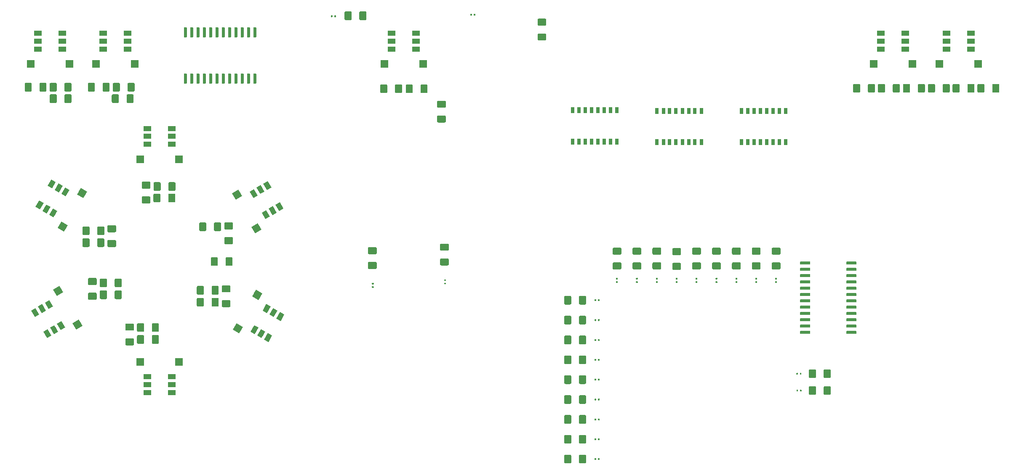
<source format=gbr>
G04 #@! TF.GenerationSoftware,KiCad,Pcbnew,(5.1.4-0-10_14)*
G04 #@! TF.CreationDate,2019-12-15T18:29:08+01:00*
G04 #@! TF.ProjectId,ProgrammerController,50726f67-7261-46d6-9d65-72436f6e7472,rev?*
G04 #@! TF.SameCoordinates,Original*
G04 #@! TF.FileFunction,Paste,Top*
G04 #@! TF.FilePolarity,Positive*
%FSLAX46Y46*%
G04 Gerber Fmt 4.6, Leading zero omitted, Abs format (unit mm)*
G04 Created by KiCad (PCBNEW (5.1.4-0-10_14)) date 2019-12-15 18:29:08*
%MOMM*%
%LPD*%
G04 APERTURE LIST*
%ADD10C,1.000000*%
%ADD11C,0.100000*%
%ADD12C,1.500000*%
%ADD13R,1.500000X1.000000*%
%ADD14R,1.500000X1.500000*%
%ADD15C,1.425000*%
%ADD16C,0.318000*%
%ADD17C,0.600000*%
%ADD18R,0.800000X1.300000*%
G04 APERTURE END LIST*
D10*
X59010641Y-84178238D03*
D11*
G36*
X59068654Y-85077757D02*
G01*
X58202628Y-84577757D01*
X58952628Y-83278719D01*
X59818654Y-83778719D01*
X59068654Y-85077757D01*
X59068654Y-85077757D01*
G37*
D10*
X55175000Y-87621762D03*
D11*
G36*
X55233013Y-88521281D02*
G01*
X54366987Y-88021281D01*
X55116987Y-86722243D01*
X55983013Y-87222243D01*
X55233013Y-88521281D01*
X55233013Y-88521281D01*
G37*
D10*
X56560641Y-88421762D03*
D11*
G36*
X56618654Y-89321281D02*
G01*
X55752628Y-88821281D01*
X56502628Y-87522243D01*
X57368654Y-88022243D01*
X56618654Y-89321281D01*
X56618654Y-89321281D01*
G37*
D10*
X53789359Y-86821762D03*
D11*
G36*
X53847372Y-87721281D02*
G01*
X52981346Y-87221281D01*
X53731346Y-85922243D01*
X54597372Y-86422243D01*
X53847372Y-87721281D01*
X53847372Y-87721281D01*
G37*
D12*
X58433717Y-91177499D03*
D11*
G36*
X58708236Y-92202018D02*
G01*
X57409198Y-91452018D01*
X58159198Y-90152980D01*
X59458236Y-90902980D01*
X58708236Y-92202018D01*
X58708236Y-92202018D01*
G37*
D12*
X62333717Y-84422501D03*
D11*
G36*
X62608236Y-85447020D02*
G01*
X61309198Y-84697020D01*
X62059198Y-83397982D01*
X63358236Y-84147982D01*
X62608236Y-85447020D01*
X62608236Y-85447020D01*
G37*
D10*
X56239359Y-82578238D03*
D11*
G36*
X56297372Y-83477757D02*
G01*
X55431346Y-82977757D01*
X56181346Y-81678719D01*
X57047372Y-82178719D01*
X56297372Y-83477757D01*
X56297372Y-83477757D01*
G37*
D10*
X57625000Y-83378238D03*
D11*
G36*
X57683013Y-84277757D02*
G01*
X56816987Y-83777757D01*
X57566987Y-82478719D01*
X58433013Y-82978719D01*
X57683013Y-84277757D01*
X57683013Y-84277757D01*
G37*
D10*
X96989359Y-111921762D03*
D11*
G36*
X96931346Y-111022243D02*
G01*
X97797372Y-111522243D01*
X97047372Y-112821281D01*
X96181346Y-112321281D01*
X96931346Y-111022243D01*
X96931346Y-111022243D01*
G37*
D10*
X100825000Y-108478238D03*
D11*
G36*
X100766987Y-107578719D02*
G01*
X101633013Y-108078719D01*
X100883013Y-109377757D01*
X100016987Y-108877757D01*
X100766987Y-107578719D01*
X100766987Y-107578719D01*
G37*
D10*
X99439359Y-107678238D03*
D11*
G36*
X99381346Y-106778719D02*
G01*
X100247372Y-107278719D01*
X99497372Y-108577757D01*
X98631346Y-108077757D01*
X99381346Y-106778719D01*
X99381346Y-106778719D01*
G37*
D10*
X102210641Y-109278238D03*
D11*
G36*
X102152628Y-108378719D02*
G01*
X103018654Y-108878719D01*
X102268654Y-110177757D01*
X101402628Y-109677757D01*
X102152628Y-108378719D01*
X102152628Y-108378719D01*
G37*
D12*
X97566283Y-104922501D03*
D11*
G36*
X97291764Y-103897982D02*
G01*
X98590802Y-104647982D01*
X97840802Y-105947020D01*
X96541764Y-105197020D01*
X97291764Y-103897982D01*
X97291764Y-103897982D01*
G37*
D12*
X93666283Y-111677499D03*
D11*
G36*
X93391764Y-110652980D02*
G01*
X94690802Y-111402980D01*
X93940802Y-112702018D01*
X92641764Y-111952018D01*
X93391764Y-110652980D01*
X93391764Y-110652980D01*
G37*
D10*
X99760641Y-113521762D03*
D11*
G36*
X99702628Y-112622243D02*
G01*
X100568654Y-113122243D01*
X99818654Y-114421281D01*
X98952628Y-113921281D01*
X99702628Y-112622243D01*
X99702628Y-112622243D01*
G37*
D10*
X98375000Y-112721762D03*
D11*
G36*
X98316987Y-111822243D02*
G01*
X99183013Y-112322243D01*
X98433013Y-113621281D01*
X97566987Y-113121281D01*
X98316987Y-111822243D01*
X98316987Y-111822243D01*
G37*
D10*
X55660641Y-106878238D03*
D11*
G36*
X56468654Y-107277757D02*
G01*
X55602628Y-107777757D01*
X54852628Y-106478719D01*
X55718654Y-105978719D01*
X56468654Y-107277757D01*
X56468654Y-107277757D01*
G37*
D10*
X56725000Y-111921762D03*
D11*
G36*
X57533013Y-112321281D02*
G01*
X56666987Y-112821281D01*
X55916987Y-111522243D01*
X56783013Y-111022243D01*
X57533013Y-112321281D01*
X57533013Y-112321281D01*
G37*
D10*
X58110641Y-111121762D03*
D11*
G36*
X58918654Y-111521281D02*
G01*
X58052628Y-112021281D01*
X57302628Y-110722243D01*
X58168654Y-110222243D01*
X58918654Y-111521281D01*
X58918654Y-111521281D01*
G37*
D10*
X55339359Y-112721762D03*
D11*
G36*
X56147372Y-113121281D02*
G01*
X55281346Y-113621281D01*
X54531346Y-112322243D01*
X55397372Y-111822243D01*
X56147372Y-113121281D01*
X56147372Y-113121281D01*
G37*
D12*
X61433717Y-110877499D03*
D11*
G36*
X62458236Y-111152018D02*
G01*
X61159198Y-111902018D01*
X60409198Y-110602980D01*
X61708236Y-109852980D01*
X62458236Y-111152018D01*
X62458236Y-111152018D01*
G37*
D12*
X57533717Y-104122501D03*
D11*
G36*
X58558236Y-104397020D02*
G01*
X57259198Y-105147020D01*
X56509198Y-103847982D01*
X57808236Y-103097982D01*
X58558236Y-104397020D01*
X58558236Y-104397020D01*
G37*
D10*
X52889359Y-108478238D03*
D11*
G36*
X53697372Y-108877757D02*
G01*
X52831346Y-109377757D01*
X52081346Y-108078719D01*
X52947372Y-107578719D01*
X53697372Y-108877757D01*
X53697372Y-108877757D01*
G37*
D10*
X54275000Y-107678238D03*
D11*
G36*
X55083013Y-108077757D02*
G01*
X54216987Y-108577757D01*
X53466987Y-107278719D01*
X54333013Y-106778719D01*
X55083013Y-108077757D01*
X55083013Y-108077757D01*
G37*
D10*
X99273076Y-88744263D03*
D11*
G36*
X98465063Y-88344744D02*
G01*
X99331089Y-87844744D01*
X100081089Y-89143782D01*
X99215063Y-89643782D01*
X98465063Y-88344744D01*
X98465063Y-88344744D01*
G37*
D10*
X98208717Y-83700739D03*
D11*
G36*
X97400704Y-83301220D02*
G01*
X98266730Y-82801220D01*
X99016730Y-84100258D01*
X98150704Y-84600258D01*
X97400704Y-83301220D01*
X97400704Y-83301220D01*
G37*
D10*
X96823076Y-84500739D03*
D11*
G36*
X96015063Y-84101220D02*
G01*
X96881089Y-83601220D01*
X97631089Y-84900258D01*
X96765063Y-85400258D01*
X96015063Y-84101220D01*
X96015063Y-84101220D01*
G37*
D10*
X99594358Y-82900739D03*
D11*
G36*
X98786345Y-82501220D02*
G01*
X99652371Y-82001220D01*
X100402371Y-83300258D01*
X99536345Y-83800258D01*
X98786345Y-82501220D01*
X98786345Y-82501220D01*
G37*
D12*
X93500000Y-84745002D03*
D11*
G36*
X92475481Y-84470483D02*
G01*
X93774519Y-83720483D01*
X94524519Y-85019521D01*
X93225481Y-85769521D01*
X92475481Y-84470483D01*
X92475481Y-84470483D01*
G37*
D12*
X97400000Y-91500000D03*
D11*
G36*
X96375481Y-91225481D02*
G01*
X97674519Y-90475481D01*
X98424519Y-91774519D01*
X97125481Y-92524519D01*
X96375481Y-91225481D01*
X96375481Y-91225481D01*
G37*
D10*
X102044358Y-87144263D03*
D11*
G36*
X101236345Y-86744744D02*
G01*
X102102371Y-86244744D01*
X102852371Y-87543782D01*
X101986345Y-88043782D01*
X101236345Y-86744744D01*
X101236345Y-86744744D01*
G37*
D10*
X100658717Y-87944263D03*
D11*
G36*
X99850704Y-87544744D02*
G01*
X100716730Y-87044744D01*
X101466730Y-88343782D01*
X100600704Y-88843782D01*
X99850704Y-87544744D01*
X99850704Y-87544744D01*
G37*
D13*
X75450000Y-121400000D03*
X80350000Y-123000000D03*
X80350000Y-121400000D03*
X80350000Y-124600000D03*
D14*
X81800000Y-118400000D03*
X74000000Y-118400000D03*
D13*
X75450000Y-124600000D03*
X75450000Y-123000000D03*
X80350000Y-74600000D03*
X75450000Y-73000000D03*
X75450000Y-74600000D03*
X75450000Y-71400000D03*
D14*
X74000000Y-77600000D03*
X81800000Y-77600000D03*
D13*
X80350000Y-71400000D03*
X80350000Y-73000000D03*
D11*
G36*
X63612004Y-93526204D02*
G01*
X63636273Y-93529804D01*
X63660071Y-93535765D01*
X63683171Y-93544030D01*
X63705349Y-93554520D01*
X63726393Y-93567133D01*
X63746098Y-93581747D01*
X63764277Y-93598223D01*
X63780753Y-93616402D01*
X63795367Y-93636107D01*
X63807980Y-93657151D01*
X63818470Y-93679329D01*
X63826735Y-93702429D01*
X63832696Y-93726227D01*
X63836296Y-93750496D01*
X63837500Y-93775000D01*
X63837500Y-95025000D01*
X63836296Y-95049504D01*
X63832696Y-95073773D01*
X63826735Y-95097571D01*
X63818470Y-95120671D01*
X63807980Y-95142849D01*
X63795367Y-95163893D01*
X63780753Y-95183598D01*
X63764277Y-95201777D01*
X63746098Y-95218253D01*
X63726393Y-95232867D01*
X63705349Y-95245480D01*
X63683171Y-95255970D01*
X63660071Y-95264235D01*
X63636273Y-95270196D01*
X63612004Y-95273796D01*
X63587500Y-95275000D01*
X62662500Y-95275000D01*
X62637996Y-95273796D01*
X62613727Y-95270196D01*
X62589929Y-95264235D01*
X62566829Y-95255970D01*
X62544651Y-95245480D01*
X62523607Y-95232867D01*
X62503902Y-95218253D01*
X62485723Y-95201777D01*
X62469247Y-95183598D01*
X62454633Y-95163893D01*
X62442020Y-95142849D01*
X62431530Y-95120671D01*
X62423265Y-95097571D01*
X62417304Y-95073773D01*
X62413704Y-95049504D01*
X62412500Y-95025000D01*
X62412500Y-93775000D01*
X62413704Y-93750496D01*
X62417304Y-93726227D01*
X62423265Y-93702429D01*
X62431530Y-93679329D01*
X62442020Y-93657151D01*
X62454633Y-93636107D01*
X62469247Y-93616402D01*
X62485723Y-93598223D01*
X62503902Y-93581747D01*
X62523607Y-93567133D01*
X62544651Y-93554520D01*
X62566829Y-93544030D01*
X62589929Y-93535765D01*
X62613727Y-93529804D01*
X62637996Y-93526204D01*
X62662500Y-93525000D01*
X63587500Y-93525000D01*
X63612004Y-93526204D01*
X63612004Y-93526204D01*
G37*
D15*
X63125000Y-94400000D03*
D11*
G36*
X66587004Y-93526204D02*
G01*
X66611273Y-93529804D01*
X66635071Y-93535765D01*
X66658171Y-93544030D01*
X66680349Y-93554520D01*
X66701393Y-93567133D01*
X66721098Y-93581747D01*
X66739277Y-93598223D01*
X66755753Y-93616402D01*
X66770367Y-93636107D01*
X66782980Y-93657151D01*
X66793470Y-93679329D01*
X66801735Y-93702429D01*
X66807696Y-93726227D01*
X66811296Y-93750496D01*
X66812500Y-93775000D01*
X66812500Y-95025000D01*
X66811296Y-95049504D01*
X66807696Y-95073773D01*
X66801735Y-95097571D01*
X66793470Y-95120671D01*
X66782980Y-95142849D01*
X66770367Y-95163893D01*
X66755753Y-95183598D01*
X66739277Y-95201777D01*
X66721098Y-95218253D01*
X66701393Y-95232867D01*
X66680349Y-95245480D01*
X66658171Y-95255970D01*
X66635071Y-95264235D01*
X66611273Y-95270196D01*
X66587004Y-95273796D01*
X66562500Y-95275000D01*
X65637500Y-95275000D01*
X65612996Y-95273796D01*
X65588727Y-95270196D01*
X65564929Y-95264235D01*
X65541829Y-95255970D01*
X65519651Y-95245480D01*
X65498607Y-95232867D01*
X65478902Y-95218253D01*
X65460723Y-95201777D01*
X65444247Y-95183598D01*
X65429633Y-95163893D01*
X65417020Y-95142849D01*
X65406530Y-95120671D01*
X65398265Y-95097571D01*
X65392304Y-95073773D01*
X65388704Y-95049504D01*
X65387500Y-95025000D01*
X65387500Y-93775000D01*
X65388704Y-93750496D01*
X65392304Y-93726227D01*
X65398265Y-93702429D01*
X65406530Y-93679329D01*
X65417020Y-93657151D01*
X65429633Y-93636107D01*
X65444247Y-93616402D01*
X65460723Y-93598223D01*
X65478902Y-93581747D01*
X65498607Y-93567133D01*
X65519651Y-93554520D01*
X65541829Y-93544030D01*
X65564929Y-93535765D01*
X65588727Y-93529804D01*
X65612996Y-93526204D01*
X65637500Y-93525000D01*
X66562500Y-93525000D01*
X66587004Y-93526204D01*
X66587004Y-93526204D01*
G37*
D15*
X66100000Y-94400000D03*
D11*
G36*
X89587004Y-105526204D02*
G01*
X89611273Y-105529804D01*
X89635071Y-105535765D01*
X89658171Y-105544030D01*
X89680349Y-105554520D01*
X89701393Y-105567133D01*
X89721098Y-105581747D01*
X89739277Y-105598223D01*
X89755753Y-105616402D01*
X89770367Y-105636107D01*
X89782980Y-105657151D01*
X89793470Y-105679329D01*
X89801735Y-105702429D01*
X89807696Y-105726227D01*
X89811296Y-105750496D01*
X89812500Y-105775000D01*
X89812500Y-107025000D01*
X89811296Y-107049504D01*
X89807696Y-107073773D01*
X89801735Y-107097571D01*
X89793470Y-107120671D01*
X89782980Y-107142849D01*
X89770367Y-107163893D01*
X89755753Y-107183598D01*
X89739277Y-107201777D01*
X89721098Y-107218253D01*
X89701393Y-107232867D01*
X89680349Y-107245480D01*
X89658171Y-107255970D01*
X89635071Y-107264235D01*
X89611273Y-107270196D01*
X89587004Y-107273796D01*
X89562500Y-107275000D01*
X88637500Y-107275000D01*
X88612996Y-107273796D01*
X88588727Y-107270196D01*
X88564929Y-107264235D01*
X88541829Y-107255970D01*
X88519651Y-107245480D01*
X88498607Y-107232867D01*
X88478902Y-107218253D01*
X88460723Y-107201777D01*
X88444247Y-107183598D01*
X88429633Y-107163893D01*
X88417020Y-107142849D01*
X88406530Y-107120671D01*
X88398265Y-107097571D01*
X88392304Y-107073773D01*
X88388704Y-107049504D01*
X88387500Y-107025000D01*
X88387500Y-105775000D01*
X88388704Y-105750496D01*
X88392304Y-105726227D01*
X88398265Y-105702429D01*
X88406530Y-105679329D01*
X88417020Y-105657151D01*
X88429633Y-105636107D01*
X88444247Y-105616402D01*
X88460723Y-105598223D01*
X88478902Y-105581747D01*
X88498607Y-105567133D01*
X88519651Y-105554520D01*
X88541829Y-105544030D01*
X88564929Y-105535765D01*
X88588727Y-105529804D01*
X88612996Y-105526204D01*
X88637500Y-105525000D01*
X89562500Y-105525000D01*
X89587004Y-105526204D01*
X89587004Y-105526204D01*
G37*
D15*
X89100000Y-106400000D03*
D11*
G36*
X86612004Y-105526204D02*
G01*
X86636273Y-105529804D01*
X86660071Y-105535765D01*
X86683171Y-105544030D01*
X86705349Y-105554520D01*
X86726393Y-105567133D01*
X86746098Y-105581747D01*
X86764277Y-105598223D01*
X86780753Y-105616402D01*
X86795367Y-105636107D01*
X86807980Y-105657151D01*
X86818470Y-105679329D01*
X86826735Y-105702429D01*
X86832696Y-105726227D01*
X86836296Y-105750496D01*
X86837500Y-105775000D01*
X86837500Y-107025000D01*
X86836296Y-107049504D01*
X86832696Y-107073773D01*
X86826735Y-107097571D01*
X86818470Y-107120671D01*
X86807980Y-107142849D01*
X86795367Y-107163893D01*
X86780753Y-107183598D01*
X86764277Y-107201777D01*
X86746098Y-107218253D01*
X86726393Y-107232867D01*
X86705349Y-107245480D01*
X86683171Y-107255970D01*
X86660071Y-107264235D01*
X86636273Y-107270196D01*
X86612004Y-107273796D01*
X86587500Y-107275000D01*
X85662500Y-107275000D01*
X85637996Y-107273796D01*
X85613727Y-107270196D01*
X85589929Y-107264235D01*
X85566829Y-107255970D01*
X85544651Y-107245480D01*
X85523607Y-107232867D01*
X85503902Y-107218253D01*
X85485723Y-107201777D01*
X85469247Y-107183598D01*
X85454633Y-107163893D01*
X85442020Y-107142849D01*
X85431530Y-107120671D01*
X85423265Y-107097571D01*
X85417304Y-107073773D01*
X85413704Y-107049504D01*
X85412500Y-107025000D01*
X85412500Y-105775000D01*
X85413704Y-105750496D01*
X85417304Y-105726227D01*
X85423265Y-105702429D01*
X85431530Y-105679329D01*
X85442020Y-105657151D01*
X85454633Y-105636107D01*
X85469247Y-105616402D01*
X85485723Y-105598223D01*
X85503902Y-105581747D01*
X85523607Y-105567133D01*
X85544651Y-105554520D01*
X85566829Y-105544030D01*
X85589929Y-105535765D01*
X85613727Y-105529804D01*
X85637996Y-105526204D01*
X85662500Y-105525000D01*
X86587500Y-105525000D01*
X86612004Y-105526204D01*
X86612004Y-105526204D01*
G37*
D15*
X86125000Y-106400000D03*
D11*
G36*
X66587004Y-91126204D02*
G01*
X66611273Y-91129804D01*
X66635071Y-91135765D01*
X66658171Y-91144030D01*
X66680349Y-91154520D01*
X66701393Y-91167133D01*
X66721098Y-91181747D01*
X66739277Y-91198223D01*
X66755753Y-91216402D01*
X66770367Y-91236107D01*
X66782980Y-91257151D01*
X66793470Y-91279329D01*
X66801735Y-91302429D01*
X66807696Y-91326227D01*
X66811296Y-91350496D01*
X66812500Y-91375000D01*
X66812500Y-92625000D01*
X66811296Y-92649504D01*
X66807696Y-92673773D01*
X66801735Y-92697571D01*
X66793470Y-92720671D01*
X66782980Y-92742849D01*
X66770367Y-92763893D01*
X66755753Y-92783598D01*
X66739277Y-92801777D01*
X66721098Y-92818253D01*
X66701393Y-92832867D01*
X66680349Y-92845480D01*
X66658171Y-92855970D01*
X66635071Y-92864235D01*
X66611273Y-92870196D01*
X66587004Y-92873796D01*
X66562500Y-92875000D01*
X65637500Y-92875000D01*
X65612996Y-92873796D01*
X65588727Y-92870196D01*
X65564929Y-92864235D01*
X65541829Y-92855970D01*
X65519651Y-92845480D01*
X65498607Y-92832867D01*
X65478902Y-92818253D01*
X65460723Y-92801777D01*
X65444247Y-92783598D01*
X65429633Y-92763893D01*
X65417020Y-92742849D01*
X65406530Y-92720671D01*
X65398265Y-92697571D01*
X65392304Y-92673773D01*
X65388704Y-92649504D01*
X65387500Y-92625000D01*
X65387500Y-91375000D01*
X65388704Y-91350496D01*
X65392304Y-91326227D01*
X65398265Y-91302429D01*
X65406530Y-91279329D01*
X65417020Y-91257151D01*
X65429633Y-91236107D01*
X65444247Y-91216402D01*
X65460723Y-91198223D01*
X65478902Y-91181747D01*
X65498607Y-91167133D01*
X65519651Y-91154520D01*
X65541829Y-91144030D01*
X65564929Y-91135765D01*
X65588727Y-91129804D01*
X65612996Y-91126204D01*
X65637500Y-91125000D01*
X66562500Y-91125000D01*
X66587004Y-91126204D01*
X66587004Y-91126204D01*
G37*
D15*
X66100000Y-92000000D03*
D11*
G36*
X63612004Y-91126204D02*
G01*
X63636273Y-91129804D01*
X63660071Y-91135765D01*
X63683171Y-91144030D01*
X63705349Y-91154520D01*
X63726393Y-91167133D01*
X63746098Y-91181747D01*
X63764277Y-91198223D01*
X63780753Y-91216402D01*
X63795367Y-91236107D01*
X63807980Y-91257151D01*
X63818470Y-91279329D01*
X63826735Y-91302429D01*
X63832696Y-91326227D01*
X63836296Y-91350496D01*
X63837500Y-91375000D01*
X63837500Y-92625000D01*
X63836296Y-92649504D01*
X63832696Y-92673773D01*
X63826735Y-92697571D01*
X63818470Y-92720671D01*
X63807980Y-92742849D01*
X63795367Y-92763893D01*
X63780753Y-92783598D01*
X63764277Y-92801777D01*
X63746098Y-92818253D01*
X63726393Y-92832867D01*
X63705349Y-92845480D01*
X63683171Y-92855970D01*
X63660071Y-92864235D01*
X63636273Y-92870196D01*
X63612004Y-92873796D01*
X63587500Y-92875000D01*
X62662500Y-92875000D01*
X62637996Y-92873796D01*
X62613727Y-92870196D01*
X62589929Y-92864235D01*
X62566829Y-92855970D01*
X62544651Y-92845480D01*
X62523607Y-92832867D01*
X62503902Y-92818253D01*
X62485723Y-92801777D01*
X62469247Y-92783598D01*
X62454633Y-92763893D01*
X62442020Y-92742849D01*
X62431530Y-92720671D01*
X62423265Y-92697571D01*
X62417304Y-92673773D01*
X62413704Y-92649504D01*
X62412500Y-92625000D01*
X62412500Y-91375000D01*
X62413704Y-91350496D01*
X62417304Y-91326227D01*
X62423265Y-91302429D01*
X62431530Y-91279329D01*
X62442020Y-91257151D01*
X62454633Y-91236107D01*
X62469247Y-91216402D01*
X62485723Y-91198223D01*
X62503902Y-91181747D01*
X62523607Y-91167133D01*
X62544651Y-91154520D01*
X62566829Y-91144030D01*
X62589929Y-91135765D01*
X62613727Y-91129804D01*
X62637996Y-91126204D01*
X62662500Y-91125000D01*
X63587500Y-91125000D01*
X63612004Y-91126204D01*
X63612004Y-91126204D01*
G37*
D15*
X63125000Y-92000000D03*
D11*
G36*
X65049504Y-101513704D02*
G01*
X65073773Y-101517304D01*
X65097571Y-101523265D01*
X65120671Y-101531530D01*
X65142849Y-101542020D01*
X65163893Y-101554633D01*
X65183598Y-101569247D01*
X65201777Y-101585723D01*
X65218253Y-101603902D01*
X65232867Y-101623607D01*
X65245480Y-101644651D01*
X65255970Y-101666829D01*
X65264235Y-101689929D01*
X65270196Y-101713727D01*
X65273796Y-101737996D01*
X65275000Y-101762500D01*
X65275000Y-102687500D01*
X65273796Y-102712004D01*
X65270196Y-102736273D01*
X65264235Y-102760071D01*
X65255970Y-102783171D01*
X65245480Y-102805349D01*
X65232867Y-102826393D01*
X65218253Y-102846098D01*
X65201777Y-102864277D01*
X65183598Y-102880753D01*
X65163893Y-102895367D01*
X65142849Y-102907980D01*
X65120671Y-102918470D01*
X65097571Y-102926735D01*
X65073773Y-102932696D01*
X65049504Y-102936296D01*
X65025000Y-102937500D01*
X63775000Y-102937500D01*
X63750496Y-102936296D01*
X63726227Y-102932696D01*
X63702429Y-102926735D01*
X63679329Y-102918470D01*
X63657151Y-102907980D01*
X63636107Y-102895367D01*
X63616402Y-102880753D01*
X63598223Y-102864277D01*
X63581747Y-102846098D01*
X63567133Y-102826393D01*
X63554520Y-102805349D01*
X63544030Y-102783171D01*
X63535765Y-102760071D01*
X63529804Y-102736273D01*
X63526204Y-102712004D01*
X63525000Y-102687500D01*
X63525000Y-101762500D01*
X63526204Y-101737996D01*
X63529804Y-101713727D01*
X63535765Y-101689929D01*
X63544030Y-101666829D01*
X63554520Y-101644651D01*
X63567133Y-101623607D01*
X63581747Y-101603902D01*
X63598223Y-101585723D01*
X63616402Y-101569247D01*
X63636107Y-101554633D01*
X63657151Y-101542020D01*
X63679329Y-101531530D01*
X63702429Y-101523265D01*
X63726227Y-101517304D01*
X63750496Y-101513704D01*
X63775000Y-101512500D01*
X65025000Y-101512500D01*
X65049504Y-101513704D01*
X65049504Y-101513704D01*
G37*
D15*
X64400000Y-102225000D03*
D11*
G36*
X65049504Y-104488704D02*
G01*
X65073773Y-104492304D01*
X65097571Y-104498265D01*
X65120671Y-104506530D01*
X65142849Y-104517020D01*
X65163893Y-104529633D01*
X65183598Y-104544247D01*
X65201777Y-104560723D01*
X65218253Y-104578902D01*
X65232867Y-104598607D01*
X65245480Y-104619651D01*
X65255970Y-104641829D01*
X65264235Y-104664929D01*
X65270196Y-104688727D01*
X65273796Y-104712996D01*
X65275000Y-104737500D01*
X65275000Y-105662500D01*
X65273796Y-105687004D01*
X65270196Y-105711273D01*
X65264235Y-105735071D01*
X65255970Y-105758171D01*
X65245480Y-105780349D01*
X65232867Y-105801393D01*
X65218253Y-105821098D01*
X65201777Y-105839277D01*
X65183598Y-105855753D01*
X65163893Y-105870367D01*
X65142849Y-105882980D01*
X65120671Y-105893470D01*
X65097571Y-105901735D01*
X65073773Y-105907696D01*
X65049504Y-105911296D01*
X65025000Y-105912500D01*
X63775000Y-105912500D01*
X63750496Y-105911296D01*
X63726227Y-105907696D01*
X63702429Y-105901735D01*
X63679329Y-105893470D01*
X63657151Y-105882980D01*
X63636107Y-105870367D01*
X63616402Y-105855753D01*
X63598223Y-105839277D01*
X63581747Y-105821098D01*
X63567133Y-105801393D01*
X63554520Y-105780349D01*
X63544030Y-105758171D01*
X63535765Y-105735071D01*
X63529804Y-105711273D01*
X63526204Y-105687004D01*
X63525000Y-105662500D01*
X63525000Y-104737500D01*
X63526204Y-104712996D01*
X63529804Y-104688727D01*
X63535765Y-104664929D01*
X63544030Y-104641829D01*
X63554520Y-104619651D01*
X63567133Y-104598607D01*
X63581747Y-104578902D01*
X63598223Y-104560723D01*
X63616402Y-104544247D01*
X63636107Y-104529633D01*
X63657151Y-104517020D01*
X63679329Y-104506530D01*
X63702429Y-104498265D01*
X63726227Y-104492304D01*
X63750496Y-104488704D01*
X63775000Y-104487500D01*
X65025000Y-104487500D01*
X65049504Y-104488704D01*
X65049504Y-104488704D01*
G37*
D15*
X64400000Y-105200000D03*
D11*
G36*
X90062004Y-90326204D02*
G01*
X90086273Y-90329804D01*
X90110071Y-90335765D01*
X90133171Y-90344030D01*
X90155349Y-90354520D01*
X90176393Y-90367133D01*
X90196098Y-90381747D01*
X90214277Y-90398223D01*
X90230753Y-90416402D01*
X90245367Y-90436107D01*
X90257980Y-90457151D01*
X90268470Y-90479329D01*
X90276735Y-90502429D01*
X90282696Y-90526227D01*
X90286296Y-90550496D01*
X90287500Y-90575000D01*
X90287500Y-91825000D01*
X90286296Y-91849504D01*
X90282696Y-91873773D01*
X90276735Y-91897571D01*
X90268470Y-91920671D01*
X90257980Y-91942849D01*
X90245367Y-91963893D01*
X90230753Y-91983598D01*
X90214277Y-92001777D01*
X90196098Y-92018253D01*
X90176393Y-92032867D01*
X90155349Y-92045480D01*
X90133171Y-92055970D01*
X90110071Y-92064235D01*
X90086273Y-92070196D01*
X90062004Y-92073796D01*
X90037500Y-92075000D01*
X89112500Y-92075000D01*
X89087996Y-92073796D01*
X89063727Y-92070196D01*
X89039929Y-92064235D01*
X89016829Y-92055970D01*
X88994651Y-92045480D01*
X88973607Y-92032867D01*
X88953902Y-92018253D01*
X88935723Y-92001777D01*
X88919247Y-91983598D01*
X88904633Y-91963893D01*
X88892020Y-91942849D01*
X88881530Y-91920671D01*
X88873265Y-91897571D01*
X88867304Y-91873773D01*
X88863704Y-91849504D01*
X88862500Y-91825000D01*
X88862500Y-90575000D01*
X88863704Y-90550496D01*
X88867304Y-90526227D01*
X88873265Y-90502429D01*
X88881530Y-90479329D01*
X88892020Y-90457151D01*
X88904633Y-90436107D01*
X88919247Y-90416402D01*
X88935723Y-90398223D01*
X88953902Y-90381747D01*
X88973607Y-90367133D01*
X88994651Y-90354520D01*
X89016829Y-90344030D01*
X89039929Y-90335765D01*
X89063727Y-90329804D01*
X89087996Y-90326204D01*
X89112500Y-90325000D01*
X90037500Y-90325000D01*
X90062004Y-90326204D01*
X90062004Y-90326204D01*
G37*
D15*
X89575000Y-91200000D03*
D11*
G36*
X87087004Y-90326204D02*
G01*
X87111273Y-90329804D01*
X87135071Y-90335765D01*
X87158171Y-90344030D01*
X87180349Y-90354520D01*
X87201393Y-90367133D01*
X87221098Y-90381747D01*
X87239277Y-90398223D01*
X87255753Y-90416402D01*
X87270367Y-90436107D01*
X87282980Y-90457151D01*
X87293470Y-90479329D01*
X87301735Y-90502429D01*
X87307696Y-90526227D01*
X87311296Y-90550496D01*
X87312500Y-90575000D01*
X87312500Y-91825000D01*
X87311296Y-91849504D01*
X87307696Y-91873773D01*
X87301735Y-91897571D01*
X87293470Y-91920671D01*
X87282980Y-91942849D01*
X87270367Y-91963893D01*
X87255753Y-91983598D01*
X87239277Y-92001777D01*
X87221098Y-92018253D01*
X87201393Y-92032867D01*
X87180349Y-92045480D01*
X87158171Y-92055970D01*
X87135071Y-92064235D01*
X87111273Y-92070196D01*
X87087004Y-92073796D01*
X87062500Y-92075000D01*
X86137500Y-92075000D01*
X86112996Y-92073796D01*
X86088727Y-92070196D01*
X86064929Y-92064235D01*
X86041829Y-92055970D01*
X86019651Y-92045480D01*
X85998607Y-92032867D01*
X85978902Y-92018253D01*
X85960723Y-92001777D01*
X85944247Y-91983598D01*
X85929633Y-91963893D01*
X85917020Y-91942849D01*
X85906530Y-91920671D01*
X85898265Y-91897571D01*
X85892304Y-91873773D01*
X85888704Y-91849504D01*
X85887500Y-91825000D01*
X85887500Y-90575000D01*
X85888704Y-90550496D01*
X85892304Y-90526227D01*
X85898265Y-90502429D01*
X85906530Y-90479329D01*
X85917020Y-90457151D01*
X85929633Y-90436107D01*
X85944247Y-90416402D01*
X85960723Y-90398223D01*
X85978902Y-90381747D01*
X85998607Y-90367133D01*
X86019651Y-90354520D01*
X86041829Y-90344030D01*
X86064929Y-90335765D01*
X86088727Y-90329804D01*
X86112996Y-90326204D01*
X86137500Y-90325000D01*
X87062500Y-90325000D01*
X87087004Y-90326204D01*
X87087004Y-90326204D01*
G37*
D15*
X86600000Y-91200000D03*
D11*
G36*
X70087004Y-101626204D02*
G01*
X70111273Y-101629804D01*
X70135071Y-101635765D01*
X70158171Y-101644030D01*
X70180349Y-101654520D01*
X70201393Y-101667133D01*
X70221098Y-101681747D01*
X70239277Y-101698223D01*
X70255753Y-101716402D01*
X70270367Y-101736107D01*
X70282980Y-101757151D01*
X70293470Y-101779329D01*
X70301735Y-101802429D01*
X70307696Y-101826227D01*
X70311296Y-101850496D01*
X70312500Y-101875000D01*
X70312500Y-103125000D01*
X70311296Y-103149504D01*
X70307696Y-103173773D01*
X70301735Y-103197571D01*
X70293470Y-103220671D01*
X70282980Y-103242849D01*
X70270367Y-103263893D01*
X70255753Y-103283598D01*
X70239277Y-103301777D01*
X70221098Y-103318253D01*
X70201393Y-103332867D01*
X70180349Y-103345480D01*
X70158171Y-103355970D01*
X70135071Y-103364235D01*
X70111273Y-103370196D01*
X70087004Y-103373796D01*
X70062500Y-103375000D01*
X69137500Y-103375000D01*
X69112996Y-103373796D01*
X69088727Y-103370196D01*
X69064929Y-103364235D01*
X69041829Y-103355970D01*
X69019651Y-103345480D01*
X68998607Y-103332867D01*
X68978902Y-103318253D01*
X68960723Y-103301777D01*
X68944247Y-103283598D01*
X68929633Y-103263893D01*
X68917020Y-103242849D01*
X68906530Y-103220671D01*
X68898265Y-103197571D01*
X68892304Y-103173773D01*
X68888704Y-103149504D01*
X68887500Y-103125000D01*
X68887500Y-101875000D01*
X68888704Y-101850496D01*
X68892304Y-101826227D01*
X68898265Y-101802429D01*
X68906530Y-101779329D01*
X68917020Y-101757151D01*
X68929633Y-101736107D01*
X68944247Y-101716402D01*
X68960723Y-101698223D01*
X68978902Y-101681747D01*
X68998607Y-101667133D01*
X69019651Y-101654520D01*
X69041829Y-101644030D01*
X69064929Y-101635765D01*
X69088727Y-101629804D01*
X69112996Y-101626204D01*
X69137500Y-101625000D01*
X70062500Y-101625000D01*
X70087004Y-101626204D01*
X70087004Y-101626204D01*
G37*
D15*
X69600000Y-102500000D03*
D11*
G36*
X67112004Y-101626204D02*
G01*
X67136273Y-101629804D01*
X67160071Y-101635765D01*
X67183171Y-101644030D01*
X67205349Y-101654520D01*
X67226393Y-101667133D01*
X67246098Y-101681747D01*
X67264277Y-101698223D01*
X67280753Y-101716402D01*
X67295367Y-101736107D01*
X67307980Y-101757151D01*
X67318470Y-101779329D01*
X67326735Y-101802429D01*
X67332696Y-101826227D01*
X67336296Y-101850496D01*
X67337500Y-101875000D01*
X67337500Y-103125000D01*
X67336296Y-103149504D01*
X67332696Y-103173773D01*
X67326735Y-103197571D01*
X67318470Y-103220671D01*
X67307980Y-103242849D01*
X67295367Y-103263893D01*
X67280753Y-103283598D01*
X67264277Y-103301777D01*
X67246098Y-103318253D01*
X67226393Y-103332867D01*
X67205349Y-103345480D01*
X67183171Y-103355970D01*
X67160071Y-103364235D01*
X67136273Y-103370196D01*
X67112004Y-103373796D01*
X67087500Y-103375000D01*
X66162500Y-103375000D01*
X66137996Y-103373796D01*
X66113727Y-103370196D01*
X66089929Y-103364235D01*
X66066829Y-103355970D01*
X66044651Y-103345480D01*
X66023607Y-103332867D01*
X66003902Y-103318253D01*
X65985723Y-103301777D01*
X65969247Y-103283598D01*
X65954633Y-103263893D01*
X65942020Y-103242849D01*
X65931530Y-103220671D01*
X65923265Y-103197571D01*
X65917304Y-103173773D01*
X65913704Y-103149504D01*
X65912500Y-103125000D01*
X65912500Y-101875000D01*
X65913704Y-101850496D01*
X65917304Y-101826227D01*
X65923265Y-101802429D01*
X65931530Y-101779329D01*
X65942020Y-101757151D01*
X65954633Y-101736107D01*
X65969247Y-101716402D01*
X65985723Y-101698223D01*
X66003902Y-101681747D01*
X66023607Y-101667133D01*
X66044651Y-101654520D01*
X66066829Y-101644030D01*
X66089929Y-101635765D01*
X66113727Y-101629804D01*
X66137996Y-101626204D01*
X66162500Y-101625000D01*
X67087500Y-101625000D01*
X67112004Y-101626204D01*
X67112004Y-101626204D01*
G37*
D15*
X66625000Y-102500000D03*
D11*
G36*
X72549504Y-113663704D02*
G01*
X72573773Y-113667304D01*
X72597571Y-113673265D01*
X72620671Y-113681530D01*
X72642849Y-113692020D01*
X72663893Y-113704633D01*
X72683598Y-113719247D01*
X72701777Y-113735723D01*
X72718253Y-113753902D01*
X72732867Y-113773607D01*
X72745480Y-113794651D01*
X72755970Y-113816829D01*
X72764235Y-113839929D01*
X72770196Y-113863727D01*
X72773796Y-113887996D01*
X72775000Y-113912500D01*
X72775000Y-114837500D01*
X72773796Y-114862004D01*
X72770196Y-114886273D01*
X72764235Y-114910071D01*
X72755970Y-114933171D01*
X72745480Y-114955349D01*
X72732867Y-114976393D01*
X72718253Y-114996098D01*
X72701777Y-115014277D01*
X72683598Y-115030753D01*
X72663893Y-115045367D01*
X72642849Y-115057980D01*
X72620671Y-115068470D01*
X72597571Y-115076735D01*
X72573773Y-115082696D01*
X72549504Y-115086296D01*
X72525000Y-115087500D01*
X71275000Y-115087500D01*
X71250496Y-115086296D01*
X71226227Y-115082696D01*
X71202429Y-115076735D01*
X71179329Y-115068470D01*
X71157151Y-115057980D01*
X71136107Y-115045367D01*
X71116402Y-115030753D01*
X71098223Y-115014277D01*
X71081747Y-114996098D01*
X71067133Y-114976393D01*
X71054520Y-114955349D01*
X71044030Y-114933171D01*
X71035765Y-114910071D01*
X71029804Y-114886273D01*
X71026204Y-114862004D01*
X71025000Y-114837500D01*
X71025000Y-113912500D01*
X71026204Y-113887996D01*
X71029804Y-113863727D01*
X71035765Y-113839929D01*
X71044030Y-113816829D01*
X71054520Y-113794651D01*
X71067133Y-113773607D01*
X71081747Y-113753902D01*
X71098223Y-113735723D01*
X71116402Y-113719247D01*
X71136107Y-113704633D01*
X71157151Y-113692020D01*
X71179329Y-113681530D01*
X71202429Y-113673265D01*
X71226227Y-113667304D01*
X71250496Y-113663704D01*
X71275000Y-113662500D01*
X72525000Y-113662500D01*
X72549504Y-113663704D01*
X72549504Y-113663704D01*
G37*
D15*
X71900000Y-114375000D03*
D11*
G36*
X72549504Y-110688704D02*
G01*
X72573773Y-110692304D01*
X72597571Y-110698265D01*
X72620671Y-110706530D01*
X72642849Y-110717020D01*
X72663893Y-110729633D01*
X72683598Y-110744247D01*
X72701777Y-110760723D01*
X72718253Y-110778902D01*
X72732867Y-110798607D01*
X72745480Y-110819651D01*
X72755970Y-110841829D01*
X72764235Y-110864929D01*
X72770196Y-110888727D01*
X72773796Y-110912996D01*
X72775000Y-110937500D01*
X72775000Y-111862500D01*
X72773796Y-111887004D01*
X72770196Y-111911273D01*
X72764235Y-111935071D01*
X72755970Y-111958171D01*
X72745480Y-111980349D01*
X72732867Y-112001393D01*
X72718253Y-112021098D01*
X72701777Y-112039277D01*
X72683598Y-112055753D01*
X72663893Y-112070367D01*
X72642849Y-112082980D01*
X72620671Y-112093470D01*
X72597571Y-112101735D01*
X72573773Y-112107696D01*
X72549504Y-112111296D01*
X72525000Y-112112500D01*
X71275000Y-112112500D01*
X71250496Y-112111296D01*
X71226227Y-112107696D01*
X71202429Y-112101735D01*
X71179329Y-112093470D01*
X71157151Y-112082980D01*
X71136107Y-112070367D01*
X71116402Y-112055753D01*
X71098223Y-112039277D01*
X71081747Y-112021098D01*
X71067133Y-112001393D01*
X71054520Y-111980349D01*
X71044030Y-111958171D01*
X71035765Y-111935071D01*
X71029804Y-111911273D01*
X71026204Y-111887004D01*
X71025000Y-111862500D01*
X71025000Y-110937500D01*
X71026204Y-110912996D01*
X71029804Y-110888727D01*
X71035765Y-110864929D01*
X71044030Y-110841829D01*
X71054520Y-110819651D01*
X71067133Y-110798607D01*
X71081747Y-110778902D01*
X71098223Y-110760723D01*
X71116402Y-110744247D01*
X71136107Y-110729633D01*
X71157151Y-110717020D01*
X71179329Y-110706530D01*
X71202429Y-110698265D01*
X71226227Y-110692304D01*
X71250496Y-110688704D01*
X71275000Y-110687500D01*
X72525000Y-110687500D01*
X72549504Y-110688704D01*
X72549504Y-110688704D01*
G37*
D15*
X71900000Y-111400000D03*
D11*
G36*
X80887004Y-82226204D02*
G01*
X80911273Y-82229804D01*
X80935071Y-82235765D01*
X80958171Y-82244030D01*
X80980349Y-82254520D01*
X81001393Y-82267133D01*
X81021098Y-82281747D01*
X81039277Y-82298223D01*
X81055753Y-82316402D01*
X81070367Y-82336107D01*
X81082980Y-82357151D01*
X81093470Y-82379329D01*
X81101735Y-82402429D01*
X81107696Y-82426227D01*
X81111296Y-82450496D01*
X81112500Y-82475000D01*
X81112500Y-83725000D01*
X81111296Y-83749504D01*
X81107696Y-83773773D01*
X81101735Y-83797571D01*
X81093470Y-83820671D01*
X81082980Y-83842849D01*
X81070367Y-83863893D01*
X81055753Y-83883598D01*
X81039277Y-83901777D01*
X81021098Y-83918253D01*
X81001393Y-83932867D01*
X80980349Y-83945480D01*
X80958171Y-83955970D01*
X80935071Y-83964235D01*
X80911273Y-83970196D01*
X80887004Y-83973796D01*
X80862500Y-83975000D01*
X79937500Y-83975000D01*
X79912996Y-83973796D01*
X79888727Y-83970196D01*
X79864929Y-83964235D01*
X79841829Y-83955970D01*
X79819651Y-83945480D01*
X79798607Y-83932867D01*
X79778902Y-83918253D01*
X79760723Y-83901777D01*
X79744247Y-83883598D01*
X79729633Y-83863893D01*
X79717020Y-83842849D01*
X79706530Y-83820671D01*
X79698265Y-83797571D01*
X79692304Y-83773773D01*
X79688704Y-83749504D01*
X79687500Y-83725000D01*
X79687500Y-82475000D01*
X79688704Y-82450496D01*
X79692304Y-82426227D01*
X79698265Y-82402429D01*
X79706530Y-82379329D01*
X79717020Y-82357151D01*
X79729633Y-82336107D01*
X79744247Y-82316402D01*
X79760723Y-82298223D01*
X79778902Y-82281747D01*
X79798607Y-82267133D01*
X79819651Y-82254520D01*
X79841829Y-82244030D01*
X79864929Y-82235765D01*
X79888727Y-82229804D01*
X79912996Y-82226204D01*
X79937500Y-82225000D01*
X80862500Y-82225000D01*
X80887004Y-82226204D01*
X80887004Y-82226204D01*
G37*
D15*
X80400000Y-83100000D03*
D11*
G36*
X77912004Y-82226204D02*
G01*
X77936273Y-82229804D01*
X77960071Y-82235765D01*
X77983171Y-82244030D01*
X78005349Y-82254520D01*
X78026393Y-82267133D01*
X78046098Y-82281747D01*
X78064277Y-82298223D01*
X78080753Y-82316402D01*
X78095367Y-82336107D01*
X78107980Y-82357151D01*
X78118470Y-82379329D01*
X78126735Y-82402429D01*
X78132696Y-82426227D01*
X78136296Y-82450496D01*
X78137500Y-82475000D01*
X78137500Y-83725000D01*
X78136296Y-83749504D01*
X78132696Y-83773773D01*
X78126735Y-83797571D01*
X78118470Y-83820671D01*
X78107980Y-83842849D01*
X78095367Y-83863893D01*
X78080753Y-83883598D01*
X78064277Y-83901777D01*
X78046098Y-83918253D01*
X78026393Y-83932867D01*
X78005349Y-83945480D01*
X77983171Y-83955970D01*
X77960071Y-83964235D01*
X77936273Y-83970196D01*
X77912004Y-83973796D01*
X77887500Y-83975000D01*
X76962500Y-83975000D01*
X76937996Y-83973796D01*
X76913727Y-83970196D01*
X76889929Y-83964235D01*
X76866829Y-83955970D01*
X76844651Y-83945480D01*
X76823607Y-83932867D01*
X76803902Y-83918253D01*
X76785723Y-83901777D01*
X76769247Y-83883598D01*
X76754633Y-83863893D01*
X76742020Y-83842849D01*
X76731530Y-83820671D01*
X76723265Y-83797571D01*
X76717304Y-83773773D01*
X76713704Y-83749504D01*
X76712500Y-83725000D01*
X76712500Y-82475000D01*
X76713704Y-82450496D01*
X76717304Y-82426227D01*
X76723265Y-82402429D01*
X76731530Y-82379329D01*
X76742020Y-82357151D01*
X76754633Y-82336107D01*
X76769247Y-82316402D01*
X76785723Y-82298223D01*
X76803902Y-82281747D01*
X76823607Y-82267133D01*
X76844651Y-82254520D01*
X76866829Y-82244030D01*
X76889929Y-82235765D01*
X76913727Y-82229804D01*
X76937996Y-82226204D01*
X76962500Y-82225000D01*
X77887500Y-82225000D01*
X77912004Y-82226204D01*
X77912004Y-82226204D01*
G37*
D15*
X77425000Y-83100000D03*
D11*
G36*
X119287004Y-47826204D02*
G01*
X119311273Y-47829804D01*
X119335071Y-47835765D01*
X119358171Y-47844030D01*
X119380349Y-47854520D01*
X119401393Y-47867133D01*
X119421098Y-47881747D01*
X119439277Y-47898223D01*
X119455753Y-47916402D01*
X119470367Y-47936107D01*
X119482980Y-47957151D01*
X119493470Y-47979329D01*
X119501735Y-48002429D01*
X119507696Y-48026227D01*
X119511296Y-48050496D01*
X119512500Y-48075000D01*
X119512500Y-49325000D01*
X119511296Y-49349504D01*
X119507696Y-49373773D01*
X119501735Y-49397571D01*
X119493470Y-49420671D01*
X119482980Y-49442849D01*
X119470367Y-49463893D01*
X119455753Y-49483598D01*
X119439277Y-49501777D01*
X119421098Y-49518253D01*
X119401393Y-49532867D01*
X119380349Y-49545480D01*
X119358171Y-49555970D01*
X119335071Y-49564235D01*
X119311273Y-49570196D01*
X119287004Y-49573796D01*
X119262500Y-49575000D01*
X118337500Y-49575000D01*
X118312996Y-49573796D01*
X118288727Y-49570196D01*
X118264929Y-49564235D01*
X118241829Y-49555970D01*
X118219651Y-49545480D01*
X118198607Y-49532867D01*
X118178902Y-49518253D01*
X118160723Y-49501777D01*
X118144247Y-49483598D01*
X118129633Y-49463893D01*
X118117020Y-49442849D01*
X118106530Y-49420671D01*
X118098265Y-49397571D01*
X118092304Y-49373773D01*
X118088704Y-49349504D01*
X118087500Y-49325000D01*
X118087500Y-48075000D01*
X118088704Y-48050496D01*
X118092304Y-48026227D01*
X118098265Y-48002429D01*
X118106530Y-47979329D01*
X118117020Y-47957151D01*
X118129633Y-47936107D01*
X118144247Y-47916402D01*
X118160723Y-47898223D01*
X118178902Y-47881747D01*
X118198607Y-47867133D01*
X118219651Y-47854520D01*
X118241829Y-47844030D01*
X118264929Y-47835765D01*
X118288727Y-47829804D01*
X118312996Y-47826204D01*
X118337500Y-47825000D01*
X119262500Y-47825000D01*
X119287004Y-47826204D01*
X119287004Y-47826204D01*
G37*
D15*
X118800000Y-48700000D03*
D11*
G36*
X116312004Y-47826204D02*
G01*
X116336273Y-47829804D01*
X116360071Y-47835765D01*
X116383171Y-47844030D01*
X116405349Y-47854520D01*
X116426393Y-47867133D01*
X116446098Y-47881747D01*
X116464277Y-47898223D01*
X116480753Y-47916402D01*
X116495367Y-47936107D01*
X116507980Y-47957151D01*
X116518470Y-47979329D01*
X116526735Y-48002429D01*
X116532696Y-48026227D01*
X116536296Y-48050496D01*
X116537500Y-48075000D01*
X116537500Y-49325000D01*
X116536296Y-49349504D01*
X116532696Y-49373773D01*
X116526735Y-49397571D01*
X116518470Y-49420671D01*
X116507980Y-49442849D01*
X116495367Y-49463893D01*
X116480753Y-49483598D01*
X116464277Y-49501777D01*
X116446098Y-49518253D01*
X116426393Y-49532867D01*
X116405349Y-49545480D01*
X116383171Y-49555970D01*
X116360071Y-49564235D01*
X116336273Y-49570196D01*
X116312004Y-49573796D01*
X116287500Y-49575000D01*
X115362500Y-49575000D01*
X115337996Y-49573796D01*
X115313727Y-49570196D01*
X115289929Y-49564235D01*
X115266829Y-49555970D01*
X115244651Y-49545480D01*
X115223607Y-49532867D01*
X115203902Y-49518253D01*
X115185723Y-49501777D01*
X115169247Y-49483598D01*
X115154633Y-49463893D01*
X115142020Y-49442849D01*
X115131530Y-49420671D01*
X115123265Y-49397571D01*
X115117304Y-49373773D01*
X115113704Y-49349504D01*
X115112500Y-49325000D01*
X115112500Y-48075000D01*
X115113704Y-48050496D01*
X115117304Y-48026227D01*
X115123265Y-48002429D01*
X115131530Y-47979329D01*
X115142020Y-47957151D01*
X115154633Y-47936107D01*
X115169247Y-47916402D01*
X115185723Y-47898223D01*
X115203902Y-47881747D01*
X115223607Y-47867133D01*
X115244651Y-47854520D01*
X115266829Y-47844030D01*
X115289929Y-47835765D01*
X115313727Y-47829804D01*
X115337996Y-47826204D01*
X115362500Y-47825000D01*
X116287500Y-47825000D01*
X116312004Y-47826204D01*
X116312004Y-47826204D01*
G37*
D15*
X115825000Y-48700000D03*
D11*
G36*
X77562004Y-113026204D02*
G01*
X77586273Y-113029804D01*
X77610071Y-113035765D01*
X77633171Y-113044030D01*
X77655349Y-113054520D01*
X77676393Y-113067133D01*
X77696098Y-113081747D01*
X77714277Y-113098223D01*
X77730753Y-113116402D01*
X77745367Y-113136107D01*
X77757980Y-113157151D01*
X77768470Y-113179329D01*
X77776735Y-113202429D01*
X77782696Y-113226227D01*
X77786296Y-113250496D01*
X77787500Y-113275000D01*
X77787500Y-114525000D01*
X77786296Y-114549504D01*
X77782696Y-114573773D01*
X77776735Y-114597571D01*
X77768470Y-114620671D01*
X77757980Y-114642849D01*
X77745367Y-114663893D01*
X77730753Y-114683598D01*
X77714277Y-114701777D01*
X77696098Y-114718253D01*
X77676393Y-114732867D01*
X77655349Y-114745480D01*
X77633171Y-114755970D01*
X77610071Y-114764235D01*
X77586273Y-114770196D01*
X77562004Y-114773796D01*
X77537500Y-114775000D01*
X76612500Y-114775000D01*
X76587996Y-114773796D01*
X76563727Y-114770196D01*
X76539929Y-114764235D01*
X76516829Y-114755970D01*
X76494651Y-114745480D01*
X76473607Y-114732867D01*
X76453902Y-114718253D01*
X76435723Y-114701777D01*
X76419247Y-114683598D01*
X76404633Y-114663893D01*
X76392020Y-114642849D01*
X76381530Y-114620671D01*
X76373265Y-114597571D01*
X76367304Y-114573773D01*
X76363704Y-114549504D01*
X76362500Y-114525000D01*
X76362500Y-113275000D01*
X76363704Y-113250496D01*
X76367304Y-113226227D01*
X76373265Y-113202429D01*
X76381530Y-113179329D01*
X76392020Y-113157151D01*
X76404633Y-113136107D01*
X76419247Y-113116402D01*
X76435723Y-113098223D01*
X76453902Y-113081747D01*
X76473607Y-113067133D01*
X76494651Y-113054520D01*
X76516829Y-113044030D01*
X76539929Y-113035765D01*
X76563727Y-113029804D01*
X76587996Y-113026204D01*
X76612500Y-113025000D01*
X77537500Y-113025000D01*
X77562004Y-113026204D01*
X77562004Y-113026204D01*
G37*
D15*
X77075000Y-113900000D03*
D11*
G36*
X74587004Y-113026204D02*
G01*
X74611273Y-113029804D01*
X74635071Y-113035765D01*
X74658171Y-113044030D01*
X74680349Y-113054520D01*
X74701393Y-113067133D01*
X74721098Y-113081747D01*
X74739277Y-113098223D01*
X74755753Y-113116402D01*
X74770367Y-113136107D01*
X74782980Y-113157151D01*
X74793470Y-113179329D01*
X74801735Y-113202429D01*
X74807696Y-113226227D01*
X74811296Y-113250496D01*
X74812500Y-113275000D01*
X74812500Y-114525000D01*
X74811296Y-114549504D01*
X74807696Y-114573773D01*
X74801735Y-114597571D01*
X74793470Y-114620671D01*
X74782980Y-114642849D01*
X74770367Y-114663893D01*
X74755753Y-114683598D01*
X74739277Y-114701777D01*
X74721098Y-114718253D01*
X74701393Y-114732867D01*
X74680349Y-114745480D01*
X74658171Y-114755970D01*
X74635071Y-114764235D01*
X74611273Y-114770196D01*
X74587004Y-114773796D01*
X74562500Y-114775000D01*
X73637500Y-114775000D01*
X73612996Y-114773796D01*
X73588727Y-114770196D01*
X73564929Y-114764235D01*
X73541829Y-114755970D01*
X73519651Y-114745480D01*
X73498607Y-114732867D01*
X73478902Y-114718253D01*
X73460723Y-114701777D01*
X73444247Y-114683598D01*
X73429633Y-114663893D01*
X73417020Y-114642849D01*
X73406530Y-114620671D01*
X73398265Y-114597571D01*
X73392304Y-114573773D01*
X73388704Y-114549504D01*
X73387500Y-114525000D01*
X73387500Y-113275000D01*
X73388704Y-113250496D01*
X73392304Y-113226227D01*
X73398265Y-113202429D01*
X73406530Y-113179329D01*
X73417020Y-113157151D01*
X73429633Y-113136107D01*
X73444247Y-113116402D01*
X73460723Y-113098223D01*
X73478902Y-113081747D01*
X73498607Y-113067133D01*
X73519651Y-113054520D01*
X73541829Y-113044030D01*
X73564929Y-113035765D01*
X73588727Y-113029804D01*
X73612996Y-113026204D01*
X73637500Y-113025000D01*
X74562500Y-113025000D01*
X74587004Y-113026204D01*
X74587004Y-113026204D01*
G37*
D15*
X74100000Y-113900000D03*
D11*
G36*
X77887004Y-84526204D02*
G01*
X77911273Y-84529804D01*
X77935071Y-84535765D01*
X77958171Y-84544030D01*
X77980349Y-84554520D01*
X78001393Y-84567133D01*
X78021098Y-84581747D01*
X78039277Y-84598223D01*
X78055753Y-84616402D01*
X78070367Y-84636107D01*
X78082980Y-84657151D01*
X78093470Y-84679329D01*
X78101735Y-84702429D01*
X78107696Y-84726227D01*
X78111296Y-84750496D01*
X78112500Y-84775000D01*
X78112500Y-86025000D01*
X78111296Y-86049504D01*
X78107696Y-86073773D01*
X78101735Y-86097571D01*
X78093470Y-86120671D01*
X78082980Y-86142849D01*
X78070367Y-86163893D01*
X78055753Y-86183598D01*
X78039277Y-86201777D01*
X78021098Y-86218253D01*
X78001393Y-86232867D01*
X77980349Y-86245480D01*
X77958171Y-86255970D01*
X77935071Y-86264235D01*
X77911273Y-86270196D01*
X77887004Y-86273796D01*
X77862500Y-86275000D01*
X76937500Y-86275000D01*
X76912996Y-86273796D01*
X76888727Y-86270196D01*
X76864929Y-86264235D01*
X76841829Y-86255970D01*
X76819651Y-86245480D01*
X76798607Y-86232867D01*
X76778902Y-86218253D01*
X76760723Y-86201777D01*
X76744247Y-86183598D01*
X76729633Y-86163893D01*
X76717020Y-86142849D01*
X76706530Y-86120671D01*
X76698265Y-86097571D01*
X76692304Y-86073773D01*
X76688704Y-86049504D01*
X76687500Y-86025000D01*
X76687500Y-84775000D01*
X76688704Y-84750496D01*
X76692304Y-84726227D01*
X76698265Y-84702429D01*
X76706530Y-84679329D01*
X76717020Y-84657151D01*
X76729633Y-84636107D01*
X76744247Y-84616402D01*
X76760723Y-84598223D01*
X76778902Y-84581747D01*
X76798607Y-84567133D01*
X76819651Y-84554520D01*
X76841829Y-84544030D01*
X76864929Y-84535765D01*
X76888727Y-84529804D01*
X76912996Y-84526204D01*
X76937500Y-84525000D01*
X77862500Y-84525000D01*
X77887004Y-84526204D01*
X77887004Y-84526204D01*
G37*
D15*
X77400000Y-85400000D03*
D11*
G36*
X80862004Y-84526204D02*
G01*
X80886273Y-84529804D01*
X80910071Y-84535765D01*
X80933171Y-84544030D01*
X80955349Y-84554520D01*
X80976393Y-84567133D01*
X80996098Y-84581747D01*
X81014277Y-84598223D01*
X81030753Y-84616402D01*
X81045367Y-84636107D01*
X81057980Y-84657151D01*
X81068470Y-84679329D01*
X81076735Y-84702429D01*
X81082696Y-84726227D01*
X81086296Y-84750496D01*
X81087500Y-84775000D01*
X81087500Y-86025000D01*
X81086296Y-86049504D01*
X81082696Y-86073773D01*
X81076735Y-86097571D01*
X81068470Y-86120671D01*
X81057980Y-86142849D01*
X81045367Y-86163893D01*
X81030753Y-86183598D01*
X81014277Y-86201777D01*
X80996098Y-86218253D01*
X80976393Y-86232867D01*
X80955349Y-86245480D01*
X80933171Y-86255970D01*
X80910071Y-86264235D01*
X80886273Y-86270196D01*
X80862004Y-86273796D01*
X80837500Y-86275000D01*
X79912500Y-86275000D01*
X79887996Y-86273796D01*
X79863727Y-86270196D01*
X79839929Y-86264235D01*
X79816829Y-86255970D01*
X79794651Y-86245480D01*
X79773607Y-86232867D01*
X79753902Y-86218253D01*
X79735723Y-86201777D01*
X79719247Y-86183598D01*
X79704633Y-86163893D01*
X79692020Y-86142849D01*
X79681530Y-86120671D01*
X79673265Y-86097571D01*
X79667304Y-86073773D01*
X79663704Y-86049504D01*
X79662500Y-86025000D01*
X79662500Y-84775000D01*
X79663704Y-84750496D01*
X79667304Y-84726227D01*
X79673265Y-84702429D01*
X79681530Y-84679329D01*
X79692020Y-84657151D01*
X79704633Y-84636107D01*
X79719247Y-84616402D01*
X79735723Y-84598223D01*
X79753902Y-84581747D01*
X79773607Y-84567133D01*
X79794651Y-84554520D01*
X79816829Y-84544030D01*
X79839929Y-84535765D01*
X79863727Y-84529804D01*
X79887996Y-84526204D01*
X79912500Y-84525000D01*
X80837500Y-84525000D01*
X80862004Y-84526204D01*
X80862004Y-84526204D01*
G37*
D15*
X80375000Y-85400000D03*
D11*
G36*
X113312292Y-48620383D02*
G01*
X113320010Y-48621528D01*
X113327578Y-48623423D01*
X113334923Y-48626052D01*
X113341976Y-48629387D01*
X113348668Y-48633398D01*
X113354934Y-48638046D01*
X113360715Y-48643285D01*
X113365954Y-48649066D01*
X113370602Y-48655332D01*
X113374613Y-48662024D01*
X113377948Y-48669077D01*
X113380577Y-48676422D01*
X113382472Y-48683990D01*
X113383617Y-48691708D01*
X113384000Y-48699500D01*
X113384000Y-48900500D01*
X113383617Y-48908292D01*
X113382472Y-48916010D01*
X113380577Y-48923578D01*
X113377948Y-48930923D01*
X113374613Y-48937976D01*
X113370602Y-48944668D01*
X113365954Y-48950934D01*
X113360715Y-48956715D01*
X113354934Y-48961954D01*
X113348668Y-48966602D01*
X113341976Y-48970613D01*
X113334923Y-48973948D01*
X113327578Y-48976577D01*
X113320010Y-48978472D01*
X113312292Y-48979617D01*
X113304500Y-48980000D01*
X113145500Y-48980000D01*
X113137708Y-48979617D01*
X113129990Y-48978472D01*
X113122422Y-48976577D01*
X113115077Y-48973948D01*
X113108024Y-48970613D01*
X113101332Y-48966602D01*
X113095066Y-48961954D01*
X113089285Y-48956715D01*
X113084046Y-48950934D01*
X113079398Y-48944668D01*
X113075387Y-48937976D01*
X113072052Y-48930923D01*
X113069423Y-48923578D01*
X113067528Y-48916010D01*
X113066383Y-48908292D01*
X113066000Y-48900500D01*
X113066000Y-48699500D01*
X113066383Y-48691708D01*
X113067528Y-48683990D01*
X113069423Y-48676422D01*
X113072052Y-48669077D01*
X113075387Y-48662024D01*
X113079398Y-48655332D01*
X113084046Y-48649066D01*
X113089285Y-48643285D01*
X113095066Y-48638046D01*
X113101332Y-48633398D01*
X113108024Y-48629387D01*
X113115077Y-48626052D01*
X113122422Y-48623423D01*
X113129990Y-48621528D01*
X113137708Y-48620383D01*
X113145500Y-48620000D01*
X113304500Y-48620000D01*
X113312292Y-48620383D01*
X113312292Y-48620383D01*
G37*
D16*
X113225000Y-48800000D03*
D11*
G36*
X112622292Y-48620383D02*
G01*
X112630010Y-48621528D01*
X112637578Y-48623423D01*
X112644923Y-48626052D01*
X112651976Y-48629387D01*
X112658668Y-48633398D01*
X112664934Y-48638046D01*
X112670715Y-48643285D01*
X112675954Y-48649066D01*
X112680602Y-48655332D01*
X112684613Y-48662024D01*
X112687948Y-48669077D01*
X112690577Y-48676422D01*
X112692472Y-48683990D01*
X112693617Y-48691708D01*
X112694000Y-48699500D01*
X112694000Y-48900500D01*
X112693617Y-48908292D01*
X112692472Y-48916010D01*
X112690577Y-48923578D01*
X112687948Y-48930923D01*
X112684613Y-48937976D01*
X112680602Y-48944668D01*
X112675954Y-48950934D01*
X112670715Y-48956715D01*
X112664934Y-48961954D01*
X112658668Y-48966602D01*
X112651976Y-48970613D01*
X112644923Y-48973948D01*
X112637578Y-48976577D01*
X112630010Y-48978472D01*
X112622292Y-48979617D01*
X112614500Y-48980000D01*
X112455500Y-48980000D01*
X112447708Y-48979617D01*
X112439990Y-48978472D01*
X112432422Y-48976577D01*
X112425077Y-48973948D01*
X112418024Y-48970613D01*
X112411332Y-48966602D01*
X112405066Y-48961954D01*
X112399285Y-48956715D01*
X112394046Y-48950934D01*
X112389398Y-48944668D01*
X112385387Y-48937976D01*
X112382052Y-48930923D01*
X112379423Y-48923578D01*
X112377528Y-48916010D01*
X112376383Y-48908292D01*
X112376000Y-48900500D01*
X112376000Y-48699500D01*
X112376383Y-48691708D01*
X112377528Y-48683990D01*
X112379423Y-48676422D01*
X112382052Y-48669077D01*
X112385387Y-48662024D01*
X112389398Y-48655332D01*
X112394046Y-48649066D01*
X112399285Y-48643285D01*
X112405066Y-48638046D01*
X112411332Y-48633398D01*
X112418024Y-48629387D01*
X112425077Y-48626052D01*
X112432422Y-48623423D01*
X112439990Y-48621528D01*
X112447708Y-48620383D01*
X112455500Y-48620000D01*
X112614500Y-48620000D01*
X112622292Y-48620383D01*
X112622292Y-48620383D01*
G37*
D16*
X112535000Y-48800000D03*
D11*
G36*
X68949504Y-90888704D02*
G01*
X68973773Y-90892304D01*
X68997571Y-90898265D01*
X69020671Y-90906530D01*
X69042849Y-90917020D01*
X69063893Y-90929633D01*
X69083598Y-90944247D01*
X69101777Y-90960723D01*
X69118253Y-90978902D01*
X69132867Y-90998607D01*
X69145480Y-91019651D01*
X69155970Y-91041829D01*
X69164235Y-91064929D01*
X69170196Y-91088727D01*
X69173796Y-91112996D01*
X69175000Y-91137500D01*
X69175000Y-92062500D01*
X69173796Y-92087004D01*
X69170196Y-92111273D01*
X69164235Y-92135071D01*
X69155970Y-92158171D01*
X69145480Y-92180349D01*
X69132867Y-92201393D01*
X69118253Y-92221098D01*
X69101777Y-92239277D01*
X69083598Y-92255753D01*
X69063893Y-92270367D01*
X69042849Y-92282980D01*
X69020671Y-92293470D01*
X68997571Y-92301735D01*
X68973773Y-92307696D01*
X68949504Y-92311296D01*
X68925000Y-92312500D01*
X67675000Y-92312500D01*
X67650496Y-92311296D01*
X67626227Y-92307696D01*
X67602429Y-92301735D01*
X67579329Y-92293470D01*
X67557151Y-92282980D01*
X67536107Y-92270367D01*
X67516402Y-92255753D01*
X67498223Y-92239277D01*
X67481747Y-92221098D01*
X67467133Y-92201393D01*
X67454520Y-92180349D01*
X67444030Y-92158171D01*
X67435765Y-92135071D01*
X67429804Y-92111273D01*
X67426204Y-92087004D01*
X67425000Y-92062500D01*
X67425000Y-91137500D01*
X67426204Y-91112996D01*
X67429804Y-91088727D01*
X67435765Y-91064929D01*
X67444030Y-91041829D01*
X67454520Y-91019651D01*
X67467133Y-90998607D01*
X67481747Y-90978902D01*
X67498223Y-90960723D01*
X67516402Y-90944247D01*
X67536107Y-90929633D01*
X67557151Y-90917020D01*
X67579329Y-90906530D01*
X67602429Y-90898265D01*
X67626227Y-90892304D01*
X67650496Y-90888704D01*
X67675000Y-90887500D01*
X68925000Y-90887500D01*
X68949504Y-90888704D01*
X68949504Y-90888704D01*
G37*
D15*
X68300000Y-91600000D03*
D11*
G36*
X68949504Y-93863704D02*
G01*
X68973773Y-93867304D01*
X68997571Y-93873265D01*
X69020671Y-93881530D01*
X69042849Y-93892020D01*
X69063893Y-93904633D01*
X69083598Y-93919247D01*
X69101777Y-93935723D01*
X69118253Y-93953902D01*
X69132867Y-93973607D01*
X69145480Y-93994651D01*
X69155970Y-94016829D01*
X69164235Y-94039929D01*
X69170196Y-94063727D01*
X69173796Y-94087996D01*
X69175000Y-94112500D01*
X69175000Y-95037500D01*
X69173796Y-95062004D01*
X69170196Y-95086273D01*
X69164235Y-95110071D01*
X69155970Y-95133171D01*
X69145480Y-95155349D01*
X69132867Y-95176393D01*
X69118253Y-95196098D01*
X69101777Y-95214277D01*
X69083598Y-95230753D01*
X69063893Y-95245367D01*
X69042849Y-95257980D01*
X69020671Y-95268470D01*
X68997571Y-95276735D01*
X68973773Y-95282696D01*
X68949504Y-95286296D01*
X68925000Y-95287500D01*
X67675000Y-95287500D01*
X67650496Y-95286296D01*
X67626227Y-95282696D01*
X67602429Y-95276735D01*
X67579329Y-95268470D01*
X67557151Y-95257980D01*
X67536107Y-95245367D01*
X67516402Y-95230753D01*
X67498223Y-95214277D01*
X67481747Y-95196098D01*
X67467133Y-95176393D01*
X67454520Y-95155349D01*
X67444030Y-95133171D01*
X67435765Y-95110071D01*
X67429804Y-95086273D01*
X67426204Y-95062004D01*
X67425000Y-95037500D01*
X67425000Y-94112500D01*
X67426204Y-94087996D01*
X67429804Y-94063727D01*
X67435765Y-94039929D01*
X67444030Y-94016829D01*
X67454520Y-93994651D01*
X67467133Y-93973607D01*
X67481747Y-93953902D01*
X67498223Y-93935723D01*
X67516402Y-93919247D01*
X67536107Y-93904633D01*
X67557151Y-93892020D01*
X67579329Y-93881530D01*
X67602429Y-93873265D01*
X67626227Y-93867304D01*
X67650496Y-93863704D01*
X67675000Y-93862500D01*
X68925000Y-93862500D01*
X68949504Y-93863704D01*
X68949504Y-93863704D01*
G37*
D15*
X68300000Y-94575000D03*
D11*
G36*
X70087004Y-104026204D02*
G01*
X70111273Y-104029804D01*
X70135071Y-104035765D01*
X70158171Y-104044030D01*
X70180349Y-104054520D01*
X70201393Y-104067133D01*
X70221098Y-104081747D01*
X70239277Y-104098223D01*
X70255753Y-104116402D01*
X70270367Y-104136107D01*
X70282980Y-104157151D01*
X70293470Y-104179329D01*
X70301735Y-104202429D01*
X70307696Y-104226227D01*
X70311296Y-104250496D01*
X70312500Y-104275000D01*
X70312500Y-105525000D01*
X70311296Y-105549504D01*
X70307696Y-105573773D01*
X70301735Y-105597571D01*
X70293470Y-105620671D01*
X70282980Y-105642849D01*
X70270367Y-105663893D01*
X70255753Y-105683598D01*
X70239277Y-105701777D01*
X70221098Y-105718253D01*
X70201393Y-105732867D01*
X70180349Y-105745480D01*
X70158171Y-105755970D01*
X70135071Y-105764235D01*
X70111273Y-105770196D01*
X70087004Y-105773796D01*
X70062500Y-105775000D01*
X69137500Y-105775000D01*
X69112996Y-105773796D01*
X69088727Y-105770196D01*
X69064929Y-105764235D01*
X69041829Y-105755970D01*
X69019651Y-105745480D01*
X68998607Y-105732867D01*
X68978902Y-105718253D01*
X68960723Y-105701777D01*
X68944247Y-105683598D01*
X68929633Y-105663893D01*
X68917020Y-105642849D01*
X68906530Y-105620671D01*
X68898265Y-105597571D01*
X68892304Y-105573773D01*
X68888704Y-105549504D01*
X68887500Y-105525000D01*
X68887500Y-104275000D01*
X68888704Y-104250496D01*
X68892304Y-104226227D01*
X68898265Y-104202429D01*
X68906530Y-104179329D01*
X68917020Y-104157151D01*
X68929633Y-104136107D01*
X68944247Y-104116402D01*
X68960723Y-104098223D01*
X68978902Y-104081747D01*
X68998607Y-104067133D01*
X69019651Y-104054520D01*
X69041829Y-104044030D01*
X69064929Y-104035765D01*
X69088727Y-104029804D01*
X69112996Y-104026204D01*
X69137500Y-104025000D01*
X70062500Y-104025000D01*
X70087004Y-104026204D01*
X70087004Y-104026204D01*
G37*
D15*
X69600000Y-104900000D03*
D11*
G36*
X67112004Y-104026204D02*
G01*
X67136273Y-104029804D01*
X67160071Y-104035765D01*
X67183171Y-104044030D01*
X67205349Y-104054520D01*
X67226393Y-104067133D01*
X67246098Y-104081747D01*
X67264277Y-104098223D01*
X67280753Y-104116402D01*
X67295367Y-104136107D01*
X67307980Y-104157151D01*
X67318470Y-104179329D01*
X67326735Y-104202429D01*
X67332696Y-104226227D01*
X67336296Y-104250496D01*
X67337500Y-104275000D01*
X67337500Y-105525000D01*
X67336296Y-105549504D01*
X67332696Y-105573773D01*
X67326735Y-105597571D01*
X67318470Y-105620671D01*
X67307980Y-105642849D01*
X67295367Y-105663893D01*
X67280753Y-105683598D01*
X67264277Y-105701777D01*
X67246098Y-105718253D01*
X67226393Y-105732867D01*
X67205349Y-105745480D01*
X67183171Y-105755970D01*
X67160071Y-105764235D01*
X67136273Y-105770196D01*
X67112004Y-105773796D01*
X67087500Y-105775000D01*
X66162500Y-105775000D01*
X66137996Y-105773796D01*
X66113727Y-105770196D01*
X66089929Y-105764235D01*
X66066829Y-105755970D01*
X66044651Y-105745480D01*
X66023607Y-105732867D01*
X66003902Y-105718253D01*
X65985723Y-105701777D01*
X65969247Y-105683598D01*
X65954633Y-105663893D01*
X65942020Y-105642849D01*
X65931530Y-105620671D01*
X65923265Y-105597571D01*
X65917304Y-105573773D01*
X65913704Y-105549504D01*
X65912500Y-105525000D01*
X65912500Y-104275000D01*
X65913704Y-104250496D01*
X65917304Y-104226227D01*
X65923265Y-104202429D01*
X65931530Y-104179329D01*
X65942020Y-104157151D01*
X65954633Y-104136107D01*
X65969247Y-104116402D01*
X65985723Y-104098223D01*
X66003902Y-104081747D01*
X66023607Y-104067133D01*
X66044651Y-104054520D01*
X66066829Y-104044030D01*
X66089929Y-104035765D01*
X66113727Y-104029804D01*
X66137996Y-104026204D01*
X66162500Y-104025000D01*
X67087500Y-104025000D01*
X67112004Y-104026204D01*
X67112004Y-104026204D01*
G37*
D15*
X66625000Y-104900000D03*
D11*
G36*
X92387004Y-97326204D02*
G01*
X92411273Y-97329804D01*
X92435071Y-97335765D01*
X92458171Y-97344030D01*
X92480349Y-97354520D01*
X92501393Y-97367133D01*
X92521098Y-97381747D01*
X92539277Y-97398223D01*
X92555753Y-97416402D01*
X92570367Y-97436107D01*
X92582980Y-97457151D01*
X92593470Y-97479329D01*
X92601735Y-97502429D01*
X92607696Y-97526227D01*
X92611296Y-97550496D01*
X92612500Y-97575000D01*
X92612500Y-98825000D01*
X92611296Y-98849504D01*
X92607696Y-98873773D01*
X92601735Y-98897571D01*
X92593470Y-98920671D01*
X92582980Y-98942849D01*
X92570367Y-98963893D01*
X92555753Y-98983598D01*
X92539277Y-99001777D01*
X92521098Y-99018253D01*
X92501393Y-99032867D01*
X92480349Y-99045480D01*
X92458171Y-99055970D01*
X92435071Y-99064235D01*
X92411273Y-99070196D01*
X92387004Y-99073796D01*
X92362500Y-99075000D01*
X91437500Y-99075000D01*
X91412996Y-99073796D01*
X91388727Y-99070196D01*
X91364929Y-99064235D01*
X91341829Y-99055970D01*
X91319651Y-99045480D01*
X91298607Y-99032867D01*
X91278902Y-99018253D01*
X91260723Y-99001777D01*
X91244247Y-98983598D01*
X91229633Y-98963893D01*
X91217020Y-98942849D01*
X91206530Y-98920671D01*
X91198265Y-98897571D01*
X91192304Y-98873773D01*
X91188704Y-98849504D01*
X91187500Y-98825000D01*
X91187500Y-97575000D01*
X91188704Y-97550496D01*
X91192304Y-97526227D01*
X91198265Y-97502429D01*
X91206530Y-97479329D01*
X91217020Y-97457151D01*
X91229633Y-97436107D01*
X91244247Y-97416402D01*
X91260723Y-97398223D01*
X91278902Y-97381747D01*
X91298607Y-97367133D01*
X91319651Y-97354520D01*
X91341829Y-97344030D01*
X91364929Y-97335765D01*
X91388727Y-97329804D01*
X91412996Y-97326204D01*
X91437500Y-97325000D01*
X92362500Y-97325000D01*
X92387004Y-97326204D01*
X92387004Y-97326204D01*
G37*
D15*
X91900000Y-98200000D03*
D11*
G36*
X89412004Y-97326204D02*
G01*
X89436273Y-97329804D01*
X89460071Y-97335765D01*
X89483171Y-97344030D01*
X89505349Y-97354520D01*
X89526393Y-97367133D01*
X89546098Y-97381747D01*
X89564277Y-97398223D01*
X89580753Y-97416402D01*
X89595367Y-97436107D01*
X89607980Y-97457151D01*
X89618470Y-97479329D01*
X89626735Y-97502429D01*
X89632696Y-97526227D01*
X89636296Y-97550496D01*
X89637500Y-97575000D01*
X89637500Y-98825000D01*
X89636296Y-98849504D01*
X89632696Y-98873773D01*
X89626735Y-98897571D01*
X89618470Y-98920671D01*
X89607980Y-98942849D01*
X89595367Y-98963893D01*
X89580753Y-98983598D01*
X89564277Y-99001777D01*
X89546098Y-99018253D01*
X89526393Y-99032867D01*
X89505349Y-99045480D01*
X89483171Y-99055970D01*
X89460071Y-99064235D01*
X89436273Y-99070196D01*
X89412004Y-99073796D01*
X89387500Y-99075000D01*
X88462500Y-99075000D01*
X88437996Y-99073796D01*
X88413727Y-99070196D01*
X88389929Y-99064235D01*
X88366829Y-99055970D01*
X88344651Y-99045480D01*
X88323607Y-99032867D01*
X88303902Y-99018253D01*
X88285723Y-99001777D01*
X88269247Y-98983598D01*
X88254633Y-98963893D01*
X88242020Y-98942849D01*
X88231530Y-98920671D01*
X88223265Y-98897571D01*
X88217304Y-98873773D01*
X88213704Y-98849504D01*
X88212500Y-98825000D01*
X88212500Y-97575000D01*
X88213704Y-97550496D01*
X88217304Y-97526227D01*
X88223265Y-97502429D01*
X88231530Y-97479329D01*
X88242020Y-97457151D01*
X88254633Y-97436107D01*
X88269247Y-97416402D01*
X88285723Y-97398223D01*
X88303902Y-97381747D01*
X88323607Y-97367133D01*
X88344651Y-97354520D01*
X88366829Y-97344030D01*
X88389929Y-97335765D01*
X88413727Y-97329804D01*
X88437996Y-97326204D01*
X88462500Y-97325000D01*
X89387500Y-97325000D01*
X89412004Y-97326204D01*
X89412004Y-97326204D01*
G37*
D15*
X88925000Y-98200000D03*
D11*
G36*
X77562004Y-110626204D02*
G01*
X77586273Y-110629804D01*
X77610071Y-110635765D01*
X77633171Y-110644030D01*
X77655349Y-110654520D01*
X77676393Y-110667133D01*
X77696098Y-110681747D01*
X77714277Y-110698223D01*
X77730753Y-110716402D01*
X77745367Y-110736107D01*
X77757980Y-110757151D01*
X77768470Y-110779329D01*
X77776735Y-110802429D01*
X77782696Y-110826227D01*
X77786296Y-110850496D01*
X77787500Y-110875000D01*
X77787500Y-112125000D01*
X77786296Y-112149504D01*
X77782696Y-112173773D01*
X77776735Y-112197571D01*
X77768470Y-112220671D01*
X77757980Y-112242849D01*
X77745367Y-112263893D01*
X77730753Y-112283598D01*
X77714277Y-112301777D01*
X77696098Y-112318253D01*
X77676393Y-112332867D01*
X77655349Y-112345480D01*
X77633171Y-112355970D01*
X77610071Y-112364235D01*
X77586273Y-112370196D01*
X77562004Y-112373796D01*
X77537500Y-112375000D01*
X76612500Y-112375000D01*
X76587996Y-112373796D01*
X76563727Y-112370196D01*
X76539929Y-112364235D01*
X76516829Y-112355970D01*
X76494651Y-112345480D01*
X76473607Y-112332867D01*
X76453902Y-112318253D01*
X76435723Y-112301777D01*
X76419247Y-112283598D01*
X76404633Y-112263893D01*
X76392020Y-112242849D01*
X76381530Y-112220671D01*
X76373265Y-112197571D01*
X76367304Y-112173773D01*
X76363704Y-112149504D01*
X76362500Y-112125000D01*
X76362500Y-110875000D01*
X76363704Y-110850496D01*
X76367304Y-110826227D01*
X76373265Y-110802429D01*
X76381530Y-110779329D01*
X76392020Y-110757151D01*
X76404633Y-110736107D01*
X76419247Y-110716402D01*
X76435723Y-110698223D01*
X76453902Y-110681747D01*
X76473607Y-110667133D01*
X76494651Y-110654520D01*
X76516829Y-110644030D01*
X76539929Y-110635765D01*
X76563727Y-110629804D01*
X76587996Y-110626204D01*
X76612500Y-110625000D01*
X77537500Y-110625000D01*
X77562004Y-110626204D01*
X77562004Y-110626204D01*
G37*
D15*
X77075000Y-111500000D03*
D11*
G36*
X74587004Y-110626204D02*
G01*
X74611273Y-110629804D01*
X74635071Y-110635765D01*
X74658171Y-110644030D01*
X74680349Y-110654520D01*
X74701393Y-110667133D01*
X74721098Y-110681747D01*
X74739277Y-110698223D01*
X74755753Y-110716402D01*
X74770367Y-110736107D01*
X74782980Y-110757151D01*
X74793470Y-110779329D01*
X74801735Y-110802429D01*
X74807696Y-110826227D01*
X74811296Y-110850496D01*
X74812500Y-110875000D01*
X74812500Y-112125000D01*
X74811296Y-112149504D01*
X74807696Y-112173773D01*
X74801735Y-112197571D01*
X74793470Y-112220671D01*
X74782980Y-112242849D01*
X74770367Y-112263893D01*
X74755753Y-112283598D01*
X74739277Y-112301777D01*
X74721098Y-112318253D01*
X74701393Y-112332867D01*
X74680349Y-112345480D01*
X74658171Y-112355970D01*
X74635071Y-112364235D01*
X74611273Y-112370196D01*
X74587004Y-112373796D01*
X74562500Y-112375000D01*
X73637500Y-112375000D01*
X73612996Y-112373796D01*
X73588727Y-112370196D01*
X73564929Y-112364235D01*
X73541829Y-112355970D01*
X73519651Y-112345480D01*
X73498607Y-112332867D01*
X73478902Y-112318253D01*
X73460723Y-112301777D01*
X73444247Y-112283598D01*
X73429633Y-112263893D01*
X73417020Y-112242849D01*
X73406530Y-112220671D01*
X73398265Y-112197571D01*
X73392304Y-112173773D01*
X73388704Y-112149504D01*
X73387500Y-112125000D01*
X73387500Y-110875000D01*
X73388704Y-110850496D01*
X73392304Y-110826227D01*
X73398265Y-110802429D01*
X73406530Y-110779329D01*
X73417020Y-110757151D01*
X73429633Y-110736107D01*
X73444247Y-110716402D01*
X73460723Y-110698223D01*
X73478902Y-110681747D01*
X73498607Y-110667133D01*
X73519651Y-110654520D01*
X73541829Y-110644030D01*
X73564929Y-110635765D01*
X73588727Y-110629804D01*
X73612996Y-110626204D01*
X73637500Y-110625000D01*
X74562500Y-110625000D01*
X74587004Y-110626204D01*
X74587004Y-110626204D01*
G37*
D15*
X74100000Y-111500000D03*
D11*
G36*
X75849504Y-85088704D02*
G01*
X75873773Y-85092304D01*
X75897571Y-85098265D01*
X75920671Y-85106530D01*
X75942849Y-85117020D01*
X75963893Y-85129633D01*
X75983598Y-85144247D01*
X76001777Y-85160723D01*
X76018253Y-85178902D01*
X76032867Y-85198607D01*
X76045480Y-85219651D01*
X76055970Y-85241829D01*
X76064235Y-85264929D01*
X76070196Y-85288727D01*
X76073796Y-85312996D01*
X76075000Y-85337500D01*
X76075000Y-86262500D01*
X76073796Y-86287004D01*
X76070196Y-86311273D01*
X76064235Y-86335071D01*
X76055970Y-86358171D01*
X76045480Y-86380349D01*
X76032867Y-86401393D01*
X76018253Y-86421098D01*
X76001777Y-86439277D01*
X75983598Y-86455753D01*
X75963893Y-86470367D01*
X75942849Y-86482980D01*
X75920671Y-86493470D01*
X75897571Y-86501735D01*
X75873773Y-86507696D01*
X75849504Y-86511296D01*
X75825000Y-86512500D01*
X74575000Y-86512500D01*
X74550496Y-86511296D01*
X74526227Y-86507696D01*
X74502429Y-86501735D01*
X74479329Y-86493470D01*
X74457151Y-86482980D01*
X74436107Y-86470367D01*
X74416402Y-86455753D01*
X74398223Y-86439277D01*
X74381747Y-86421098D01*
X74367133Y-86401393D01*
X74354520Y-86380349D01*
X74344030Y-86358171D01*
X74335765Y-86335071D01*
X74329804Y-86311273D01*
X74326204Y-86287004D01*
X74325000Y-86262500D01*
X74325000Y-85337500D01*
X74326204Y-85312996D01*
X74329804Y-85288727D01*
X74335765Y-85264929D01*
X74344030Y-85241829D01*
X74354520Y-85219651D01*
X74367133Y-85198607D01*
X74381747Y-85178902D01*
X74398223Y-85160723D01*
X74416402Y-85144247D01*
X74436107Y-85129633D01*
X74457151Y-85117020D01*
X74479329Y-85106530D01*
X74502429Y-85098265D01*
X74526227Y-85092304D01*
X74550496Y-85088704D01*
X74575000Y-85087500D01*
X75825000Y-85087500D01*
X75849504Y-85088704D01*
X75849504Y-85088704D01*
G37*
D15*
X75200000Y-85800000D03*
D11*
G36*
X75849504Y-82113704D02*
G01*
X75873773Y-82117304D01*
X75897571Y-82123265D01*
X75920671Y-82131530D01*
X75942849Y-82142020D01*
X75963893Y-82154633D01*
X75983598Y-82169247D01*
X76001777Y-82185723D01*
X76018253Y-82203902D01*
X76032867Y-82223607D01*
X76045480Y-82244651D01*
X76055970Y-82266829D01*
X76064235Y-82289929D01*
X76070196Y-82313727D01*
X76073796Y-82337996D01*
X76075000Y-82362500D01*
X76075000Y-83287500D01*
X76073796Y-83312004D01*
X76070196Y-83336273D01*
X76064235Y-83360071D01*
X76055970Y-83383171D01*
X76045480Y-83405349D01*
X76032867Y-83426393D01*
X76018253Y-83446098D01*
X76001777Y-83464277D01*
X75983598Y-83480753D01*
X75963893Y-83495367D01*
X75942849Y-83507980D01*
X75920671Y-83518470D01*
X75897571Y-83526735D01*
X75873773Y-83532696D01*
X75849504Y-83536296D01*
X75825000Y-83537500D01*
X74575000Y-83537500D01*
X74550496Y-83536296D01*
X74526227Y-83532696D01*
X74502429Y-83526735D01*
X74479329Y-83518470D01*
X74457151Y-83507980D01*
X74436107Y-83495367D01*
X74416402Y-83480753D01*
X74398223Y-83464277D01*
X74381747Y-83446098D01*
X74367133Y-83426393D01*
X74354520Y-83405349D01*
X74344030Y-83383171D01*
X74335765Y-83360071D01*
X74329804Y-83336273D01*
X74326204Y-83312004D01*
X74325000Y-83287500D01*
X74325000Y-82362500D01*
X74326204Y-82337996D01*
X74329804Y-82313727D01*
X74335765Y-82289929D01*
X74344030Y-82266829D01*
X74354520Y-82244651D01*
X74367133Y-82223607D01*
X74381747Y-82203902D01*
X74398223Y-82185723D01*
X74416402Y-82169247D01*
X74436107Y-82154633D01*
X74457151Y-82142020D01*
X74479329Y-82131530D01*
X74502429Y-82123265D01*
X74526227Y-82117304D01*
X74550496Y-82113704D01*
X74575000Y-82112500D01*
X75825000Y-82112500D01*
X75849504Y-82113704D01*
X75849504Y-82113704D01*
G37*
D15*
X75200000Y-82825000D03*
D11*
G36*
X91949504Y-102988704D02*
G01*
X91973773Y-102992304D01*
X91997571Y-102998265D01*
X92020671Y-103006530D01*
X92042849Y-103017020D01*
X92063893Y-103029633D01*
X92083598Y-103044247D01*
X92101777Y-103060723D01*
X92118253Y-103078902D01*
X92132867Y-103098607D01*
X92145480Y-103119651D01*
X92155970Y-103141829D01*
X92164235Y-103164929D01*
X92170196Y-103188727D01*
X92173796Y-103212996D01*
X92175000Y-103237500D01*
X92175000Y-104162500D01*
X92173796Y-104187004D01*
X92170196Y-104211273D01*
X92164235Y-104235071D01*
X92155970Y-104258171D01*
X92145480Y-104280349D01*
X92132867Y-104301393D01*
X92118253Y-104321098D01*
X92101777Y-104339277D01*
X92083598Y-104355753D01*
X92063893Y-104370367D01*
X92042849Y-104382980D01*
X92020671Y-104393470D01*
X91997571Y-104401735D01*
X91973773Y-104407696D01*
X91949504Y-104411296D01*
X91925000Y-104412500D01*
X90675000Y-104412500D01*
X90650496Y-104411296D01*
X90626227Y-104407696D01*
X90602429Y-104401735D01*
X90579329Y-104393470D01*
X90557151Y-104382980D01*
X90536107Y-104370367D01*
X90516402Y-104355753D01*
X90498223Y-104339277D01*
X90481747Y-104321098D01*
X90467133Y-104301393D01*
X90454520Y-104280349D01*
X90444030Y-104258171D01*
X90435765Y-104235071D01*
X90429804Y-104211273D01*
X90426204Y-104187004D01*
X90425000Y-104162500D01*
X90425000Y-103237500D01*
X90426204Y-103212996D01*
X90429804Y-103188727D01*
X90435765Y-103164929D01*
X90444030Y-103141829D01*
X90454520Y-103119651D01*
X90467133Y-103098607D01*
X90481747Y-103078902D01*
X90498223Y-103060723D01*
X90516402Y-103044247D01*
X90536107Y-103029633D01*
X90557151Y-103017020D01*
X90579329Y-103006530D01*
X90602429Y-102998265D01*
X90626227Y-102992304D01*
X90650496Y-102988704D01*
X90675000Y-102987500D01*
X91925000Y-102987500D01*
X91949504Y-102988704D01*
X91949504Y-102988704D01*
G37*
D15*
X91300000Y-103700000D03*
D11*
G36*
X91949504Y-105963704D02*
G01*
X91973773Y-105967304D01*
X91997571Y-105973265D01*
X92020671Y-105981530D01*
X92042849Y-105992020D01*
X92063893Y-106004633D01*
X92083598Y-106019247D01*
X92101777Y-106035723D01*
X92118253Y-106053902D01*
X92132867Y-106073607D01*
X92145480Y-106094651D01*
X92155970Y-106116829D01*
X92164235Y-106139929D01*
X92170196Y-106163727D01*
X92173796Y-106187996D01*
X92175000Y-106212500D01*
X92175000Y-107137500D01*
X92173796Y-107162004D01*
X92170196Y-107186273D01*
X92164235Y-107210071D01*
X92155970Y-107233171D01*
X92145480Y-107255349D01*
X92132867Y-107276393D01*
X92118253Y-107296098D01*
X92101777Y-107314277D01*
X92083598Y-107330753D01*
X92063893Y-107345367D01*
X92042849Y-107357980D01*
X92020671Y-107368470D01*
X91997571Y-107376735D01*
X91973773Y-107382696D01*
X91949504Y-107386296D01*
X91925000Y-107387500D01*
X90675000Y-107387500D01*
X90650496Y-107386296D01*
X90626227Y-107382696D01*
X90602429Y-107376735D01*
X90579329Y-107368470D01*
X90557151Y-107357980D01*
X90536107Y-107345367D01*
X90516402Y-107330753D01*
X90498223Y-107314277D01*
X90481747Y-107296098D01*
X90467133Y-107276393D01*
X90454520Y-107255349D01*
X90444030Y-107233171D01*
X90435765Y-107210071D01*
X90429804Y-107186273D01*
X90426204Y-107162004D01*
X90425000Y-107137500D01*
X90425000Y-106212500D01*
X90426204Y-106187996D01*
X90429804Y-106163727D01*
X90435765Y-106139929D01*
X90444030Y-106116829D01*
X90454520Y-106094651D01*
X90467133Y-106073607D01*
X90481747Y-106053902D01*
X90498223Y-106035723D01*
X90516402Y-106019247D01*
X90536107Y-106004633D01*
X90557151Y-105992020D01*
X90579329Y-105981530D01*
X90602429Y-105973265D01*
X90626227Y-105967304D01*
X90650496Y-105963704D01*
X90675000Y-105962500D01*
X91925000Y-105962500D01*
X91949504Y-105963704D01*
X91949504Y-105963704D01*
G37*
D15*
X91300000Y-106675000D03*
D11*
G36*
X92449504Y-93288704D02*
G01*
X92473773Y-93292304D01*
X92497571Y-93298265D01*
X92520671Y-93306530D01*
X92542849Y-93317020D01*
X92563893Y-93329633D01*
X92583598Y-93344247D01*
X92601777Y-93360723D01*
X92618253Y-93378902D01*
X92632867Y-93398607D01*
X92645480Y-93419651D01*
X92655970Y-93441829D01*
X92664235Y-93464929D01*
X92670196Y-93488727D01*
X92673796Y-93512996D01*
X92675000Y-93537500D01*
X92675000Y-94462500D01*
X92673796Y-94487004D01*
X92670196Y-94511273D01*
X92664235Y-94535071D01*
X92655970Y-94558171D01*
X92645480Y-94580349D01*
X92632867Y-94601393D01*
X92618253Y-94621098D01*
X92601777Y-94639277D01*
X92583598Y-94655753D01*
X92563893Y-94670367D01*
X92542849Y-94682980D01*
X92520671Y-94693470D01*
X92497571Y-94701735D01*
X92473773Y-94707696D01*
X92449504Y-94711296D01*
X92425000Y-94712500D01*
X91175000Y-94712500D01*
X91150496Y-94711296D01*
X91126227Y-94707696D01*
X91102429Y-94701735D01*
X91079329Y-94693470D01*
X91057151Y-94682980D01*
X91036107Y-94670367D01*
X91016402Y-94655753D01*
X90998223Y-94639277D01*
X90981747Y-94621098D01*
X90967133Y-94601393D01*
X90954520Y-94580349D01*
X90944030Y-94558171D01*
X90935765Y-94535071D01*
X90929804Y-94511273D01*
X90926204Y-94487004D01*
X90925000Y-94462500D01*
X90925000Y-93537500D01*
X90926204Y-93512996D01*
X90929804Y-93488727D01*
X90935765Y-93464929D01*
X90944030Y-93441829D01*
X90954520Y-93419651D01*
X90967133Y-93398607D01*
X90981747Y-93378902D01*
X90998223Y-93360723D01*
X91016402Y-93344247D01*
X91036107Y-93329633D01*
X91057151Y-93317020D01*
X91079329Y-93306530D01*
X91102429Y-93298265D01*
X91126227Y-93292304D01*
X91150496Y-93288704D01*
X91175000Y-93287500D01*
X92425000Y-93287500D01*
X92449504Y-93288704D01*
X92449504Y-93288704D01*
G37*
D15*
X91800000Y-94000000D03*
D11*
G36*
X92449504Y-90313704D02*
G01*
X92473773Y-90317304D01*
X92497571Y-90323265D01*
X92520671Y-90331530D01*
X92542849Y-90342020D01*
X92563893Y-90354633D01*
X92583598Y-90369247D01*
X92601777Y-90385723D01*
X92618253Y-90403902D01*
X92632867Y-90423607D01*
X92645480Y-90444651D01*
X92655970Y-90466829D01*
X92664235Y-90489929D01*
X92670196Y-90513727D01*
X92673796Y-90537996D01*
X92675000Y-90562500D01*
X92675000Y-91487500D01*
X92673796Y-91512004D01*
X92670196Y-91536273D01*
X92664235Y-91560071D01*
X92655970Y-91583171D01*
X92645480Y-91605349D01*
X92632867Y-91626393D01*
X92618253Y-91646098D01*
X92601777Y-91664277D01*
X92583598Y-91680753D01*
X92563893Y-91695367D01*
X92542849Y-91707980D01*
X92520671Y-91718470D01*
X92497571Y-91726735D01*
X92473773Y-91732696D01*
X92449504Y-91736296D01*
X92425000Y-91737500D01*
X91175000Y-91737500D01*
X91150496Y-91736296D01*
X91126227Y-91732696D01*
X91102429Y-91726735D01*
X91079329Y-91718470D01*
X91057151Y-91707980D01*
X91036107Y-91695367D01*
X91016402Y-91680753D01*
X90998223Y-91664277D01*
X90981747Y-91646098D01*
X90967133Y-91626393D01*
X90954520Y-91605349D01*
X90944030Y-91583171D01*
X90935765Y-91560071D01*
X90929804Y-91536273D01*
X90926204Y-91512004D01*
X90925000Y-91487500D01*
X90925000Y-90562500D01*
X90926204Y-90537996D01*
X90929804Y-90513727D01*
X90935765Y-90489929D01*
X90944030Y-90466829D01*
X90954520Y-90444651D01*
X90967133Y-90423607D01*
X90981747Y-90403902D01*
X90998223Y-90385723D01*
X91016402Y-90369247D01*
X91036107Y-90354633D01*
X91057151Y-90342020D01*
X91079329Y-90331530D01*
X91102429Y-90323265D01*
X91126227Y-90317304D01*
X91150496Y-90313704D01*
X91175000Y-90312500D01*
X92425000Y-90312500D01*
X92449504Y-90313704D01*
X92449504Y-90313704D01*
G37*
D15*
X91800000Y-91025000D03*
D11*
G36*
X89587004Y-103126204D02*
G01*
X89611273Y-103129804D01*
X89635071Y-103135765D01*
X89658171Y-103144030D01*
X89680349Y-103154520D01*
X89701393Y-103167133D01*
X89721098Y-103181747D01*
X89739277Y-103198223D01*
X89755753Y-103216402D01*
X89770367Y-103236107D01*
X89782980Y-103257151D01*
X89793470Y-103279329D01*
X89801735Y-103302429D01*
X89807696Y-103326227D01*
X89811296Y-103350496D01*
X89812500Y-103375000D01*
X89812500Y-104625000D01*
X89811296Y-104649504D01*
X89807696Y-104673773D01*
X89801735Y-104697571D01*
X89793470Y-104720671D01*
X89782980Y-104742849D01*
X89770367Y-104763893D01*
X89755753Y-104783598D01*
X89739277Y-104801777D01*
X89721098Y-104818253D01*
X89701393Y-104832867D01*
X89680349Y-104845480D01*
X89658171Y-104855970D01*
X89635071Y-104864235D01*
X89611273Y-104870196D01*
X89587004Y-104873796D01*
X89562500Y-104875000D01*
X88637500Y-104875000D01*
X88612996Y-104873796D01*
X88588727Y-104870196D01*
X88564929Y-104864235D01*
X88541829Y-104855970D01*
X88519651Y-104845480D01*
X88498607Y-104832867D01*
X88478902Y-104818253D01*
X88460723Y-104801777D01*
X88444247Y-104783598D01*
X88429633Y-104763893D01*
X88417020Y-104742849D01*
X88406530Y-104720671D01*
X88398265Y-104697571D01*
X88392304Y-104673773D01*
X88388704Y-104649504D01*
X88387500Y-104625000D01*
X88387500Y-103375000D01*
X88388704Y-103350496D01*
X88392304Y-103326227D01*
X88398265Y-103302429D01*
X88406530Y-103279329D01*
X88417020Y-103257151D01*
X88429633Y-103236107D01*
X88444247Y-103216402D01*
X88460723Y-103198223D01*
X88478902Y-103181747D01*
X88498607Y-103167133D01*
X88519651Y-103154520D01*
X88541829Y-103144030D01*
X88564929Y-103135765D01*
X88588727Y-103129804D01*
X88612996Y-103126204D01*
X88637500Y-103125000D01*
X89562500Y-103125000D01*
X89587004Y-103126204D01*
X89587004Y-103126204D01*
G37*
D15*
X89100000Y-104000000D03*
D11*
G36*
X86612004Y-103126204D02*
G01*
X86636273Y-103129804D01*
X86660071Y-103135765D01*
X86683171Y-103144030D01*
X86705349Y-103154520D01*
X86726393Y-103167133D01*
X86746098Y-103181747D01*
X86764277Y-103198223D01*
X86780753Y-103216402D01*
X86795367Y-103236107D01*
X86807980Y-103257151D01*
X86818470Y-103279329D01*
X86826735Y-103302429D01*
X86832696Y-103326227D01*
X86836296Y-103350496D01*
X86837500Y-103375000D01*
X86837500Y-104625000D01*
X86836296Y-104649504D01*
X86832696Y-104673773D01*
X86826735Y-104697571D01*
X86818470Y-104720671D01*
X86807980Y-104742849D01*
X86795367Y-104763893D01*
X86780753Y-104783598D01*
X86764277Y-104801777D01*
X86746098Y-104818253D01*
X86726393Y-104832867D01*
X86705349Y-104845480D01*
X86683171Y-104855970D01*
X86660071Y-104864235D01*
X86636273Y-104870196D01*
X86612004Y-104873796D01*
X86587500Y-104875000D01*
X85662500Y-104875000D01*
X85637996Y-104873796D01*
X85613727Y-104870196D01*
X85589929Y-104864235D01*
X85566829Y-104855970D01*
X85544651Y-104845480D01*
X85523607Y-104832867D01*
X85503902Y-104818253D01*
X85485723Y-104801777D01*
X85469247Y-104783598D01*
X85454633Y-104763893D01*
X85442020Y-104742849D01*
X85431530Y-104720671D01*
X85423265Y-104697571D01*
X85417304Y-104673773D01*
X85413704Y-104649504D01*
X85412500Y-104625000D01*
X85412500Y-103375000D01*
X85413704Y-103350496D01*
X85417304Y-103326227D01*
X85423265Y-103302429D01*
X85431530Y-103279329D01*
X85442020Y-103257151D01*
X85454633Y-103236107D01*
X85469247Y-103216402D01*
X85485723Y-103198223D01*
X85503902Y-103181747D01*
X85523607Y-103167133D01*
X85544651Y-103154520D01*
X85566829Y-103144030D01*
X85589929Y-103135765D01*
X85613727Y-103129804D01*
X85637996Y-103126204D01*
X85662500Y-103125000D01*
X86587500Y-103125000D01*
X86612004Y-103126204D01*
X86612004Y-103126204D01*
G37*
D15*
X86125000Y-104000000D03*
D14*
X130900000Y-58400000D03*
X123100000Y-58400000D03*
D13*
X124550000Y-52200000D03*
X124550000Y-55400000D03*
X124550000Y-53800000D03*
X129450000Y-52200000D03*
X129450000Y-55400000D03*
X129450000Y-53800000D03*
D14*
X229300000Y-58400000D03*
X221500000Y-58400000D03*
D13*
X222950000Y-52200000D03*
X222950000Y-55400000D03*
X222950000Y-53800000D03*
X227850000Y-52200000D03*
X227850000Y-55400000D03*
X227850000Y-53800000D03*
D14*
X242520000Y-58400000D03*
X234720000Y-58400000D03*
D13*
X236170000Y-52200000D03*
X236170000Y-55400000D03*
X236170000Y-53800000D03*
X241070000Y-52200000D03*
X241070000Y-55400000D03*
X241070000Y-53800000D03*
D14*
X59800000Y-58400000D03*
X52000000Y-58400000D03*
D13*
X53450000Y-52200000D03*
X53450000Y-55400000D03*
X53450000Y-53800000D03*
X58350000Y-52200000D03*
X58350000Y-55400000D03*
X58350000Y-53800000D03*
D14*
X72900000Y-58400000D03*
X65100000Y-58400000D03*
D13*
X66550000Y-52200000D03*
X66550000Y-55400000D03*
X66550000Y-53800000D03*
X71450000Y-52200000D03*
X71450000Y-55400000D03*
X71450000Y-53800000D03*
D11*
G36*
X83279703Y-51025722D02*
G01*
X83294264Y-51027882D01*
X83308543Y-51031459D01*
X83322403Y-51036418D01*
X83335710Y-51042712D01*
X83348336Y-51050280D01*
X83360159Y-51059048D01*
X83371066Y-51068934D01*
X83380952Y-51079841D01*
X83389720Y-51091664D01*
X83397288Y-51104290D01*
X83403582Y-51117597D01*
X83408541Y-51131457D01*
X83412118Y-51145736D01*
X83414278Y-51160297D01*
X83415000Y-51175000D01*
X83415000Y-52925000D01*
X83414278Y-52939703D01*
X83412118Y-52954264D01*
X83408541Y-52968543D01*
X83403582Y-52982403D01*
X83397288Y-52995710D01*
X83389720Y-53008336D01*
X83380952Y-53020159D01*
X83371066Y-53031066D01*
X83360159Y-53040952D01*
X83348336Y-53049720D01*
X83335710Y-53057288D01*
X83322403Y-53063582D01*
X83308543Y-53068541D01*
X83294264Y-53072118D01*
X83279703Y-53074278D01*
X83265000Y-53075000D01*
X82965000Y-53075000D01*
X82950297Y-53074278D01*
X82935736Y-53072118D01*
X82921457Y-53068541D01*
X82907597Y-53063582D01*
X82894290Y-53057288D01*
X82881664Y-53049720D01*
X82869841Y-53040952D01*
X82858934Y-53031066D01*
X82849048Y-53020159D01*
X82840280Y-53008336D01*
X82832712Y-52995710D01*
X82826418Y-52982403D01*
X82821459Y-52968543D01*
X82817882Y-52954264D01*
X82815722Y-52939703D01*
X82815000Y-52925000D01*
X82815000Y-51175000D01*
X82815722Y-51160297D01*
X82817882Y-51145736D01*
X82821459Y-51131457D01*
X82826418Y-51117597D01*
X82832712Y-51104290D01*
X82840280Y-51091664D01*
X82849048Y-51079841D01*
X82858934Y-51068934D01*
X82869841Y-51059048D01*
X82881664Y-51050280D01*
X82894290Y-51042712D01*
X82907597Y-51036418D01*
X82921457Y-51031459D01*
X82935736Y-51027882D01*
X82950297Y-51025722D01*
X82965000Y-51025000D01*
X83265000Y-51025000D01*
X83279703Y-51025722D01*
X83279703Y-51025722D01*
G37*
D17*
X83115000Y-52050000D03*
D11*
G36*
X84549703Y-51025722D02*
G01*
X84564264Y-51027882D01*
X84578543Y-51031459D01*
X84592403Y-51036418D01*
X84605710Y-51042712D01*
X84618336Y-51050280D01*
X84630159Y-51059048D01*
X84641066Y-51068934D01*
X84650952Y-51079841D01*
X84659720Y-51091664D01*
X84667288Y-51104290D01*
X84673582Y-51117597D01*
X84678541Y-51131457D01*
X84682118Y-51145736D01*
X84684278Y-51160297D01*
X84685000Y-51175000D01*
X84685000Y-52925000D01*
X84684278Y-52939703D01*
X84682118Y-52954264D01*
X84678541Y-52968543D01*
X84673582Y-52982403D01*
X84667288Y-52995710D01*
X84659720Y-53008336D01*
X84650952Y-53020159D01*
X84641066Y-53031066D01*
X84630159Y-53040952D01*
X84618336Y-53049720D01*
X84605710Y-53057288D01*
X84592403Y-53063582D01*
X84578543Y-53068541D01*
X84564264Y-53072118D01*
X84549703Y-53074278D01*
X84535000Y-53075000D01*
X84235000Y-53075000D01*
X84220297Y-53074278D01*
X84205736Y-53072118D01*
X84191457Y-53068541D01*
X84177597Y-53063582D01*
X84164290Y-53057288D01*
X84151664Y-53049720D01*
X84139841Y-53040952D01*
X84128934Y-53031066D01*
X84119048Y-53020159D01*
X84110280Y-53008336D01*
X84102712Y-52995710D01*
X84096418Y-52982403D01*
X84091459Y-52968543D01*
X84087882Y-52954264D01*
X84085722Y-52939703D01*
X84085000Y-52925000D01*
X84085000Y-51175000D01*
X84085722Y-51160297D01*
X84087882Y-51145736D01*
X84091459Y-51131457D01*
X84096418Y-51117597D01*
X84102712Y-51104290D01*
X84110280Y-51091664D01*
X84119048Y-51079841D01*
X84128934Y-51068934D01*
X84139841Y-51059048D01*
X84151664Y-51050280D01*
X84164290Y-51042712D01*
X84177597Y-51036418D01*
X84191457Y-51031459D01*
X84205736Y-51027882D01*
X84220297Y-51025722D01*
X84235000Y-51025000D01*
X84535000Y-51025000D01*
X84549703Y-51025722D01*
X84549703Y-51025722D01*
G37*
D17*
X84385000Y-52050000D03*
D11*
G36*
X85819703Y-51025722D02*
G01*
X85834264Y-51027882D01*
X85848543Y-51031459D01*
X85862403Y-51036418D01*
X85875710Y-51042712D01*
X85888336Y-51050280D01*
X85900159Y-51059048D01*
X85911066Y-51068934D01*
X85920952Y-51079841D01*
X85929720Y-51091664D01*
X85937288Y-51104290D01*
X85943582Y-51117597D01*
X85948541Y-51131457D01*
X85952118Y-51145736D01*
X85954278Y-51160297D01*
X85955000Y-51175000D01*
X85955000Y-52925000D01*
X85954278Y-52939703D01*
X85952118Y-52954264D01*
X85948541Y-52968543D01*
X85943582Y-52982403D01*
X85937288Y-52995710D01*
X85929720Y-53008336D01*
X85920952Y-53020159D01*
X85911066Y-53031066D01*
X85900159Y-53040952D01*
X85888336Y-53049720D01*
X85875710Y-53057288D01*
X85862403Y-53063582D01*
X85848543Y-53068541D01*
X85834264Y-53072118D01*
X85819703Y-53074278D01*
X85805000Y-53075000D01*
X85505000Y-53075000D01*
X85490297Y-53074278D01*
X85475736Y-53072118D01*
X85461457Y-53068541D01*
X85447597Y-53063582D01*
X85434290Y-53057288D01*
X85421664Y-53049720D01*
X85409841Y-53040952D01*
X85398934Y-53031066D01*
X85389048Y-53020159D01*
X85380280Y-53008336D01*
X85372712Y-52995710D01*
X85366418Y-52982403D01*
X85361459Y-52968543D01*
X85357882Y-52954264D01*
X85355722Y-52939703D01*
X85355000Y-52925000D01*
X85355000Y-51175000D01*
X85355722Y-51160297D01*
X85357882Y-51145736D01*
X85361459Y-51131457D01*
X85366418Y-51117597D01*
X85372712Y-51104290D01*
X85380280Y-51091664D01*
X85389048Y-51079841D01*
X85398934Y-51068934D01*
X85409841Y-51059048D01*
X85421664Y-51050280D01*
X85434290Y-51042712D01*
X85447597Y-51036418D01*
X85461457Y-51031459D01*
X85475736Y-51027882D01*
X85490297Y-51025722D01*
X85505000Y-51025000D01*
X85805000Y-51025000D01*
X85819703Y-51025722D01*
X85819703Y-51025722D01*
G37*
D17*
X85655000Y-52050000D03*
D11*
G36*
X87089703Y-51025722D02*
G01*
X87104264Y-51027882D01*
X87118543Y-51031459D01*
X87132403Y-51036418D01*
X87145710Y-51042712D01*
X87158336Y-51050280D01*
X87170159Y-51059048D01*
X87181066Y-51068934D01*
X87190952Y-51079841D01*
X87199720Y-51091664D01*
X87207288Y-51104290D01*
X87213582Y-51117597D01*
X87218541Y-51131457D01*
X87222118Y-51145736D01*
X87224278Y-51160297D01*
X87225000Y-51175000D01*
X87225000Y-52925000D01*
X87224278Y-52939703D01*
X87222118Y-52954264D01*
X87218541Y-52968543D01*
X87213582Y-52982403D01*
X87207288Y-52995710D01*
X87199720Y-53008336D01*
X87190952Y-53020159D01*
X87181066Y-53031066D01*
X87170159Y-53040952D01*
X87158336Y-53049720D01*
X87145710Y-53057288D01*
X87132403Y-53063582D01*
X87118543Y-53068541D01*
X87104264Y-53072118D01*
X87089703Y-53074278D01*
X87075000Y-53075000D01*
X86775000Y-53075000D01*
X86760297Y-53074278D01*
X86745736Y-53072118D01*
X86731457Y-53068541D01*
X86717597Y-53063582D01*
X86704290Y-53057288D01*
X86691664Y-53049720D01*
X86679841Y-53040952D01*
X86668934Y-53031066D01*
X86659048Y-53020159D01*
X86650280Y-53008336D01*
X86642712Y-52995710D01*
X86636418Y-52982403D01*
X86631459Y-52968543D01*
X86627882Y-52954264D01*
X86625722Y-52939703D01*
X86625000Y-52925000D01*
X86625000Y-51175000D01*
X86625722Y-51160297D01*
X86627882Y-51145736D01*
X86631459Y-51131457D01*
X86636418Y-51117597D01*
X86642712Y-51104290D01*
X86650280Y-51091664D01*
X86659048Y-51079841D01*
X86668934Y-51068934D01*
X86679841Y-51059048D01*
X86691664Y-51050280D01*
X86704290Y-51042712D01*
X86717597Y-51036418D01*
X86731457Y-51031459D01*
X86745736Y-51027882D01*
X86760297Y-51025722D01*
X86775000Y-51025000D01*
X87075000Y-51025000D01*
X87089703Y-51025722D01*
X87089703Y-51025722D01*
G37*
D17*
X86925000Y-52050000D03*
D11*
G36*
X88359703Y-51025722D02*
G01*
X88374264Y-51027882D01*
X88388543Y-51031459D01*
X88402403Y-51036418D01*
X88415710Y-51042712D01*
X88428336Y-51050280D01*
X88440159Y-51059048D01*
X88451066Y-51068934D01*
X88460952Y-51079841D01*
X88469720Y-51091664D01*
X88477288Y-51104290D01*
X88483582Y-51117597D01*
X88488541Y-51131457D01*
X88492118Y-51145736D01*
X88494278Y-51160297D01*
X88495000Y-51175000D01*
X88495000Y-52925000D01*
X88494278Y-52939703D01*
X88492118Y-52954264D01*
X88488541Y-52968543D01*
X88483582Y-52982403D01*
X88477288Y-52995710D01*
X88469720Y-53008336D01*
X88460952Y-53020159D01*
X88451066Y-53031066D01*
X88440159Y-53040952D01*
X88428336Y-53049720D01*
X88415710Y-53057288D01*
X88402403Y-53063582D01*
X88388543Y-53068541D01*
X88374264Y-53072118D01*
X88359703Y-53074278D01*
X88345000Y-53075000D01*
X88045000Y-53075000D01*
X88030297Y-53074278D01*
X88015736Y-53072118D01*
X88001457Y-53068541D01*
X87987597Y-53063582D01*
X87974290Y-53057288D01*
X87961664Y-53049720D01*
X87949841Y-53040952D01*
X87938934Y-53031066D01*
X87929048Y-53020159D01*
X87920280Y-53008336D01*
X87912712Y-52995710D01*
X87906418Y-52982403D01*
X87901459Y-52968543D01*
X87897882Y-52954264D01*
X87895722Y-52939703D01*
X87895000Y-52925000D01*
X87895000Y-51175000D01*
X87895722Y-51160297D01*
X87897882Y-51145736D01*
X87901459Y-51131457D01*
X87906418Y-51117597D01*
X87912712Y-51104290D01*
X87920280Y-51091664D01*
X87929048Y-51079841D01*
X87938934Y-51068934D01*
X87949841Y-51059048D01*
X87961664Y-51050280D01*
X87974290Y-51042712D01*
X87987597Y-51036418D01*
X88001457Y-51031459D01*
X88015736Y-51027882D01*
X88030297Y-51025722D01*
X88045000Y-51025000D01*
X88345000Y-51025000D01*
X88359703Y-51025722D01*
X88359703Y-51025722D01*
G37*
D17*
X88195000Y-52050000D03*
D11*
G36*
X89629703Y-51025722D02*
G01*
X89644264Y-51027882D01*
X89658543Y-51031459D01*
X89672403Y-51036418D01*
X89685710Y-51042712D01*
X89698336Y-51050280D01*
X89710159Y-51059048D01*
X89721066Y-51068934D01*
X89730952Y-51079841D01*
X89739720Y-51091664D01*
X89747288Y-51104290D01*
X89753582Y-51117597D01*
X89758541Y-51131457D01*
X89762118Y-51145736D01*
X89764278Y-51160297D01*
X89765000Y-51175000D01*
X89765000Y-52925000D01*
X89764278Y-52939703D01*
X89762118Y-52954264D01*
X89758541Y-52968543D01*
X89753582Y-52982403D01*
X89747288Y-52995710D01*
X89739720Y-53008336D01*
X89730952Y-53020159D01*
X89721066Y-53031066D01*
X89710159Y-53040952D01*
X89698336Y-53049720D01*
X89685710Y-53057288D01*
X89672403Y-53063582D01*
X89658543Y-53068541D01*
X89644264Y-53072118D01*
X89629703Y-53074278D01*
X89615000Y-53075000D01*
X89315000Y-53075000D01*
X89300297Y-53074278D01*
X89285736Y-53072118D01*
X89271457Y-53068541D01*
X89257597Y-53063582D01*
X89244290Y-53057288D01*
X89231664Y-53049720D01*
X89219841Y-53040952D01*
X89208934Y-53031066D01*
X89199048Y-53020159D01*
X89190280Y-53008336D01*
X89182712Y-52995710D01*
X89176418Y-52982403D01*
X89171459Y-52968543D01*
X89167882Y-52954264D01*
X89165722Y-52939703D01*
X89165000Y-52925000D01*
X89165000Y-51175000D01*
X89165722Y-51160297D01*
X89167882Y-51145736D01*
X89171459Y-51131457D01*
X89176418Y-51117597D01*
X89182712Y-51104290D01*
X89190280Y-51091664D01*
X89199048Y-51079841D01*
X89208934Y-51068934D01*
X89219841Y-51059048D01*
X89231664Y-51050280D01*
X89244290Y-51042712D01*
X89257597Y-51036418D01*
X89271457Y-51031459D01*
X89285736Y-51027882D01*
X89300297Y-51025722D01*
X89315000Y-51025000D01*
X89615000Y-51025000D01*
X89629703Y-51025722D01*
X89629703Y-51025722D01*
G37*
D17*
X89465000Y-52050000D03*
D11*
G36*
X90899703Y-51025722D02*
G01*
X90914264Y-51027882D01*
X90928543Y-51031459D01*
X90942403Y-51036418D01*
X90955710Y-51042712D01*
X90968336Y-51050280D01*
X90980159Y-51059048D01*
X90991066Y-51068934D01*
X91000952Y-51079841D01*
X91009720Y-51091664D01*
X91017288Y-51104290D01*
X91023582Y-51117597D01*
X91028541Y-51131457D01*
X91032118Y-51145736D01*
X91034278Y-51160297D01*
X91035000Y-51175000D01*
X91035000Y-52925000D01*
X91034278Y-52939703D01*
X91032118Y-52954264D01*
X91028541Y-52968543D01*
X91023582Y-52982403D01*
X91017288Y-52995710D01*
X91009720Y-53008336D01*
X91000952Y-53020159D01*
X90991066Y-53031066D01*
X90980159Y-53040952D01*
X90968336Y-53049720D01*
X90955710Y-53057288D01*
X90942403Y-53063582D01*
X90928543Y-53068541D01*
X90914264Y-53072118D01*
X90899703Y-53074278D01*
X90885000Y-53075000D01*
X90585000Y-53075000D01*
X90570297Y-53074278D01*
X90555736Y-53072118D01*
X90541457Y-53068541D01*
X90527597Y-53063582D01*
X90514290Y-53057288D01*
X90501664Y-53049720D01*
X90489841Y-53040952D01*
X90478934Y-53031066D01*
X90469048Y-53020159D01*
X90460280Y-53008336D01*
X90452712Y-52995710D01*
X90446418Y-52982403D01*
X90441459Y-52968543D01*
X90437882Y-52954264D01*
X90435722Y-52939703D01*
X90435000Y-52925000D01*
X90435000Y-51175000D01*
X90435722Y-51160297D01*
X90437882Y-51145736D01*
X90441459Y-51131457D01*
X90446418Y-51117597D01*
X90452712Y-51104290D01*
X90460280Y-51091664D01*
X90469048Y-51079841D01*
X90478934Y-51068934D01*
X90489841Y-51059048D01*
X90501664Y-51050280D01*
X90514290Y-51042712D01*
X90527597Y-51036418D01*
X90541457Y-51031459D01*
X90555736Y-51027882D01*
X90570297Y-51025722D01*
X90585000Y-51025000D01*
X90885000Y-51025000D01*
X90899703Y-51025722D01*
X90899703Y-51025722D01*
G37*
D17*
X90735000Y-52050000D03*
D11*
G36*
X92169703Y-51025722D02*
G01*
X92184264Y-51027882D01*
X92198543Y-51031459D01*
X92212403Y-51036418D01*
X92225710Y-51042712D01*
X92238336Y-51050280D01*
X92250159Y-51059048D01*
X92261066Y-51068934D01*
X92270952Y-51079841D01*
X92279720Y-51091664D01*
X92287288Y-51104290D01*
X92293582Y-51117597D01*
X92298541Y-51131457D01*
X92302118Y-51145736D01*
X92304278Y-51160297D01*
X92305000Y-51175000D01*
X92305000Y-52925000D01*
X92304278Y-52939703D01*
X92302118Y-52954264D01*
X92298541Y-52968543D01*
X92293582Y-52982403D01*
X92287288Y-52995710D01*
X92279720Y-53008336D01*
X92270952Y-53020159D01*
X92261066Y-53031066D01*
X92250159Y-53040952D01*
X92238336Y-53049720D01*
X92225710Y-53057288D01*
X92212403Y-53063582D01*
X92198543Y-53068541D01*
X92184264Y-53072118D01*
X92169703Y-53074278D01*
X92155000Y-53075000D01*
X91855000Y-53075000D01*
X91840297Y-53074278D01*
X91825736Y-53072118D01*
X91811457Y-53068541D01*
X91797597Y-53063582D01*
X91784290Y-53057288D01*
X91771664Y-53049720D01*
X91759841Y-53040952D01*
X91748934Y-53031066D01*
X91739048Y-53020159D01*
X91730280Y-53008336D01*
X91722712Y-52995710D01*
X91716418Y-52982403D01*
X91711459Y-52968543D01*
X91707882Y-52954264D01*
X91705722Y-52939703D01*
X91705000Y-52925000D01*
X91705000Y-51175000D01*
X91705722Y-51160297D01*
X91707882Y-51145736D01*
X91711459Y-51131457D01*
X91716418Y-51117597D01*
X91722712Y-51104290D01*
X91730280Y-51091664D01*
X91739048Y-51079841D01*
X91748934Y-51068934D01*
X91759841Y-51059048D01*
X91771664Y-51050280D01*
X91784290Y-51042712D01*
X91797597Y-51036418D01*
X91811457Y-51031459D01*
X91825736Y-51027882D01*
X91840297Y-51025722D01*
X91855000Y-51025000D01*
X92155000Y-51025000D01*
X92169703Y-51025722D01*
X92169703Y-51025722D01*
G37*
D17*
X92005000Y-52050000D03*
D11*
G36*
X93439703Y-51025722D02*
G01*
X93454264Y-51027882D01*
X93468543Y-51031459D01*
X93482403Y-51036418D01*
X93495710Y-51042712D01*
X93508336Y-51050280D01*
X93520159Y-51059048D01*
X93531066Y-51068934D01*
X93540952Y-51079841D01*
X93549720Y-51091664D01*
X93557288Y-51104290D01*
X93563582Y-51117597D01*
X93568541Y-51131457D01*
X93572118Y-51145736D01*
X93574278Y-51160297D01*
X93575000Y-51175000D01*
X93575000Y-52925000D01*
X93574278Y-52939703D01*
X93572118Y-52954264D01*
X93568541Y-52968543D01*
X93563582Y-52982403D01*
X93557288Y-52995710D01*
X93549720Y-53008336D01*
X93540952Y-53020159D01*
X93531066Y-53031066D01*
X93520159Y-53040952D01*
X93508336Y-53049720D01*
X93495710Y-53057288D01*
X93482403Y-53063582D01*
X93468543Y-53068541D01*
X93454264Y-53072118D01*
X93439703Y-53074278D01*
X93425000Y-53075000D01*
X93125000Y-53075000D01*
X93110297Y-53074278D01*
X93095736Y-53072118D01*
X93081457Y-53068541D01*
X93067597Y-53063582D01*
X93054290Y-53057288D01*
X93041664Y-53049720D01*
X93029841Y-53040952D01*
X93018934Y-53031066D01*
X93009048Y-53020159D01*
X93000280Y-53008336D01*
X92992712Y-52995710D01*
X92986418Y-52982403D01*
X92981459Y-52968543D01*
X92977882Y-52954264D01*
X92975722Y-52939703D01*
X92975000Y-52925000D01*
X92975000Y-51175000D01*
X92975722Y-51160297D01*
X92977882Y-51145736D01*
X92981459Y-51131457D01*
X92986418Y-51117597D01*
X92992712Y-51104290D01*
X93000280Y-51091664D01*
X93009048Y-51079841D01*
X93018934Y-51068934D01*
X93029841Y-51059048D01*
X93041664Y-51050280D01*
X93054290Y-51042712D01*
X93067597Y-51036418D01*
X93081457Y-51031459D01*
X93095736Y-51027882D01*
X93110297Y-51025722D01*
X93125000Y-51025000D01*
X93425000Y-51025000D01*
X93439703Y-51025722D01*
X93439703Y-51025722D01*
G37*
D17*
X93275000Y-52050000D03*
D11*
G36*
X94709703Y-51025722D02*
G01*
X94724264Y-51027882D01*
X94738543Y-51031459D01*
X94752403Y-51036418D01*
X94765710Y-51042712D01*
X94778336Y-51050280D01*
X94790159Y-51059048D01*
X94801066Y-51068934D01*
X94810952Y-51079841D01*
X94819720Y-51091664D01*
X94827288Y-51104290D01*
X94833582Y-51117597D01*
X94838541Y-51131457D01*
X94842118Y-51145736D01*
X94844278Y-51160297D01*
X94845000Y-51175000D01*
X94845000Y-52925000D01*
X94844278Y-52939703D01*
X94842118Y-52954264D01*
X94838541Y-52968543D01*
X94833582Y-52982403D01*
X94827288Y-52995710D01*
X94819720Y-53008336D01*
X94810952Y-53020159D01*
X94801066Y-53031066D01*
X94790159Y-53040952D01*
X94778336Y-53049720D01*
X94765710Y-53057288D01*
X94752403Y-53063582D01*
X94738543Y-53068541D01*
X94724264Y-53072118D01*
X94709703Y-53074278D01*
X94695000Y-53075000D01*
X94395000Y-53075000D01*
X94380297Y-53074278D01*
X94365736Y-53072118D01*
X94351457Y-53068541D01*
X94337597Y-53063582D01*
X94324290Y-53057288D01*
X94311664Y-53049720D01*
X94299841Y-53040952D01*
X94288934Y-53031066D01*
X94279048Y-53020159D01*
X94270280Y-53008336D01*
X94262712Y-52995710D01*
X94256418Y-52982403D01*
X94251459Y-52968543D01*
X94247882Y-52954264D01*
X94245722Y-52939703D01*
X94245000Y-52925000D01*
X94245000Y-51175000D01*
X94245722Y-51160297D01*
X94247882Y-51145736D01*
X94251459Y-51131457D01*
X94256418Y-51117597D01*
X94262712Y-51104290D01*
X94270280Y-51091664D01*
X94279048Y-51079841D01*
X94288934Y-51068934D01*
X94299841Y-51059048D01*
X94311664Y-51050280D01*
X94324290Y-51042712D01*
X94337597Y-51036418D01*
X94351457Y-51031459D01*
X94365736Y-51027882D01*
X94380297Y-51025722D01*
X94395000Y-51025000D01*
X94695000Y-51025000D01*
X94709703Y-51025722D01*
X94709703Y-51025722D01*
G37*
D17*
X94545000Y-52050000D03*
D11*
G36*
X95979703Y-51025722D02*
G01*
X95994264Y-51027882D01*
X96008543Y-51031459D01*
X96022403Y-51036418D01*
X96035710Y-51042712D01*
X96048336Y-51050280D01*
X96060159Y-51059048D01*
X96071066Y-51068934D01*
X96080952Y-51079841D01*
X96089720Y-51091664D01*
X96097288Y-51104290D01*
X96103582Y-51117597D01*
X96108541Y-51131457D01*
X96112118Y-51145736D01*
X96114278Y-51160297D01*
X96115000Y-51175000D01*
X96115000Y-52925000D01*
X96114278Y-52939703D01*
X96112118Y-52954264D01*
X96108541Y-52968543D01*
X96103582Y-52982403D01*
X96097288Y-52995710D01*
X96089720Y-53008336D01*
X96080952Y-53020159D01*
X96071066Y-53031066D01*
X96060159Y-53040952D01*
X96048336Y-53049720D01*
X96035710Y-53057288D01*
X96022403Y-53063582D01*
X96008543Y-53068541D01*
X95994264Y-53072118D01*
X95979703Y-53074278D01*
X95965000Y-53075000D01*
X95665000Y-53075000D01*
X95650297Y-53074278D01*
X95635736Y-53072118D01*
X95621457Y-53068541D01*
X95607597Y-53063582D01*
X95594290Y-53057288D01*
X95581664Y-53049720D01*
X95569841Y-53040952D01*
X95558934Y-53031066D01*
X95549048Y-53020159D01*
X95540280Y-53008336D01*
X95532712Y-52995710D01*
X95526418Y-52982403D01*
X95521459Y-52968543D01*
X95517882Y-52954264D01*
X95515722Y-52939703D01*
X95515000Y-52925000D01*
X95515000Y-51175000D01*
X95515722Y-51160297D01*
X95517882Y-51145736D01*
X95521459Y-51131457D01*
X95526418Y-51117597D01*
X95532712Y-51104290D01*
X95540280Y-51091664D01*
X95549048Y-51079841D01*
X95558934Y-51068934D01*
X95569841Y-51059048D01*
X95581664Y-51050280D01*
X95594290Y-51042712D01*
X95607597Y-51036418D01*
X95621457Y-51031459D01*
X95635736Y-51027882D01*
X95650297Y-51025722D01*
X95665000Y-51025000D01*
X95965000Y-51025000D01*
X95979703Y-51025722D01*
X95979703Y-51025722D01*
G37*
D17*
X95815000Y-52050000D03*
D11*
G36*
X97249703Y-51025722D02*
G01*
X97264264Y-51027882D01*
X97278543Y-51031459D01*
X97292403Y-51036418D01*
X97305710Y-51042712D01*
X97318336Y-51050280D01*
X97330159Y-51059048D01*
X97341066Y-51068934D01*
X97350952Y-51079841D01*
X97359720Y-51091664D01*
X97367288Y-51104290D01*
X97373582Y-51117597D01*
X97378541Y-51131457D01*
X97382118Y-51145736D01*
X97384278Y-51160297D01*
X97385000Y-51175000D01*
X97385000Y-52925000D01*
X97384278Y-52939703D01*
X97382118Y-52954264D01*
X97378541Y-52968543D01*
X97373582Y-52982403D01*
X97367288Y-52995710D01*
X97359720Y-53008336D01*
X97350952Y-53020159D01*
X97341066Y-53031066D01*
X97330159Y-53040952D01*
X97318336Y-53049720D01*
X97305710Y-53057288D01*
X97292403Y-53063582D01*
X97278543Y-53068541D01*
X97264264Y-53072118D01*
X97249703Y-53074278D01*
X97235000Y-53075000D01*
X96935000Y-53075000D01*
X96920297Y-53074278D01*
X96905736Y-53072118D01*
X96891457Y-53068541D01*
X96877597Y-53063582D01*
X96864290Y-53057288D01*
X96851664Y-53049720D01*
X96839841Y-53040952D01*
X96828934Y-53031066D01*
X96819048Y-53020159D01*
X96810280Y-53008336D01*
X96802712Y-52995710D01*
X96796418Y-52982403D01*
X96791459Y-52968543D01*
X96787882Y-52954264D01*
X96785722Y-52939703D01*
X96785000Y-52925000D01*
X96785000Y-51175000D01*
X96785722Y-51160297D01*
X96787882Y-51145736D01*
X96791459Y-51131457D01*
X96796418Y-51117597D01*
X96802712Y-51104290D01*
X96810280Y-51091664D01*
X96819048Y-51079841D01*
X96828934Y-51068934D01*
X96839841Y-51059048D01*
X96851664Y-51050280D01*
X96864290Y-51042712D01*
X96877597Y-51036418D01*
X96891457Y-51031459D01*
X96905736Y-51027882D01*
X96920297Y-51025722D01*
X96935000Y-51025000D01*
X97235000Y-51025000D01*
X97249703Y-51025722D01*
X97249703Y-51025722D01*
G37*
D17*
X97085000Y-52050000D03*
D11*
G36*
X97249703Y-60325722D02*
G01*
X97264264Y-60327882D01*
X97278543Y-60331459D01*
X97292403Y-60336418D01*
X97305710Y-60342712D01*
X97318336Y-60350280D01*
X97330159Y-60359048D01*
X97341066Y-60368934D01*
X97350952Y-60379841D01*
X97359720Y-60391664D01*
X97367288Y-60404290D01*
X97373582Y-60417597D01*
X97378541Y-60431457D01*
X97382118Y-60445736D01*
X97384278Y-60460297D01*
X97385000Y-60475000D01*
X97385000Y-62225000D01*
X97384278Y-62239703D01*
X97382118Y-62254264D01*
X97378541Y-62268543D01*
X97373582Y-62282403D01*
X97367288Y-62295710D01*
X97359720Y-62308336D01*
X97350952Y-62320159D01*
X97341066Y-62331066D01*
X97330159Y-62340952D01*
X97318336Y-62349720D01*
X97305710Y-62357288D01*
X97292403Y-62363582D01*
X97278543Y-62368541D01*
X97264264Y-62372118D01*
X97249703Y-62374278D01*
X97235000Y-62375000D01*
X96935000Y-62375000D01*
X96920297Y-62374278D01*
X96905736Y-62372118D01*
X96891457Y-62368541D01*
X96877597Y-62363582D01*
X96864290Y-62357288D01*
X96851664Y-62349720D01*
X96839841Y-62340952D01*
X96828934Y-62331066D01*
X96819048Y-62320159D01*
X96810280Y-62308336D01*
X96802712Y-62295710D01*
X96796418Y-62282403D01*
X96791459Y-62268543D01*
X96787882Y-62254264D01*
X96785722Y-62239703D01*
X96785000Y-62225000D01*
X96785000Y-60475000D01*
X96785722Y-60460297D01*
X96787882Y-60445736D01*
X96791459Y-60431457D01*
X96796418Y-60417597D01*
X96802712Y-60404290D01*
X96810280Y-60391664D01*
X96819048Y-60379841D01*
X96828934Y-60368934D01*
X96839841Y-60359048D01*
X96851664Y-60350280D01*
X96864290Y-60342712D01*
X96877597Y-60336418D01*
X96891457Y-60331459D01*
X96905736Y-60327882D01*
X96920297Y-60325722D01*
X96935000Y-60325000D01*
X97235000Y-60325000D01*
X97249703Y-60325722D01*
X97249703Y-60325722D01*
G37*
D17*
X97085000Y-61350000D03*
D11*
G36*
X95979703Y-60325722D02*
G01*
X95994264Y-60327882D01*
X96008543Y-60331459D01*
X96022403Y-60336418D01*
X96035710Y-60342712D01*
X96048336Y-60350280D01*
X96060159Y-60359048D01*
X96071066Y-60368934D01*
X96080952Y-60379841D01*
X96089720Y-60391664D01*
X96097288Y-60404290D01*
X96103582Y-60417597D01*
X96108541Y-60431457D01*
X96112118Y-60445736D01*
X96114278Y-60460297D01*
X96115000Y-60475000D01*
X96115000Y-62225000D01*
X96114278Y-62239703D01*
X96112118Y-62254264D01*
X96108541Y-62268543D01*
X96103582Y-62282403D01*
X96097288Y-62295710D01*
X96089720Y-62308336D01*
X96080952Y-62320159D01*
X96071066Y-62331066D01*
X96060159Y-62340952D01*
X96048336Y-62349720D01*
X96035710Y-62357288D01*
X96022403Y-62363582D01*
X96008543Y-62368541D01*
X95994264Y-62372118D01*
X95979703Y-62374278D01*
X95965000Y-62375000D01*
X95665000Y-62375000D01*
X95650297Y-62374278D01*
X95635736Y-62372118D01*
X95621457Y-62368541D01*
X95607597Y-62363582D01*
X95594290Y-62357288D01*
X95581664Y-62349720D01*
X95569841Y-62340952D01*
X95558934Y-62331066D01*
X95549048Y-62320159D01*
X95540280Y-62308336D01*
X95532712Y-62295710D01*
X95526418Y-62282403D01*
X95521459Y-62268543D01*
X95517882Y-62254264D01*
X95515722Y-62239703D01*
X95515000Y-62225000D01*
X95515000Y-60475000D01*
X95515722Y-60460297D01*
X95517882Y-60445736D01*
X95521459Y-60431457D01*
X95526418Y-60417597D01*
X95532712Y-60404290D01*
X95540280Y-60391664D01*
X95549048Y-60379841D01*
X95558934Y-60368934D01*
X95569841Y-60359048D01*
X95581664Y-60350280D01*
X95594290Y-60342712D01*
X95607597Y-60336418D01*
X95621457Y-60331459D01*
X95635736Y-60327882D01*
X95650297Y-60325722D01*
X95665000Y-60325000D01*
X95965000Y-60325000D01*
X95979703Y-60325722D01*
X95979703Y-60325722D01*
G37*
D17*
X95815000Y-61350000D03*
D11*
G36*
X94709703Y-60325722D02*
G01*
X94724264Y-60327882D01*
X94738543Y-60331459D01*
X94752403Y-60336418D01*
X94765710Y-60342712D01*
X94778336Y-60350280D01*
X94790159Y-60359048D01*
X94801066Y-60368934D01*
X94810952Y-60379841D01*
X94819720Y-60391664D01*
X94827288Y-60404290D01*
X94833582Y-60417597D01*
X94838541Y-60431457D01*
X94842118Y-60445736D01*
X94844278Y-60460297D01*
X94845000Y-60475000D01*
X94845000Y-62225000D01*
X94844278Y-62239703D01*
X94842118Y-62254264D01*
X94838541Y-62268543D01*
X94833582Y-62282403D01*
X94827288Y-62295710D01*
X94819720Y-62308336D01*
X94810952Y-62320159D01*
X94801066Y-62331066D01*
X94790159Y-62340952D01*
X94778336Y-62349720D01*
X94765710Y-62357288D01*
X94752403Y-62363582D01*
X94738543Y-62368541D01*
X94724264Y-62372118D01*
X94709703Y-62374278D01*
X94695000Y-62375000D01*
X94395000Y-62375000D01*
X94380297Y-62374278D01*
X94365736Y-62372118D01*
X94351457Y-62368541D01*
X94337597Y-62363582D01*
X94324290Y-62357288D01*
X94311664Y-62349720D01*
X94299841Y-62340952D01*
X94288934Y-62331066D01*
X94279048Y-62320159D01*
X94270280Y-62308336D01*
X94262712Y-62295710D01*
X94256418Y-62282403D01*
X94251459Y-62268543D01*
X94247882Y-62254264D01*
X94245722Y-62239703D01*
X94245000Y-62225000D01*
X94245000Y-60475000D01*
X94245722Y-60460297D01*
X94247882Y-60445736D01*
X94251459Y-60431457D01*
X94256418Y-60417597D01*
X94262712Y-60404290D01*
X94270280Y-60391664D01*
X94279048Y-60379841D01*
X94288934Y-60368934D01*
X94299841Y-60359048D01*
X94311664Y-60350280D01*
X94324290Y-60342712D01*
X94337597Y-60336418D01*
X94351457Y-60331459D01*
X94365736Y-60327882D01*
X94380297Y-60325722D01*
X94395000Y-60325000D01*
X94695000Y-60325000D01*
X94709703Y-60325722D01*
X94709703Y-60325722D01*
G37*
D17*
X94545000Y-61350000D03*
D11*
G36*
X93439703Y-60325722D02*
G01*
X93454264Y-60327882D01*
X93468543Y-60331459D01*
X93482403Y-60336418D01*
X93495710Y-60342712D01*
X93508336Y-60350280D01*
X93520159Y-60359048D01*
X93531066Y-60368934D01*
X93540952Y-60379841D01*
X93549720Y-60391664D01*
X93557288Y-60404290D01*
X93563582Y-60417597D01*
X93568541Y-60431457D01*
X93572118Y-60445736D01*
X93574278Y-60460297D01*
X93575000Y-60475000D01*
X93575000Y-62225000D01*
X93574278Y-62239703D01*
X93572118Y-62254264D01*
X93568541Y-62268543D01*
X93563582Y-62282403D01*
X93557288Y-62295710D01*
X93549720Y-62308336D01*
X93540952Y-62320159D01*
X93531066Y-62331066D01*
X93520159Y-62340952D01*
X93508336Y-62349720D01*
X93495710Y-62357288D01*
X93482403Y-62363582D01*
X93468543Y-62368541D01*
X93454264Y-62372118D01*
X93439703Y-62374278D01*
X93425000Y-62375000D01*
X93125000Y-62375000D01*
X93110297Y-62374278D01*
X93095736Y-62372118D01*
X93081457Y-62368541D01*
X93067597Y-62363582D01*
X93054290Y-62357288D01*
X93041664Y-62349720D01*
X93029841Y-62340952D01*
X93018934Y-62331066D01*
X93009048Y-62320159D01*
X93000280Y-62308336D01*
X92992712Y-62295710D01*
X92986418Y-62282403D01*
X92981459Y-62268543D01*
X92977882Y-62254264D01*
X92975722Y-62239703D01*
X92975000Y-62225000D01*
X92975000Y-60475000D01*
X92975722Y-60460297D01*
X92977882Y-60445736D01*
X92981459Y-60431457D01*
X92986418Y-60417597D01*
X92992712Y-60404290D01*
X93000280Y-60391664D01*
X93009048Y-60379841D01*
X93018934Y-60368934D01*
X93029841Y-60359048D01*
X93041664Y-60350280D01*
X93054290Y-60342712D01*
X93067597Y-60336418D01*
X93081457Y-60331459D01*
X93095736Y-60327882D01*
X93110297Y-60325722D01*
X93125000Y-60325000D01*
X93425000Y-60325000D01*
X93439703Y-60325722D01*
X93439703Y-60325722D01*
G37*
D17*
X93275000Y-61350000D03*
D11*
G36*
X92169703Y-60325722D02*
G01*
X92184264Y-60327882D01*
X92198543Y-60331459D01*
X92212403Y-60336418D01*
X92225710Y-60342712D01*
X92238336Y-60350280D01*
X92250159Y-60359048D01*
X92261066Y-60368934D01*
X92270952Y-60379841D01*
X92279720Y-60391664D01*
X92287288Y-60404290D01*
X92293582Y-60417597D01*
X92298541Y-60431457D01*
X92302118Y-60445736D01*
X92304278Y-60460297D01*
X92305000Y-60475000D01*
X92305000Y-62225000D01*
X92304278Y-62239703D01*
X92302118Y-62254264D01*
X92298541Y-62268543D01*
X92293582Y-62282403D01*
X92287288Y-62295710D01*
X92279720Y-62308336D01*
X92270952Y-62320159D01*
X92261066Y-62331066D01*
X92250159Y-62340952D01*
X92238336Y-62349720D01*
X92225710Y-62357288D01*
X92212403Y-62363582D01*
X92198543Y-62368541D01*
X92184264Y-62372118D01*
X92169703Y-62374278D01*
X92155000Y-62375000D01*
X91855000Y-62375000D01*
X91840297Y-62374278D01*
X91825736Y-62372118D01*
X91811457Y-62368541D01*
X91797597Y-62363582D01*
X91784290Y-62357288D01*
X91771664Y-62349720D01*
X91759841Y-62340952D01*
X91748934Y-62331066D01*
X91739048Y-62320159D01*
X91730280Y-62308336D01*
X91722712Y-62295710D01*
X91716418Y-62282403D01*
X91711459Y-62268543D01*
X91707882Y-62254264D01*
X91705722Y-62239703D01*
X91705000Y-62225000D01*
X91705000Y-60475000D01*
X91705722Y-60460297D01*
X91707882Y-60445736D01*
X91711459Y-60431457D01*
X91716418Y-60417597D01*
X91722712Y-60404290D01*
X91730280Y-60391664D01*
X91739048Y-60379841D01*
X91748934Y-60368934D01*
X91759841Y-60359048D01*
X91771664Y-60350280D01*
X91784290Y-60342712D01*
X91797597Y-60336418D01*
X91811457Y-60331459D01*
X91825736Y-60327882D01*
X91840297Y-60325722D01*
X91855000Y-60325000D01*
X92155000Y-60325000D01*
X92169703Y-60325722D01*
X92169703Y-60325722D01*
G37*
D17*
X92005000Y-61350000D03*
D11*
G36*
X90899703Y-60325722D02*
G01*
X90914264Y-60327882D01*
X90928543Y-60331459D01*
X90942403Y-60336418D01*
X90955710Y-60342712D01*
X90968336Y-60350280D01*
X90980159Y-60359048D01*
X90991066Y-60368934D01*
X91000952Y-60379841D01*
X91009720Y-60391664D01*
X91017288Y-60404290D01*
X91023582Y-60417597D01*
X91028541Y-60431457D01*
X91032118Y-60445736D01*
X91034278Y-60460297D01*
X91035000Y-60475000D01*
X91035000Y-62225000D01*
X91034278Y-62239703D01*
X91032118Y-62254264D01*
X91028541Y-62268543D01*
X91023582Y-62282403D01*
X91017288Y-62295710D01*
X91009720Y-62308336D01*
X91000952Y-62320159D01*
X90991066Y-62331066D01*
X90980159Y-62340952D01*
X90968336Y-62349720D01*
X90955710Y-62357288D01*
X90942403Y-62363582D01*
X90928543Y-62368541D01*
X90914264Y-62372118D01*
X90899703Y-62374278D01*
X90885000Y-62375000D01*
X90585000Y-62375000D01*
X90570297Y-62374278D01*
X90555736Y-62372118D01*
X90541457Y-62368541D01*
X90527597Y-62363582D01*
X90514290Y-62357288D01*
X90501664Y-62349720D01*
X90489841Y-62340952D01*
X90478934Y-62331066D01*
X90469048Y-62320159D01*
X90460280Y-62308336D01*
X90452712Y-62295710D01*
X90446418Y-62282403D01*
X90441459Y-62268543D01*
X90437882Y-62254264D01*
X90435722Y-62239703D01*
X90435000Y-62225000D01*
X90435000Y-60475000D01*
X90435722Y-60460297D01*
X90437882Y-60445736D01*
X90441459Y-60431457D01*
X90446418Y-60417597D01*
X90452712Y-60404290D01*
X90460280Y-60391664D01*
X90469048Y-60379841D01*
X90478934Y-60368934D01*
X90489841Y-60359048D01*
X90501664Y-60350280D01*
X90514290Y-60342712D01*
X90527597Y-60336418D01*
X90541457Y-60331459D01*
X90555736Y-60327882D01*
X90570297Y-60325722D01*
X90585000Y-60325000D01*
X90885000Y-60325000D01*
X90899703Y-60325722D01*
X90899703Y-60325722D01*
G37*
D17*
X90735000Y-61350000D03*
D11*
G36*
X89629703Y-60325722D02*
G01*
X89644264Y-60327882D01*
X89658543Y-60331459D01*
X89672403Y-60336418D01*
X89685710Y-60342712D01*
X89698336Y-60350280D01*
X89710159Y-60359048D01*
X89721066Y-60368934D01*
X89730952Y-60379841D01*
X89739720Y-60391664D01*
X89747288Y-60404290D01*
X89753582Y-60417597D01*
X89758541Y-60431457D01*
X89762118Y-60445736D01*
X89764278Y-60460297D01*
X89765000Y-60475000D01*
X89765000Y-62225000D01*
X89764278Y-62239703D01*
X89762118Y-62254264D01*
X89758541Y-62268543D01*
X89753582Y-62282403D01*
X89747288Y-62295710D01*
X89739720Y-62308336D01*
X89730952Y-62320159D01*
X89721066Y-62331066D01*
X89710159Y-62340952D01*
X89698336Y-62349720D01*
X89685710Y-62357288D01*
X89672403Y-62363582D01*
X89658543Y-62368541D01*
X89644264Y-62372118D01*
X89629703Y-62374278D01*
X89615000Y-62375000D01*
X89315000Y-62375000D01*
X89300297Y-62374278D01*
X89285736Y-62372118D01*
X89271457Y-62368541D01*
X89257597Y-62363582D01*
X89244290Y-62357288D01*
X89231664Y-62349720D01*
X89219841Y-62340952D01*
X89208934Y-62331066D01*
X89199048Y-62320159D01*
X89190280Y-62308336D01*
X89182712Y-62295710D01*
X89176418Y-62282403D01*
X89171459Y-62268543D01*
X89167882Y-62254264D01*
X89165722Y-62239703D01*
X89165000Y-62225000D01*
X89165000Y-60475000D01*
X89165722Y-60460297D01*
X89167882Y-60445736D01*
X89171459Y-60431457D01*
X89176418Y-60417597D01*
X89182712Y-60404290D01*
X89190280Y-60391664D01*
X89199048Y-60379841D01*
X89208934Y-60368934D01*
X89219841Y-60359048D01*
X89231664Y-60350280D01*
X89244290Y-60342712D01*
X89257597Y-60336418D01*
X89271457Y-60331459D01*
X89285736Y-60327882D01*
X89300297Y-60325722D01*
X89315000Y-60325000D01*
X89615000Y-60325000D01*
X89629703Y-60325722D01*
X89629703Y-60325722D01*
G37*
D17*
X89465000Y-61350000D03*
D11*
G36*
X88359703Y-60325722D02*
G01*
X88374264Y-60327882D01*
X88388543Y-60331459D01*
X88402403Y-60336418D01*
X88415710Y-60342712D01*
X88428336Y-60350280D01*
X88440159Y-60359048D01*
X88451066Y-60368934D01*
X88460952Y-60379841D01*
X88469720Y-60391664D01*
X88477288Y-60404290D01*
X88483582Y-60417597D01*
X88488541Y-60431457D01*
X88492118Y-60445736D01*
X88494278Y-60460297D01*
X88495000Y-60475000D01*
X88495000Y-62225000D01*
X88494278Y-62239703D01*
X88492118Y-62254264D01*
X88488541Y-62268543D01*
X88483582Y-62282403D01*
X88477288Y-62295710D01*
X88469720Y-62308336D01*
X88460952Y-62320159D01*
X88451066Y-62331066D01*
X88440159Y-62340952D01*
X88428336Y-62349720D01*
X88415710Y-62357288D01*
X88402403Y-62363582D01*
X88388543Y-62368541D01*
X88374264Y-62372118D01*
X88359703Y-62374278D01*
X88345000Y-62375000D01*
X88045000Y-62375000D01*
X88030297Y-62374278D01*
X88015736Y-62372118D01*
X88001457Y-62368541D01*
X87987597Y-62363582D01*
X87974290Y-62357288D01*
X87961664Y-62349720D01*
X87949841Y-62340952D01*
X87938934Y-62331066D01*
X87929048Y-62320159D01*
X87920280Y-62308336D01*
X87912712Y-62295710D01*
X87906418Y-62282403D01*
X87901459Y-62268543D01*
X87897882Y-62254264D01*
X87895722Y-62239703D01*
X87895000Y-62225000D01*
X87895000Y-60475000D01*
X87895722Y-60460297D01*
X87897882Y-60445736D01*
X87901459Y-60431457D01*
X87906418Y-60417597D01*
X87912712Y-60404290D01*
X87920280Y-60391664D01*
X87929048Y-60379841D01*
X87938934Y-60368934D01*
X87949841Y-60359048D01*
X87961664Y-60350280D01*
X87974290Y-60342712D01*
X87987597Y-60336418D01*
X88001457Y-60331459D01*
X88015736Y-60327882D01*
X88030297Y-60325722D01*
X88045000Y-60325000D01*
X88345000Y-60325000D01*
X88359703Y-60325722D01*
X88359703Y-60325722D01*
G37*
D17*
X88195000Y-61350000D03*
D11*
G36*
X87089703Y-60325722D02*
G01*
X87104264Y-60327882D01*
X87118543Y-60331459D01*
X87132403Y-60336418D01*
X87145710Y-60342712D01*
X87158336Y-60350280D01*
X87170159Y-60359048D01*
X87181066Y-60368934D01*
X87190952Y-60379841D01*
X87199720Y-60391664D01*
X87207288Y-60404290D01*
X87213582Y-60417597D01*
X87218541Y-60431457D01*
X87222118Y-60445736D01*
X87224278Y-60460297D01*
X87225000Y-60475000D01*
X87225000Y-62225000D01*
X87224278Y-62239703D01*
X87222118Y-62254264D01*
X87218541Y-62268543D01*
X87213582Y-62282403D01*
X87207288Y-62295710D01*
X87199720Y-62308336D01*
X87190952Y-62320159D01*
X87181066Y-62331066D01*
X87170159Y-62340952D01*
X87158336Y-62349720D01*
X87145710Y-62357288D01*
X87132403Y-62363582D01*
X87118543Y-62368541D01*
X87104264Y-62372118D01*
X87089703Y-62374278D01*
X87075000Y-62375000D01*
X86775000Y-62375000D01*
X86760297Y-62374278D01*
X86745736Y-62372118D01*
X86731457Y-62368541D01*
X86717597Y-62363582D01*
X86704290Y-62357288D01*
X86691664Y-62349720D01*
X86679841Y-62340952D01*
X86668934Y-62331066D01*
X86659048Y-62320159D01*
X86650280Y-62308336D01*
X86642712Y-62295710D01*
X86636418Y-62282403D01*
X86631459Y-62268543D01*
X86627882Y-62254264D01*
X86625722Y-62239703D01*
X86625000Y-62225000D01*
X86625000Y-60475000D01*
X86625722Y-60460297D01*
X86627882Y-60445736D01*
X86631459Y-60431457D01*
X86636418Y-60417597D01*
X86642712Y-60404290D01*
X86650280Y-60391664D01*
X86659048Y-60379841D01*
X86668934Y-60368934D01*
X86679841Y-60359048D01*
X86691664Y-60350280D01*
X86704290Y-60342712D01*
X86717597Y-60336418D01*
X86731457Y-60331459D01*
X86745736Y-60327882D01*
X86760297Y-60325722D01*
X86775000Y-60325000D01*
X87075000Y-60325000D01*
X87089703Y-60325722D01*
X87089703Y-60325722D01*
G37*
D17*
X86925000Y-61350000D03*
D11*
G36*
X85819703Y-60325722D02*
G01*
X85834264Y-60327882D01*
X85848543Y-60331459D01*
X85862403Y-60336418D01*
X85875710Y-60342712D01*
X85888336Y-60350280D01*
X85900159Y-60359048D01*
X85911066Y-60368934D01*
X85920952Y-60379841D01*
X85929720Y-60391664D01*
X85937288Y-60404290D01*
X85943582Y-60417597D01*
X85948541Y-60431457D01*
X85952118Y-60445736D01*
X85954278Y-60460297D01*
X85955000Y-60475000D01*
X85955000Y-62225000D01*
X85954278Y-62239703D01*
X85952118Y-62254264D01*
X85948541Y-62268543D01*
X85943582Y-62282403D01*
X85937288Y-62295710D01*
X85929720Y-62308336D01*
X85920952Y-62320159D01*
X85911066Y-62331066D01*
X85900159Y-62340952D01*
X85888336Y-62349720D01*
X85875710Y-62357288D01*
X85862403Y-62363582D01*
X85848543Y-62368541D01*
X85834264Y-62372118D01*
X85819703Y-62374278D01*
X85805000Y-62375000D01*
X85505000Y-62375000D01*
X85490297Y-62374278D01*
X85475736Y-62372118D01*
X85461457Y-62368541D01*
X85447597Y-62363582D01*
X85434290Y-62357288D01*
X85421664Y-62349720D01*
X85409841Y-62340952D01*
X85398934Y-62331066D01*
X85389048Y-62320159D01*
X85380280Y-62308336D01*
X85372712Y-62295710D01*
X85366418Y-62282403D01*
X85361459Y-62268543D01*
X85357882Y-62254264D01*
X85355722Y-62239703D01*
X85355000Y-62225000D01*
X85355000Y-60475000D01*
X85355722Y-60460297D01*
X85357882Y-60445736D01*
X85361459Y-60431457D01*
X85366418Y-60417597D01*
X85372712Y-60404290D01*
X85380280Y-60391664D01*
X85389048Y-60379841D01*
X85398934Y-60368934D01*
X85409841Y-60359048D01*
X85421664Y-60350280D01*
X85434290Y-60342712D01*
X85447597Y-60336418D01*
X85461457Y-60331459D01*
X85475736Y-60327882D01*
X85490297Y-60325722D01*
X85505000Y-60325000D01*
X85805000Y-60325000D01*
X85819703Y-60325722D01*
X85819703Y-60325722D01*
G37*
D17*
X85655000Y-61350000D03*
D11*
G36*
X84549703Y-60325722D02*
G01*
X84564264Y-60327882D01*
X84578543Y-60331459D01*
X84592403Y-60336418D01*
X84605710Y-60342712D01*
X84618336Y-60350280D01*
X84630159Y-60359048D01*
X84641066Y-60368934D01*
X84650952Y-60379841D01*
X84659720Y-60391664D01*
X84667288Y-60404290D01*
X84673582Y-60417597D01*
X84678541Y-60431457D01*
X84682118Y-60445736D01*
X84684278Y-60460297D01*
X84685000Y-60475000D01*
X84685000Y-62225000D01*
X84684278Y-62239703D01*
X84682118Y-62254264D01*
X84678541Y-62268543D01*
X84673582Y-62282403D01*
X84667288Y-62295710D01*
X84659720Y-62308336D01*
X84650952Y-62320159D01*
X84641066Y-62331066D01*
X84630159Y-62340952D01*
X84618336Y-62349720D01*
X84605710Y-62357288D01*
X84592403Y-62363582D01*
X84578543Y-62368541D01*
X84564264Y-62372118D01*
X84549703Y-62374278D01*
X84535000Y-62375000D01*
X84235000Y-62375000D01*
X84220297Y-62374278D01*
X84205736Y-62372118D01*
X84191457Y-62368541D01*
X84177597Y-62363582D01*
X84164290Y-62357288D01*
X84151664Y-62349720D01*
X84139841Y-62340952D01*
X84128934Y-62331066D01*
X84119048Y-62320159D01*
X84110280Y-62308336D01*
X84102712Y-62295710D01*
X84096418Y-62282403D01*
X84091459Y-62268543D01*
X84087882Y-62254264D01*
X84085722Y-62239703D01*
X84085000Y-62225000D01*
X84085000Y-60475000D01*
X84085722Y-60460297D01*
X84087882Y-60445736D01*
X84091459Y-60431457D01*
X84096418Y-60417597D01*
X84102712Y-60404290D01*
X84110280Y-60391664D01*
X84119048Y-60379841D01*
X84128934Y-60368934D01*
X84139841Y-60359048D01*
X84151664Y-60350280D01*
X84164290Y-60342712D01*
X84177597Y-60336418D01*
X84191457Y-60331459D01*
X84205736Y-60327882D01*
X84220297Y-60325722D01*
X84235000Y-60325000D01*
X84535000Y-60325000D01*
X84549703Y-60325722D01*
X84549703Y-60325722D01*
G37*
D17*
X84385000Y-61350000D03*
D11*
G36*
X83279703Y-60325722D02*
G01*
X83294264Y-60327882D01*
X83308543Y-60331459D01*
X83322403Y-60336418D01*
X83335710Y-60342712D01*
X83348336Y-60350280D01*
X83360159Y-60359048D01*
X83371066Y-60368934D01*
X83380952Y-60379841D01*
X83389720Y-60391664D01*
X83397288Y-60404290D01*
X83403582Y-60417597D01*
X83408541Y-60431457D01*
X83412118Y-60445736D01*
X83414278Y-60460297D01*
X83415000Y-60475000D01*
X83415000Y-62225000D01*
X83414278Y-62239703D01*
X83412118Y-62254264D01*
X83408541Y-62268543D01*
X83403582Y-62282403D01*
X83397288Y-62295710D01*
X83389720Y-62308336D01*
X83380952Y-62320159D01*
X83371066Y-62331066D01*
X83360159Y-62340952D01*
X83348336Y-62349720D01*
X83335710Y-62357288D01*
X83322403Y-62363582D01*
X83308543Y-62368541D01*
X83294264Y-62372118D01*
X83279703Y-62374278D01*
X83265000Y-62375000D01*
X82965000Y-62375000D01*
X82950297Y-62374278D01*
X82935736Y-62372118D01*
X82921457Y-62368541D01*
X82907597Y-62363582D01*
X82894290Y-62357288D01*
X82881664Y-62349720D01*
X82869841Y-62340952D01*
X82858934Y-62331066D01*
X82849048Y-62320159D01*
X82840280Y-62308336D01*
X82832712Y-62295710D01*
X82826418Y-62282403D01*
X82821459Y-62268543D01*
X82817882Y-62254264D01*
X82815722Y-62239703D01*
X82815000Y-62225000D01*
X82815000Y-60475000D01*
X82815722Y-60460297D01*
X82817882Y-60445736D01*
X82821459Y-60431457D01*
X82826418Y-60417597D01*
X82832712Y-60404290D01*
X82840280Y-60391664D01*
X82849048Y-60379841D01*
X82858934Y-60368934D01*
X82869841Y-60359048D01*
X82881664Y-60350280D01*
X82894290Y-60342712D01*
X82907597Y-60336418D01*
X82921457Y-60331459D01*
X82935736Y-60327882D01*
X82950297Y-60325722D01*
X82965000Y-60325000D01*
X83265000Y-60325000D01*
X83279703Y-60325722D01*
X83279703Y-60325722D01*
G37*
D17*
X83115000Y-61350000D03*
D11*
G36*
X155449504Y-49288704D02*
G01*
X155473773Y-49292304D01*
X155497571Y-49298265D01*
X155520671Y-49306530D01*
X155542849Y-49317020D01*
X155563893Y-49329633D01*
X155583598Y-49344247D01*
X155601777Y-49360723D01*
X155618253Y-49378902D01*
X155632867Y-49398607D01*
X155645480Y-49419651D01*
X155655970Y-49441829D01*
X155664235Y-49464929D01*
X155670196Y-49488727D01*
X155673796Y-49512996D01*
X155675000Y-49537500D01*
X155675000Y-50462500D01*
X155673796Y-50487004D01*
X155670196Y-50511273D01*
X155664235Y-50535071D01*
X155655970Y-50558171D01*
X155645480Y-50580349D01*
X155632867Y-50601393D01*
X155618253Y-50621098D01*
X155601777Y-50639277D01*
X155583598Y-50655753D01*
X155563893Y-50670367D01*
X155542849Y-50682980D01*
X155520671Y-50693470D01*
X155497571Y-50701735D01*
X155473773Y-50707696D01*
X155449504Y-50711296D01*
X155425000Y-50712500D01*
X154175000Y-50712500D01*
X154150496Y-50711296D01*
X154126227Y-50707696D01*
X154102429Y-50701735D01*
X154079329Y-50693470D01*
X154057151Y-50682980D01*
X154036107Y-50670367D01*
X154016402Y-50655753D01*
X153998223Y-50639277D01*
X153981747Y-50621098D01*
X153967133Y-50601393D01*
X153954520Y-50580349D01*
X153944030Y-50558171D01*
X153935765Y-50535071D01*
X153929804Y-50511273D01*
X153926204Y-50487004D01*
X153925000Y-50462500D01*
X153925000Y-49537500D01*
X153926204Y-49512996D01*
X153929804Y-49488727D01*
X153935765Y-49464929D01*
X153944030Y-49441829D01*
X153954520Y-49419651D01*
X153967133Y-49398607D01*
X153981747Y-49378902D01*
X153998223Y-49360723D01*
X154016402Y-49344247D01*
X154036107Y-49329633D01*
X154057151Y-49317020D01*
X154079329Y-49306530D01*
X154102429Y-49298265D01*
X154126227Y-49292304D01*
X154150496Y-49288704D01*
X154175000Y-49287500D01*
X155425000Y-49287500D01*
X155449504Y-49288704D01*
X155449504Y-49288704D01*
G37*
D15*
X154800000Y-50000000D03*
D11*
G36*
X155449504Y-52263704D02*
G01*
X155473773Y-52267304D01*
X155497571Y-52273265D01*
X155520671Y-52281530D01*
X155542849Y-52292020D01*
X155563893Y-52304633D01*
X155583598Y-52319247D01*
X155601777Y-52335723D01*
X155618253Y-52353902D01*
X155632867Y-52373607D01*
X155645480Y-52394651D01*
X155655970Y-52416829D01*
X155664235Y-52439929D01*
X155670196Y-52463727D01*
X155673796Y-52487996D01*
X155675000Y-52512500D01*
X155675000Y-53437500D01*
X155673796Y-53462004D01*
X155670196Y-53486273D01*
X155664235Y-53510071D01*
X155655970Y-53533171D01*
X155645480Y-53555349D01*
X155632867Y-53576393D01*
X155618253Y-53596098D01*
X155601777Y-53614277D01*
X155583598Y-53630753D01*
X155563893Y-53645367D01*
X155542849Y-53657980D01*
X155520671Y-53668470D01*
X155497571Y-53676735D01*
X155473773Y-53682696D01*
X155449504Y-53686296D01*
X155425000Y-53687500D01*
X154175000Y-53687500D01*
X154150496Y-53686296D01*
X154126227Y-53682696D01*
X154102429Y-53676735D01*
X154079329Y-53668470D01*
X154057151Y-53657980D01*
X154036107Y-53645367D01*
X154016402Y-53630753D01*
X153998223Y-53614277D01*
X153981747Y-53596098D01*
X153967133Y-53576393D01*
X153954520Y-53555349D01*
X153944030Y-53533171D01*
X153935765Y-53510071D01*
X153929804Y-53486273D01*
X153926204Y-53462004D01*
X153925000Y-53437500D01*
X153925000Y-52512500D01*
X153926204Y-52487996D01*
X153929804Y-52463727D01*
X153935765Y-52439929D01*
X153944030Y-52416829D01*
X153954520Y-52394651D01*
X153967133Y-52373607D01*
X153981747Y-52353902D01*
X153998223Y-52335723D01*
X154016402Y-52319247D01*
X154036107Y-52304633D01*
X154057151Y-52292020D01*
X154079329Y-52281530D01*
X154102429Y-52273265D01*
X154126227Y-52267304D01*
X154150496Y-52263704D01*
X154175000Y-52262500D01*
X155425000Y-52262500D01*
X155449504Y-52263704D01*
X155449504Y-52263704D01*
G37*
D15*
X154800000Y-52975000D03*
D11*
G36*
X131587004Y-62526204D02*
G01*
X131611273Y-62529804D01*
X131635071Y-62535765D01*
X131658171Y-62544030D01*
X131680349Y-62554520D01*
X131701393Y-62567133D01*
X131721098Y-62581747D01*
X131739277Y-62598223D01*
X131755753Y-62616402D01*
X131770367Y-62636107D01*
X131782980Y-62657151D01*
X131793470Y-62679329D01*
X131801735Y-62702429D01*
X131807696Y-62726227D01*
X131811296Y-62750496D01*
X131812500Y-62775000D01*
X131812500Y-64025000D01*
X131811296Y-64049504D01*
X131807696Y-64073773D01*
X131801735Y-64097571D01*
X131793470Y-64120671D01*
X131782980Y-64142849D01*
X131770367Y-64163893D01*
X131755753Y-64183598D01*
X131739277Y-64201777D01*
X131721098Y-64218253D01*
X131701393Y-64232867D01*
X131680349Y-64245480D01*
X131658171Y-64255970D01*
X131635071Y-64264235D01*
X131611273Y-64270196D01*
X131587004Y-64273796D01*
X131562500Y-64275000D01*
X130637500Y-64275000D01*
X130612996Y-64273796D01*
X130588727Y-64270196D01*
X130564929Y-64264235D01*
X130541829Y-64255970D01*
X130519651Y-64245480D01*
X130498607Y-64232867D01*
X130478902Y-64218253D01*
X130460723Y-64201777D01*
X130444247Y-64183598D01*
X130429633Y-64163893D01*
X130417020Y-64142849D01*
X130406530Y-64120671D01*
X130398265Y-64097571D01*
X130392304Y-64073773D01*
X130388704Y-64049504D01*
X130387500Y-64025000D01*
X130387500Y-62775000D01*
X130388704Y-62750496D01*
X130392304Y-62726227D01*
X130398265Y-62702429D01*
X130406530Y-62679329D01*
X130417020Y-62657151D01*
X130429633Y-62636107D01*
X130444247Y-62616402D01*
X130460723Y-62598223D01*
X130478902Y-62581747D01*
X130498607Y-62567133D01*
X130519651Y-62554520D01*
X130541829Y-62544030D01*
X130564929Y-62535765D01*
X130588727Y-62529804D01*
X130612996Y-62526204D01*
X130637500Y-62525000D01*
X131562500Y-62525000D01*
X131587004Y-62526204D01*
X131587004Y-62526204D01*
G37*
D15*
X131100000Y-63400000D03*
D11*
G36*
X128612004Y-62526204D02*
G01*
X128636273Y-62529804D01*
X128660071Y-62535765D01*
X128683171Y-62544030D01*
X128705349Y-62554520D01*
X128726393Y-62567133D01*
X128746098Y-62581747D01*
X128764277Y-62598223D01*
X128780753Y-62616402D01*
X128795367Y-62636107D01*
X128807980Y-62657151D01*
X128818470Y-62679329D01*
X128826735Y-62702429D01*
X128832696Y-62726227D01*
X128836296Y-62750496D01*
X128837500Y-62775000D01*
X128837500Y-64025000D01*
X128836296Y-64049504D01*
X128832696Y-64073773D01*
X128826735Y-64097571D01*
X128818470Y-64120671D01*
X128807980Y-64142849D01*
X128795367Y-64163893D01*
X128780753Y-64183598D01*
X128764277Y-64201777D01*
X128746098Y-64218253D01*
X128726393Y-64232867D01*
X128705349Y-64245480D01*
X128683171Y-64255970D01*
X128660071Y-64264235D01*
X128636273Y-64270196D01*
X128612004Y-64273796D01*
X128587500Y-64275000D01*
X127662500Y-64275000D01*
X127637996Y-64273796D01*
X127613727Y-64270196D01*
X127589929Y-64264235D01*
X127566829Y-64255970D01*
X127544651Y-64245480D01*
X127523607Y-64232867D01*
X127503902Y-64218253D01*
X127485723Y-64201777D01*
X127469247Y-64183598D01*
X127454633Y-64163893D01*
X127442020Y-64142849D01*
X127431530Y-64120671D01*
X127423265Y-64097571D01*
X127417304Y-64073773D01*
X127413704Y-64049504D01*
X127412500Y-64025000D01*
X127412500Y-62775000D01*
X127413704Y-62750496D01*
X127417304Y-62726227D01*
X127423265Y-62702429D01*
X127431530Y-62679329D01*
X127442020Y-62657151D01*
X127454633Y-62636107D01*
X127469247Y-62616402D01*
X127485723Y-62598223D01*
X127503902Y-62581747D01*
X127523607Y-62567133D01*
X127544651Y-62554520D01*
X127566829Y-62544030D01*
X127589929Y-62535765D01*
X127613727Y-62529804D01*
X127637996Y-62526204D01*
X127662500Y-62525000D01*
X128587500Y-62525000D01*
X128612004Y-62526204D01*
X128612004Y-62526204D01*
G37*
D15*
X128125000Y-63400000D03*
D11*
G36*
X135249504Y-68788704D02*
G01*
X135273773Y-68792304D01*
X135297571Y-68798265D01*
X135320671Y-68806530D01*
X135342849Y-68817020D01*
X135363893Y-68829633D01*
X135383598Y-68844247D01*
X135401777Y-68860723D01*
X135418253Y-68878902D01*
X135432867Y-68898607D01*
X135445480Y-68919651D01*
X135455970Y-68941829D01*
X135464235Y-68964929D01*
X135470196Y-68988727D01*
X135473796Y-69012996D01*
X135475000Y-69037500D01*
X135475000Y-69962500D01*
X135473796Y-69987004D01*
X135470196Y-70011273D01*
X135464235Y-70035071D01*
X135455970Y-70058171D01*
X135445480Y-70080349D01*
X135432867Y-70101393D01*
X135418253Y-70121098D01*
X135401777Y-70139277D01*
X135383598Y-70155753D01*
X135363893Y-70170367D01*
X135342849Y-70182980D01*
X135320671Y-70193470D01*
X135297571Y-70201735D01*
X135273773Y-70207696D01*
X135249504Y-70211296D01*
X135225000Y-70212500D01*
X133975000Y-70212500D01*
X133950496Y-70211296D01*
X133926227Y-70207696D01*
X133902429Y-70201735D01*
X133879329Y-70193470D01*
X133857151Y-70182980D01*
X133836107Y-70170367D01*
X133816402Y-70155753D01*
X133798223Y-70139277D01*
X133781747Y-70121098D01*
X133767133Y-70101393D01*
X133754520Y-70080349D01*
X133744030Y-70058171D01*
X133735765Y-70035071D01*
X133729804Y-70011273D01*
X133726204Y-69987004D01*
X133725000Y-69962500D01*
X133725000Y-69037500D01*
X133726204Y-69012996D01*
X133729804Y-68988727D01*
X133735765Y-68964929D01*
X133744030Y-68941829D01*
X133754520Y-68919651D01*
X133767133Y-68898607D01*
X133781747Y-68878902D01*
X133798223Y-68860723D01*
X133816402Y-68844247D01*
X133836107Y-68829633D01*
X133857151Y-68817020D01*
X133879329Y-68806530D01*
X133902429Y-68798265D01*
X133926227Y-68792304D01*
X133950496Y-68788704D01*
X133975000Y-68787500D01*
X135225000Y-68787500D01*
X135249504Y-68788704D01*
X135249504Y-68788704D01*
G37*
D15*
X134600000Y-69500000D03*
D11*
G36*
X135249504Y-65813704D02*
G01*
X135273773Y-65817304D01*
X135297571Y-65823265D01*
X135320671Y-65831530D01*
X135342849Y-65842020D01*
X135363893Y-65854633D01*
X135383598Y-65869247D01*
X135401777Y-65885723D01*
X135418253Y-65903902D01*
X135432867Y-65923607D01*
X135445480Y-65944651D01*
X135455970Y-65966829D01*
X135464235Y-65989929D01*
X135470196Y-66013727D01*
X135473796Y-66037996D01*
X135475000Y-66062500D01*
X135475000Y-66987500D01*
X135473796Y-67012004D01*
X135470196Y-67036273D01*
X135464235Y-67060071D01*
X135455970Y-67083171D01*
X135445480Y-67105349D01*
X135432867Y-67126393D01*
X135418253Y-67146098D01*
X135401777Y-67164277D01*
X135383598Y-67180753D01*
X135363893Y-67195367D01*
X135342849Y-67207980D01*
X135320671Y-67218470D01*
X135297571Y-67226735D01*
X135273773Y-67232696D01*
X135249504Y-67236296D01*
X135225000Y-67237500D01*
X133975000Y-67237500D01*
X133950496Y-67236296D01*
X133926227Y-67232696D01*
X133902429Y-67226735D01*
X133879329Y-67218470D01*
X133857151Y-67207980D01*
X133836107Y-67195367D01*
X133816402Y-67180753D01*
X133798223Y-67164277D01*
X133781747Y-67146098D01*
X133767133Y-67126393D01*
X133754520Y-67105349D01*
X133744030Y-67083171D01*
X133735765Y-67060071D01*
X133729804Y-67036273D01*
X133726204Y-67012004D01*
X133725000Y-66987500D01*
X133725000Y-66062500D01*
X133726204Y-66037996D01*
X133729804Y-66013727D01*
X133735765Y-65989929D01*
X133744030Y-65966829D01*
X133754520Y-65944651D01*
X133767133Y-65923607D01*
X133781747Y-65903902D01*
X133798223Y-65885723D01*
X133816402Y-65869247D01*
X133836107Y-65854633D01*
X133857151Y-65842020D01*
X133879329Y-65831530D01*
X133902429Y-65823265D01*
X133926227Y-65817304D01*
X133950496Y-65813704D01*
X133975000Y-65812500D01*
X135225000Y-65812500D01*
X135249504Y-65813704D01*
X135249504Y-65813704D01*
G37*
D15*
X134600000Y-66525000D03*
D11*
G36*
X141352292Y-48320383D02*
G01*
X141360010Y-48321528D01*
X141367578Y-48323423D01*
X141374923Y-48326052D01*
X141381976Y-48329387D01*
X141388668Y-48333398D01*
X141394934Y-48338046D01*
X141400715Y-48343285D01*
X141405954Y-48349066D01*
X141410602Y-48355332D01*
X141414613Y-48362024D01*
X141417948Y-48369077D01*
X141420577Y-48376422D01*
X141422472Y-48383990D01*
X141423617Y-48391708D01*
X141424000Y-48399500D01*
X141424000Y-48600500D01*
X141423617Y-48608292D01*
X141422472Y-48616010D01*
X141420577Y-48623578D01*
X141417948Y-48630923D01*
X141414613Y-48637976D01*
X141410602Y-48644668D01*
X141405954Y-48650934D01*
X141400715Y-48656715D01*
X141394934Y-48661954D01*
X141388668Y-48666602D01*
X141381976Y-48670613D01*
X141374923Y-48673948D01*
X141367578Y-48676577D01*
X141360010Y-48678472D01*
X141352292Y-48679617D01*
X141344500Y-48680000D01*
X141185500Y-48680000D01*
X141177708Y-48679617D01*
X141169990Y-48678472D01*
X141162422Y-48676577D01*
X141155077Y-48673948D01*
X141148024Y-48670613D01*
X141141332Y-48666602D01*
X141135066Y-48661954D01*
X141129285Y-48656715D01*
X141124046Y-48650934D01*
X141119398Y-48644668D01*
X141115387Y-48637976D01*
X141112052Y-48630923D01*
X141109423Y-48623578D01*
X141107528Y-48616010D01*
X141106383Y-48608292D01*
X141106000Y-48600500D01*
X141106000Y-48399500D01*
X141106383Y-48391708D01*
X141107528Y-48383990D01*
X141109423Y-48376422D01*
X141112052Y-48369077D01*
X141115387Y-48362024D01*
X141119398Y-48355332D01*
X141124046Y-48349066D01*
X141129285Y-48343285D01*
X141135066Y-48338046D01*
X141141332Y-48333398D01*
X141148024Y-48329387D01*
X141155077Y-48326052D01*
X141162422Y-48323423D01*
X141169990Y-48321528D01*
X141177708Y-48320383D01*
X141185500Y-48320000D01*
X141344500Y-48320000D01*
X141352292Y-48320383D01*
X141352292Y-48320383D01*
G37*
D16*
X141265000Y-48500000D03*
D11*
G36*
X140662292Y-48320383D02*
G01*
X140670010Y-48321528D01*
X140677578Y-48323423D01*
X140684923Y-48326052D01*
X140691976Y-48329387D01*
X140698668Y-48333398D01*
X140704934Y-48338046D01*
X140710715Y-48343285D01*
X140715954Y-48349066D01*
X140720602Y-48355332D01*
X140724613Y-48362024D01*
X140727948Y-48369077D01*
X140730577Y-48376422D01*
X140732472Y-48383990D01*
X140733617Y-48391708D01*
X140734000Y-48399500D01*
X140734000Y-48600500D01*
X140733617Y-48608292D01*
X140732472Y-48616010D01*
X140730577Y-48623578D01*
X140727948Y-48630923D01*
X140724613Y-48637976D01*
X140720602Y-48644668D01*
X140715954Y-48650934D01*
X140710715Y-48656715D01*
X140704934Y-48661954D01*
X140698668Y-48666602D01*
X140691976Y-48670613D01*
X140684923Y-48673948D01*
X140677578Y-48676577D01*
X140670010Y-48678472D01*
X140662292Y-48679617D01*
X140654500Y-48680000D01*
X140495500Y-48680000D01*
X140487708Y-48679617D01*
X140479990Y-48678472D01*
X140472422Y-48676577D01*
X140465077Y-48673948D01*
X140458024Y-48670613D01*
X140451332Y-48666602D01*
X140445066Y-48661954D01*
X140439285Y-48656715D01*
X140434046Y-48650934D01*
X140429398Y-48644668D01*
X140425387Y-48637976D01*
X140422052Y-48630923D01*
X140419423Y-48623578D01*
X140417528Y-48616010D01*
X140416383Y-48608292D01*
X140416000Y-48600500D01*
X140416000Y-48399500D01*
X140416383Y-48391708D01*
X140417528Y-48383990D01*
X140419423Y-48376422D01*
X140422052Y-48369077D01*
X140425387Y-48362024D01*
X140429398Y-48355332D01*
X140434046Y-48349066D01*
X140439285Y-48343285D01*
X140445066Y-48338046D01*
X140451332Y-48333398D01*
X140458024Y-48329387D01*
X140465077Y-48326052D01*
X140472422Y-48323423D01*
X140479990Y-48321528D01*
X140487708Y-48320383D01*
X140495500Y-48320000D01*
X140654500Y-48320000D01*
X140662292Y-48320383D01*
X140662292Y-48320383D01*
G37*
D16*
X140575000Y-48500000D03*
D11*
G36*
X123487004Y-62526204D02*
G01*
X123511273Y-62529804D01*
X123535071Y-62535765D01*
X123558171Y-62544030D01*
X123580349Y-62554520D01*
X123601393Y-62567133D01*
X123621098Y-62581747D01*
X123639277Y-62598223D01*
X123655753Y-62616402D01*
X123670367Y-62636107D01*
X123682980Y-62657151D01*
X123693470Y-62679329D01*
X123701735Y-62702429D01*
X123707696Y-62726227D01*
X123711296Y-62750496D01*
X123712500Y-62775000D01*
X123712500Y-64025000D01*
X123711296Y-64049504D01*
X123707696Y-64073773D01*
X123701735Y-64097571D01*
X123693470Y-64120671D01*
X123682980Y-64142849D01*
X123670367Y-64163893D01*
X123655753Y-64183598D01*
X123639277Y-64201777D01*
X123621098Y-64218253D01*
X123601393Y-64232867D01*
X123580349Y-64245480D01*
X123558171Y-64255970D01*
X123535071Y-64264235D01*
X123511273Y-64270196D01*
X123487004Y-64273796D01*
X123462500Y-64275000D01*
X122537500Y-64275000D01*
X122512996Y-64273796D01*
X122488727Y-64270196D01*
X122464929Y-64264235D01*
X122441829Y-64255970D01*
X122419651Y-64245480D01*
X122398607Y-64232867D01*
X122378902Y-64218253D01*
X122360723Y-64201777D01*
X122344247Y-64183598D01*
X122329633Y-64163893D01*
X122317020Y-64142849D01*
X122306530Y-64120671D01*
X122298265Y-64097571D01*
X122292304Y-64073773D01*
X122288704Y-64049504D01*
X122287500Y-64025000D01*
X122287500Y-62775000D01*
X122288704Y-62750496D01*
X122292304Y-62726227D01*
X122298265Y-62702429D01*
X122306530Y-62679329D01*
X122317020Y-62657151D01*
X122329633Y-62636107D01*
X122344247Y-62616402D01*
X122360723Y-62598223D01*
X122378902Y-62581747D01*
X122398607Y-62567133D01*
X122419651Y-62554520D01*
X122441829Y-62544030D01*
X122464929Y-62535765D01*
X122488727Y-62529804D01*
X122512996Y-62526204D01*
X122537500Y-62525000D01*
X123462500Y-62525000D01*
X123487004Y-62526204D01*
X123487004Y-62526204D01*
G37*
D15*
X123000000Y-63400000D03*
D11*
G36*
X126462004Y-62526204D02*
G01*
X126486273Y-62529804D01*
X126510071Y-62535765D01*
X126533171Y-62544030D01*
X126555349Y-62554520D01*
X126576393Y-62567133D01*
X126596098Y-62581747D01*
X126614277Y-62598223D01*
X126630753Y-62616402D01*
X126645367Y-62636107D01*
X126657980Y-62657151D01*
X126668470Y-62679329D01*
X126676735Y-62702429D01*
X126682696Y-62726227D01*
X126686296Y-62750496D01*
X126687500Y-62775000D01*
X126687500Y-64025000D01*
X126686296Y-64049504D01*
X126682696Y-64073773D01*
X126676735Y-64097571D01*
X126668470Y-64120671D01*
X126657980Y-64142849D01*
X126645367Y-64163893D01*
X126630753Y-64183598D01*
X126614277Y-64201777D01*
X126596098Y-64218253D01*
X126576393Y-64232867D01*
X126555349Y-64245480D01*
X126533171Y-64255970D01*
X126510071Y-64264235D01*
X126486273Y-64270196D01*
X126462004Y-64273796D01*
X126437500Y-64275000D01*
X125512500Y-64275000D01*
X125487996Y-64273796D01*
X125463727Y-64270196D01*
X125439929Y-64264235D01*
X125416829Y-64255970D01*
X125394651Y-64245480D01*
X125373607Y-64232867D01*
X125353902Y-64218253D01*
X125335723Y-64201777D01*
X125319247Y-64183598D01*
X125304633Y-64163893D01*
X125292020Y-64142849D01*
X125281530Y-64120671D01*
X125273265Y-64097571D01*
X125267304Y-64073773D01*
X125263704Y-64049504D01*
X125262500Y-64025000D01*
X125262500Y-62775000D01*
X125263704Y-62750496D01*
X125267304Y-62726227D01*
X125273265Y-62702429D01*
X125281530Y-62679329D01*
X125292020Y-62657151D01*
X125304633Y-62636107D01*
X125319247Y-62616402D01*
X125335723Y-62598223D01*
X125353902Y-62581747D01*
X125373607Y-62567133D01*
X125394651Y-62554520D01*
X125416829Y-62544030D01*
X125439929Y-62535765D01*
X125463727Y-62529804D01*
X125487996Y-62526204D01*
X125512500Y-62525000D01*
X126437500Y-62525000D01*
X126462004Y-62526204D01*
X126462004Y-62526204D01*
G37*
D15*
X125975000Y-63400000D03*
D11*
G36*
X217939703Y-98215722D02*
G01*
X217954264Y-98217882D01*
X217968543Y-98221459D01*
X217982403Y-98226418D01*
X217995710Y-98232712D01*
X218008336Y-98240280D01*
X218020159Y-98249048D01*
X218031066Y-98258934D01*
X218040952Y-98269841D01*
X218049720Y-98281664D01*
X218057288Y-98294290D01*
X218063582Y-98307597D01*
X218068541Y-98321457D01*
X218072118Y-98335736D01*
X218074278Y-98350297D01*
X218075000Y-98365000D01*
X218075000Y-98665000D01*
X218074278Y-98679703D01*
X218072118Y-98694264D01*
X218068541Y-98708543D01*
X218063582Y-98722403D01*
X218057288Y-98735710D01*
X218049720Y-98748336D01*
X218040952Y-98760159D01*
X218031066Y-98771066D01*
X218020159Y-98780952D01*
X218008336Y-98789720D01*
X217995710Y-98797288D01*
X217982403Y-98803582D01*
X217968543Y-98808541D01*
X217954264Y-98812118D01*
X217939703Y-98814278D01*
X217925000Y-98815000D01*
X216175000Y-98815000D01*
X216160297Y-98814278D01*
X216145736Y-98812118D01*
X216131457Y-98808541D01*
X216117597Y-98803582D01*
X216104290Y-98797288D01*
X216091664Y-98789720D01*
X216079841Y-98780952D01*
X216068934Y-98771066D01*
X216059048Y-98760159D01*
X216050280Y-98748336D01*
X216042712Y-98735710D01*
X216036418Y-98722403D01*
X216031459Y-98708543D01*
X216027882Y-98694264D01*
X216025722Y-98679703D01*
X216025000Y-98665000D01*
X216025000Y-98365000D01*
X216025722Y-98350297D01*
X216027882Y-98335736D01*
X216031459Y-98321457D01*
X216036418Y-98307597D01*
X216042712Y-98294290D01*
X216050280Y-98281664D01*
X216059048Y-98269841D01*
X216068934Y-98258934D01*
X216079841Y-98249048D01*
X216091664Y-98240280D01*
X216104290Y-98232712D01*
X216117597Y-98226418D01*
X216131457Y-98221459D01*
X216145736Y-98217882D01*
X216160297Y-98215722D01*
X216175000Y-98215000D01*
X217925000Y-98215000D01*
X217939703Y-98215722D01*
X217939703Y-98215722D01*
G37*
D17*
X217050000Y-98515000D03*
D11*
G36*
X217939703Y-99485722D02*
G01*
X217954264Y-99487882D01*
X217968543Y-99491459D01*
X217982403Y-99496418D01*
X217995710Y-99502712D01*
X218008336Y-99510280D01*
X218020159Y-99519048D01*
X218031066Y-99528934D01*
X218040952Y-99539841D01*
X218049720Y-99551664D01*
X218057288Y-99564290D01*
X218063582Y-99577597D01*
X218068541Y-99591457D01*
X218072118Y-99605736D01*
X218074278Y-99620297D01*
X218075000Y-99635000D01*
X218075000Y-99935000D01*
X218074278Y-99949703D01*
X218072118Y-99964264D01*
X218068541Y-99978543D01*
X218063582Y-99992403D01*
X218057288Y-100005710D01*
X218049720Y-100018336D01*
X218040952Y-100030159D01*
X218031066Y-100041066D01*
X218020159Y-100050952D01*
X218008336Y-100059720D01*
X217995710Y-100067288D01*
X217982403Y-100073582D01*
X217968543Y-100078541D01*
X217954264Y-100082118D01*
X217939703Y-100084278D01*
X217925000Y-100085000D01*
X216175000Y-100085000D01*
X216160297Y-100084278D01*
X216145736Y-100082118D01*
X216131457Y-100078541D01*
X216117597Y-100073582D01*
X216104290Y-100067288D01*
X216091664Y-100059720D01*
X216079841Y-100050952D01*
X216068934Y-100041066D01*
X216059048Y-100030159D01*
X216050280Y-100018336D01*
X216042712Y-100005710D01*
X216036418Y-99992403D01*
X216031459Y-99978543D01*
X216027882Y-99964264D01*
X216025722Y-99949703D01*
X216025000Y-99935000D01*
X216025000Y-99635000D01*
X216025722Y-99620297D01*
X216027882Y-99605736D01*
X216031459Y-99591457D01*
X216036418Y-99577597D01*
X216042712Y-99564290D01*
X216050280Y-99551664D01*
X216059048Y-99539841D01*
X216068934Y-99528934D01*
X216079841Y-99519048D01*
X216091664Y-99510280D01*
X216104290Y-99502712D01*
X216117597Y-99496418D01*
X216131457Y-99491459D01*
X216145736Y-99487882D01*
X216160297Y-99485722D01*
X216175000Y-99485000D01*
X217925000Y-99485000D01*
X217939703Y-99485722D01*
X217939703Y-99485722D01*
G37*
D17*
X217050000Y-99785000D03*
D11*
G36*
X217939703Y-100755722D02*
G01*
X217954264Y-100757882D01*
X217968543Y-100761459D01*
X217982403Y-100766418D01*
X217995710Y-100772712D01*
X218008336Y-100780280D01*
X218020159Y-100789048D01*
X218031066Y-100798934D01*
X218040952Y-100809841D01*
X218049720Y-100821664D01*
X218057288Y-100834290D01*
X218063582Y-100847597D01*
X218068541Y-100861457D01*
X218072118Y-100875736D01*
X218074278Y-100890297D01*
X218075000Y-100905000D01*
X218075000Y-101205000D01*
X218074278Y-101219703D01*
X218072118Y-101234264D01*
X218068541Y-101248543D01*
X218063582Y-101262403D01*
X218057288Y-101275710D01*
X218049720Y-101288336D01*
X218040952Y-101300159D01*
X218031066Y-101311066D01*
X218020159Y-101320952D01*
X218008336Y-101329720D01*
X217995710Y-101337288D01*
X217982403Y-101343582D01*
X217968543Y-101348541D01*
X217954264Y-101352118D01*
X217939703Y-101354278D01*
X217925000Y-101355000D01*
X216175000Y-101355000D01*
X216160297Y-101354278D01*
X216145736Y-101352118D01*
X216131457Y-101348541D01*
X216117597Y-101343582D01*
X216104290Y-101337288D01*
X216091664Y-101329720D01*
X216079841Y-101320952D01*
X216068934Y-101311066D01*
X216059048Y-101300159D01*
X216050280Y-101288336D01*
X216042712Y-101275710D01*
X216036418Y-101262403D01*
X216031459Y-101248543D01*
X216027882Y-101234264D01*
X216025722Y-101219703D01*
X216025000Y-101205000D01*
X216025000Y-100905000D01*
X216025722Y-100890297D01*
X216027882Y-100875736D01*
X216031459Y-100861457D01*
X216036418Y-100847597D01*
X216042712Y-100834290D01*
X216050280Y-100821664D01*
X216059048Y-100809841D01*
X216068934Y-100798934D01*
X216079841Y-100789048D01*
X216091664Y-100780280D01*
X216104290Y-100772712D01*
X216117597Y-100766418D01*
X216131457Y-100761459D01*
X216145736Y-100757882D01*
X216160297Y-100755722D01*
X216175000Y-100755000D01*
X217925000Y-100755000D01*
X217939703Y-100755722D01*
X217939703Y-100755722D01*
G37*
D17*
X217050000Y-101055000D03*
D11*
G36*
X217939703Y-102025722D02*
G01*
X217954264Y-102027882D01*
X217968543Y-102031459D01*
X217982403Y-102036418D01*
X217995710Y-102042712D01*
X218008336Y-102050280D01*
X218020159Y-102059048D01*
X218031066Y-102068934D01*
X218040952Y-102079841D01*
X218049720Y-102091664D01*
X218057288Y-102104290D01*
X218063582Y-102117597D01*
X218068541Y-102131457D01*
X218072118Y-102145736D01*
X218074278Y-102160297D01*
X218075000Y-102175000D01*
X218075000Y-102475000D01*
X218074278Y-102489703D01*
X218072118Y-102504264D01*
X218068541Y-102518543D01*
X218063582Y-102532403D01*
X218057288Y-102545710D01*
X218049720Y-102558336D01*
X218040952Y-102570159D01*
X218031066Y-102581066D01*
X218020159Y-102590952D01*
X218008336Y-102599720D01*
X217995710Y-102607288D01*
X217982403Y-102613582D01*
X217968543Y-102618541D01*
X217954264Y-102622118D01*
X217939703Y-102624278D01*
X217925000Y-102625000D01*
X216175000Y-102625000D01*
X216160297Y-102624278D01*
X216145736Y-102622118D01*
X216131457Y-102618541D01*
X216117597Y-102613582D01*
X216104290Y-102607288D01*
X216091664Y-102599720D01*
X216079841Y-102590952D01*
X216068934Y-102581066D01*
X216059048Y-102570159D01*
X216050280Y-102558336D01*
X216042712Y-102545710D01*
X216036418Y-102532403D01*
X216031459Y-102518543D01*
X216027882Y-102504264D01*
X216025722Y-102489703D01*
X216025000Y-102475000D01*
X216025000Y-102175000D01*
X216025722Y-102160297D01*
X216027882Y-102145736D01*
X216031459Y-102131457D01*
X216036418Y-102117597D01*
X216042712Y-102104290D01*
X216050280Y-102091664D01*
X216059048Y-102079841D01*
X216068934Y-102068934D01*
X216079841Y-102059048D01*
X216091664Y-102050280D01*
X216104290Y-102042712D01*
X216117597Y-102036418D01*
X216131457Y-102031459D01*
X216145736Y-102027882D01*
X216160297Y-102025722D01*
X216175000Y-102025000D01*
X217925000Y-102025000D01*
X217939703Y-102025722D01*
X217939703Y-102025722D01*
G37*
D17*
X217050000Y-102325000D03*
D11*
G36*
X217939703Y-103295722D02*
G01*
X217954264Y-103297882D01*
X217968543Y-103301459D01*
X217982403Y-103306418D01*
X217995710Y-103312712D01*
X218008336Y-103320280D01*
X218020159Y-103329048D01*
X218031066Y-103338934D01*
X218040952Y-103349841D01*
X218049720Y-103361664D01*
X218057288Y-103374290D01*
X218063582Y-103387597D01*
X218068541Y-103401457D01*
X218072118Y-103415736D01*
X218074278Y-103430297D01*
X218075000Y-103445000D01*
X218075000Y-103745000D01*
X218074278Y-103759703D01*
X218072118Y-103774264D01*
X218068541Y-103788543D01*
X218063582Y-103802403D01*
X218057288Y-103815710D01*
X218049720Y-103828336D01*
X218040952Y-103840159D01*
X218031066Y-103851066D01*
X218020159Y-103860952D01*
X218008336Y-103869720D01*
X217995710Y-103877288D01*
X217982403Y-103883582D01*
X217968543Y-103888541D01*
X217954264Y-103892118D01*
X217939703Y-103894278D01*
X217925000Y-103895000D01*
X216175000Y-103895000D01*
X216160297Y-103894278D01*
X216145736Y-103892118D01*
X216131457Y-103888541D01*
X216117597Y-103883582D01*
X216104290Y-103877288D01*
X216091664Y-103869720D01*
X216079841Y-103860952D01*
X216068934Y-103851066D01*
X216059048Y-103840159D01*
X216050280Y-103828336D01*
X216042712Y-103815710D01*
X216036418Y-103802403D01*
X216031459Y-103788543D01*
X216027882Y-103774264D01*
X216025722Y-103759703D01*
X216025000Y-103745000D01*
X216025000Y-103445000D01*
X216025722Y-103430297D01*
X216027882Y-103415736D01*
X216031459Y-103401457D01*
X216036418Y-103387597D01*
X216042712Y-103374290D01*
X216050280Y-103361664D01*
X216059048Y-103349841D01*
X216068934Y-103338934D01*
X216079841Y-103329048D01*
X216091664Y-103320280D01*
X216104290Y-103312712D01*
X216117597Y-103306418D01*
X216131457Y-103301459D01*
X216145736Y-103297882D01*
X216160297Y-103295722D01*
X216175000Y-103295000D01*
X217925000Y-103295000D01*
X217939703Y-103295722D01*
X217939703Y-103295722D01*
G37*
D17*
X217050000Y-103595000D03*
D11*
G36*
X217939703Y-104565722D02*
G01*
X217954264Y-104567882D01*
X217968543Y-104571459D01*
X217982403Y-104576418D01*
X217995710Y-104582712D01*
X218008336Y-104590280D01*
X218020159Y-104599048D01*
X218031066Y-104608934D01*
X218040952Y-104619841D01*
X218049720Y-104631664D01*
X218057288Y-104644290D01*
X218063582Y-104657597D01*
X218068541Y-104671457D01*
X218072118Y-104685736D01*
X218074278Y-104700297D01*
X218075000Y-104715000D01*
X218075000Y-105015000D01*
X218074278Y-105029703D01*
X218072118Y-105044264D01*
X218068541Y-105058543D01*
X218063582Y-105072403D01*
X218057288Y-105085710D01*
X218049720Y-105098336D01*
X218040952Y-105110159D01*
X218031066Y-105121066D01*
X218020159Y-105130952D01*
X218008336Y-105139720D01*
X217995710Y-105147288D01*
X217982403Y-105153582D01*
X217968543Y-105158541D01*
X217954264Y-105162118D01*
X217939703Y-105164278D01*
X217925000Y-105165000D01*
X216175000Y-105165000D01*
X216160297Y-105164278D01*
X216145736Y-105162118D01*
X216131457Y-105158541D01*
X216117597Y-105153582D01*
X216104290Y-105147288D01*
X216091664Y-105139720D01*
X216079841Y-105130952D01*
X216068934Y-105121066D01*
X216059048Y-105110159D01*
X216050280Y-105098336D01*
X216042712Y-105085710D01*
X216036418Y-105072403D01*
X216031459Y-105058543D01*
X216027882Y-105044264D01*
X216025722Y-105029703D01*
X216025000Y-105015000D01*
X216025000Y-104715000D01*
X216025722Y-104700297D01*
X216027882Y-104685736D01*
X216031459Y-104671457D01*
X216036418Y-104657597D01*
X216042712Y-104644290D01*
X216050280Y-104631664D01*
X216059048Y-104619841D01*
X216068934Y-104608934D01*
X216079841Y-104599048D01*
X216091664Y-104590280D01*
X216104290Y-104582712D01*
X216117597Y-104576418D01*
X216131457Y-104571459D01*
X216145736Y-104567882D01*
X216160297Y-104565722D01*
X216175000Y-104565000D01*
X217925000Y-104565000D01*
X217939703Y-104565722D01*
X217939703Y-104565722D01*
G37*
D17*
X217050000Y-104865000D03*
D11*
G36*
X217939703Y-105835722D02*
G01*
X217954264Y-105837882D01*
X217968543Y-105841459D01*
X217982403Y-105846418D01*
X217995710Y-105852712D01*
X218008336Y-105860280D01*
X218020159Y-105869048D01*
X218031066Y-105878934D01*
X218040952Y-105889841D01*
X218049720Y-105901664D01*
X218057288Y-105914290D01*
X218063582Y-105927597D01*
X218068541Y-105941457D01*
X218072118Y-105955736D01*
X218074278Y-105970297D01*
X218075000Y-105985000D01*
X218075000Y-106285000D01*
X218074278Y-106299703D01*
X218072118Y-106314264D01*
X218068541Y-106328543D01*
X218063582Y-106342403D01*
X218057288Y-106355710D01*
X218049720Y-106368336D01*
X218040952Y-106380159D01*
X218031066Y-106391066D01*
X218020159Y-106400952D01*
X218008336Y-106409720D01*
X217995710Y-106417288D01*
X217982403Y-106423582D01*
X217968543Y-106428541D01*
X217954264Y-106432118D01*
X217939703Y-106434278D01*
X217925000Y-106435000D01*
X216175000Y-106435000D01*
X216160297Y-106434278D01*
X216145736Y-106432118D01*
X216131457Y-106428541D01*
X216117597Y-106423582D01*
X216104290Y-106417288D01*
X216091664Y-106409720D01*
X216079841Y-106400952D01*
X216068934Y-106391066D01*
X216059048Y-106380159D01*
X216050280Y-106368336D01*
X216042712Y-106355710D01*
X216036418Y-106342403D01*
X216031459Y-106328543D01*
X216027882Y-106314264D01*
X216025722Y-106299703D01*
X216025000Y-106285000D01*
X216025000Y-105985000D01*
X216025722Y-105970297D01*
X216027882Y-105955736D01*
X216031459Y-105941457D01*
X216036418Y-105927597D01*
X216042712Y-105914290D01*
X216050280Y-105901664D01*
X216059048Y-105889841D01*
X216068934Y-105878934D01*
X216079841Y-105869048D01*
X216091664Y-105860280D01*
X216104290Y-105852712D01*
X216117597Y-105846418D01*
X216131457Y-105841459D01*
X216145736Y-105837882D01*
X216160297Y-105835722D01*
X216175000Y-105835000D01*
X217925000Y-105835000D01*
X217939703Y-105835722D01*
X217939703Y-105835722D01*
G37*
D17*
X217050000Y-106135000D03*
D11*
G36*
X217939703Y-107105722D02*
G01*
X217954264Y-107107882D01*
X217968543Y-107111459D01*
X217982403Y-107116418D01*
X217995710Y-107122712D01*
X218008336Y-107130280D01*
X218020159Y-107139048D01*
X218031066Y-107148934D01*
X218040952Y-107159841D01*
X218049720Y-107171664D01*
X218057288Y-107184290D01*
X218063582Y-107197597D01*
X218068541Y-107211457D01*
X218072118Y-107225736D01*
X218074278Y-107240297D01*
X218075000Y-107255000D01*
X218075000Y-107555000D01*
X218074278Y-107569703D01*
X218072118Y-107584264D01*
X218068541Y-107598543D01*
X218063582Y-107612403D01*
X218057288Y-107625710D01*
X218049720Y-107638336D01*
X218040952Y-107650159D01*
X218031066Y-107661066D01*
X218020159Y-107670952D01*
X218008336Y-107679720D01*
X217995710Y-107687288D01*
X217982403Y-107693582D01*
X217968543Y-107698541D01*
X217954264Y-107702118D01*
X217939703Y-107704278D01*
X217925000Y-107705000D01*
X216175000Y-107705000D01*
X216160297Y-107704278D01*
X216145736Y-107702118D01*
X216131457Y-107698541D01*
X216117597Y-107693582D01*
X216104290Y-107687288D01*
X216091664Y-107679720D01*
X216079841Y-107670952D01*
X216068934Y-107661066D01*
X216059048Y-107650159D01*
X216050280Y-107638336D01*
X216042712Y-107625710D01*
X216036418Y-107612403D01*
X216031459Y-107598543D01*
X216027882Y-107584264D01*
X216025722Y-107569703D01*
X216025000Y-107555000D01*
X216025000Y-107255000D01*
X216025722Y-107240297D01*
X216027882Y-107225736D01*
X216031459Y-107211457D01*
X216036418Y-107197597D01*
X216042712Y-107184290D01*
X216050280Y-107171664D01*
X216059048Y-107159841D01*
X216068934Y-107148934D01*
X216079841Y-107139048D01*
X216091664Y-107130280D01*
X216104290Y-107122712D01*
X216117597Y-107116418D01*
X216131457Y-107111459D01*
X216145736Y-107107882D01*
X216160297Y-107105722D01*
X216175000Y-107105000D01*
X217925000Y-107105000D01*
X217939703Y-107105722D01*
X217939703Y-107105722D01*
G37*
D17*
X217050000Y-107405000D03*
D11*
G36*
X217939703Y-108375722D02*
G01*
X217954264Y-108377882D01*
X217968543Y-108381459D01*
X217982403Y-108386418D01*
X217995710Y-108392712D01*
X218008336Y-108400280D01*
X218020159Y-108409048D01*
X218031066Y-108418934D01*
X218040952Y-108429841D01*
X218049720Y-108441664D01*
X218057288Y-108454290D01*
X218063582Y-108467597D01*
X218068541Y-108481457D01*
X218072118Y-108495736D01*
X218074278Y-108510297D01*
X218075000Y-108525000D01*
X218075000Y-108825000D01*
X218074278Y-108839703D01*
X218072118Y-108854264D01*
X218068541Y-108868543D01*
X218063582Y-108882403D01*
X218057288Y-108895710D01*
X218049720Y-108908336D01*
X218040952Y-108920159D01*
X218031066Y-108931066D01*
X218020159Y-108940952D01*
X218008336Y-108949720D01*
X217995710Y-108957288D01*
X217982403Y-108963582D01*
X217968543Y-108968541D01*
X217954264Y-108972118D01*
X217939703Y-108974278D01*
X217925000Y-108975000D01*
X216175000Y-108975000D01*
X216160297Y-108974278D01*
X216145736Y-108972118D01*
X216131457Y-108968541D01*
X216117597Y-108963582D01*
X216104290Y-108957288D01*
X216091664Y-108949720D01*
X216079841Y-108940952D01*
X216068934Y-108931066D01*
X216059048Y-108920159D01*
X216050280Y-108908336D01*
X216042712Y-108895710D01*
X216036418Y-108882403D01*
X216031459Y-108868543D01*
X216027882Y-108854264D01*
X216025722Y-108839703D01*
X216025000Y-108825000D01*
X216025000Y-108525000D01*
X216025722Y-108510297D01*
X216027882Y-108495736D01*
X216031459Y-108481457D01*
X216036418Y-108467597D01*
X216042712Y-108454290D01*
X216050280Y-108441664D01*
X216059048Y-108429841D01*
X216068934Y-108418934D01*
X216079841Y-108409048D01*
X216091664Y-108400280D01*
X216104290Y-108392712D01*
X216117597Y-108386418D01*
X216131457Y-108381459D01*
X216145736Y-108377882D01*
X216160297Y-108375722D01*
X216175000Y-108375000D01*
X217925000Y-108375000D01*
X217939703Y-108375722D01*
X217939703Y-108375722D01*
G37*
D17*
X217050000Y-108675000D03*
D11*
G36*
X217939703Y-109645722D02*
G01*
X217954264Y-109647882D01*
X217968543Y-109651459D01*
X217982403Y-109656418D01*
X217995710Y-109662712D01*
X218008336Y-109670280D01*
X218020159Y-109679048D01*
X218031066Y-109688934D01*
X218040952Y-109699841D01*
X218049720Y-109711664D01*
X218057288Y-109724290D01*
X218063582Y-109737597D01*
X218068541Y-109751457D01*
X218072118Y-109765736D01*
X218074278Y-109780297D01*
X218075000Y-109795000D01*
X218075000Y-110095000D01*
X218074278Y-110109703D01*
X218072118Y-110124264D01*
X218068541Y-110138543D01*
X218063582Y-110152403D01*
X218057288Y-110165710D01*
X218049720Y-110178336D01*
X218040952Y-110190159D01*
X218031066Y-110201066D01*
X218020159Y-110210952D01*
X218008336Y-110219720D01*
X217995710Y-110227288D01*
X217982403Y-110233582D01*
X217968543Y-110238541D01*
X217954264Y-110242118D01*
X217939703Y-110244278D01*
X217925000Y-110245000D01*
X216175000Y-110245000D01*
X216160297Y-110244278D01*
X216145736Y-110242118D01*
X216131457Y-110238541D01*
X216117597Y-110233582D01*
X216104290Y-110227288D01*
X216091664Y-110219720D01*
X216079841Y-110210952D01*
X216068934Y-110201066D01*
X216059048Y-110190159D01*
X216050280Y-110178336D01*
X216042712Y-110165710D01*
X216036418Y-110152403D01*
X216031459Y-110138543D01*
X216027882Y-110124264D01*
X216025722Y-110109703D01*
X216025000Y-110095000D01*
X216025000Y-109795000D01*
X216025722Y-109780297D01*
X216027882Y-109765736D01*
X216031459Y-109751457D01*
X216036418Y-109737597D01*
X216042712Y-109724290D01*
X216050280Y-109711664D01*
X216059048Y-109699841D01*
X216068934Y-109688934D01*
X216079841Y-109679048D01*
X216091664Y-109670280D01*
X216104290Y-109662712D01*
X216117597Y-109656418D01*
X216131457Y-109651459D01*
X216145736Y-109647882D01*
X216160297Y-109645722D01*
X216175000Y-109645000D01*
X217925000Y-109645000D01*
X217939703Y-109645722D01*
X217939703Y-109645722D01*
G37*
D17*
X217050000Y-109945000D03*
D11*
G36*
X217939703Y-110915722D02*
G01*
X217954264Y-110917882D01*
X217968543Y-110921459D01*
X217982403Y-110926418D01*
X217995710Y-110932712D01*
X218008336Y-110940280D01*
X218020159Y-110949048D01*
X218031066Y-110958934D01*
X218040952Y-110969841D01*
X218049720Y-110981664D01*
X218057288Y-110994290D01*
X218063582Y-111007597D01*
X218068541Y-111021457D01*
X218072118Y-111035736D01*
X218074278Y-111050297D01*
X218075000Y-111065000D01*
X218075000Y-111365000D01*
X218074278Y-111379703D01*
X218072118Y-111394264D01*
X218068541Y-111408543D01*
X218063582Y-111422403D01*
X218057288Y-111435710D01*
X218049720Y-111448336D01*
X218040952Y-111460159D01*
X218031066Y-111471066D01*
X218020159Y-111480952D01*
X218008336Y-111489720D01*
X217995710Y-111497288D01*
X217982403Y-111503582D01*
X217968543Y-111508541D01*
X217954264Y-111512118D01*
X217939703Y-111514278D01*
X217925000Y-111515000D01*
X216175000Y-111515000D01*
X216160297Y-111514278D01*
X216145736Y-111512118D01*
X216131457Y-111508541D01*
X216117597Y-111503582D01*
X216104290Y-111497288D01*
X216091664Y-111489720D01*
X216079841Y-111480952D01*
X216068934Y-111471066D01*
X216059048Y-111460159D01*
X216050280Y-111448336D01*
X216042712Y-111435710D01*
X216036418Y-111422403D01*
X216031459Y-111408543D01*
X216027882Y-111394264D01*
X216025722Y-111379703D01*
X216025000Y-111365000D01*
X216025000Y-111065000D01*
X216025722Y-111050297D01*
X216027882Y-111035736D01*
X216031459Y-111021457D01*
X216036418Y-111007597D01*
X216042712Y-110994290D01*
X216050280Y-110981664D01*
X216059048Y-110969841D01*
X216068934Y-110958934D01*
X216079841Y-110949048D01*
X216091664Y-110940280D01*
X216104290Y-110932712D01*
X216117597Y-110926418D01*
X216131457Y-110921459D01*
X216145736Y-110917882D01*
X216160297Y-110915722D01*
X216175000Y-110915000D01*
X217925000Y-110915000D01*
X217939703Y-110915722D01*
X217939703Y-110915722D01*
G37*
D17*
X217050000Y-111215000D03*
D11*
G36*
X217939703Y-112185722D02*
G01*
X217954264Y-112187882D01*
X217968543Y-112191459D01*
X217982403Y-112196418D01*
X217995710Y-112202712D01*
X218008336Y-112210280D01*
X218020159Y-112219048D01*
X218031066Y-112228934D01*
X218040952Y-112239841D01*
X218049720Y-112251664D01*
X218057288Y-112264290D01*
X218063582Y-112277597D01*
X218068541Y-112291457D01*
X218072118Y-112305736D01*
X218074278Y-112320297D01*
X218075000Y-112335000D01*
X218075000Y-112635000D01*
X218074278Y-112649703D01*
X218072118Y-112664264D01*
X218068541Y-112678543D01*
X218063582Y-112692403D01*
X218057288Y-112705710D01*
X218049720Y-112718336D01*
X218040952Y-112730159D01*
X218031066Y-112741066D01*
X218020159Y-112750952D01*
X218008336Y-112759720D01*
X217995710Y-112767288D01*
X217982403Y-112773582D01*
X217968543Y-112778541D01*
X217954264Y-112782118D01*
X217939703Y-112784278D01*
X217925000Y-112785000D01*
X216175000Y-112785000D01*
X216160297Y-112784278D01*
X216145736Y-112782118D01*
X216131457Y-112778541D01*
X216117597Y-112773582D01*
X216104290Y-112767288D01*
X216091664Y-112759720D01*
X216079841Y-112750952D01*
X216068934Y-112741066D01*
X216059048Y-112730159D01*
X216050280Y-112718336D01*
X216042712Y-112705710D01*
X216036418Y-112692403D01*
X216031459Y-112678543D01*
X216027882Y-112664264D01*
X216025722Y-112649703D01*
X216025000Y-112635000D01*
X216025000Y-112335000D01*
X216025722Y-112320297D01*
X216027882Y-112305736D01*
X216031459Y-112291457D01*
X216036418Y-112277597D01*
X216042712Y-112264290D01*
X216050280Y-112251664D01*
X216059048Y-112239841D01*
X216068934Y-112228934D01*
X216079841Y-112219048D01*
X216091664Y-112210280D01*
X216104290Y-112202712D01*
X216117597Y-112196418D01*
X216131457Y-112191459D01*
X216145736Y-112187882D01*
X216160297Y-112185722D01*
X216175000Y-112185000D01*
X217925000Y-112185000D01*
X217939703Y-112185722D01*
X217939703Y-112185722D01*
G37*
D17*
X217050000Y-112485000D03*
D11*
G36*
X208639703Y-112185722D02*
G01*
X208654264Y-112187882D01*
X208668543Y-112191459D01*
X208682403Y-112196418D01*
X208695710Y-112202712D01*
X208708336Y-112210280D01*
X208720159Y-112219048D01*
X208731066Y-112228934D01*
X208740952Y-112239841D01*
X208749720Y-112251664D01*
X208757288Y-112264290D01*
X208763582Y-112277597D01*
X208768541Y-112291457D01*
X208772118Y-112305736D01*
X208774278Y-112320297D01*
X208775000Y-112335000D01*
X208775000Y-112635000D01*
X208774278Y-112649703D01*
X208772118Y-112664264D01*
X208768541Y-112678543D01*
X208763582Y-112692403D01*
X208757288Y-112705710D01*
X208749720Y-112718336D01*
X208740952Y-112730159D01*
X208731066Y-112741066D01*
X208720159Y-112750952D01*
X208708336Y-112759720D01*
X208695710Y-112767288D01*
X208682403Y-112773582D01*
X208668543Y-112778541D01*
X208654264Y-112782118D01*
X208639703Y-112784278D01*
X208625000Y-112785000D01*
X206875000Y-112785000D01*
X206860297Y-112784278D01*
X206845736Y-112782118D01*
X206831457Y-112778541D01*
X206817597Y-112773582D01*
X206804290Y-112767288D01*
X206791664Y-112759720D01*
X206779841Y-112750952D01*
X206768934Y-112741066D01*
X206759048Y-112730159D01*
X206750280Y-112718336D01*
X206742712Y-112705710D01*
X206736418Y-112692403D01*
X206731459Y-112678543D01*
X206727882Y-112664264D01*
X206725722Y-112649703D01*
X206725000Y-112635000D01*
X206725000Y-112335000D01*
X206725722Y-112320297D01*
X206727882Y-112305736D01*
X206731459Y-112291457D01*
X206736418Y-112277597D01*
X206742712Y-112264290D01*
X206750280Y-112251664D01*
X206759048Y-112239841D01*
X206768934Y-112228934D01*
X206779841Y-112219048D01*
X206791664Y-112210280D01*
X206804290Y-112202712D01*
X206817597Y-112196418D01*
X206831457Y-112191459D01*
X206845736Y-112187882D01*
X206860297Y-112185722D01*
X206875000Y-112185000D01*
X208625000Y-112185000D01*
X208639703Y-112185722D01*
X208639703Y-112185722D01*
G37*
D17*
X207750000Y-112485000D03*
D11*
G36*
X208639703Y-110915722D02*
G01*
X208654264Y-110917882D01*
X208668543Y-110921459D01*
X208682403Y-110926418D01*
X208695710Y-110932712D01*
X208708336Y-110940280D01*
X208720159Y-110949048D01*
X208731066Y-110958934D01*
X208740952Y-110969841D01*
X208749720Y-110981664D01*
X208757288Y-110994290D01*
X208763582Y-111007597D01*
X208768541Y-111021457D01*
X208772118Y-111035736D01*
X208774278Y-111050297D01*
X208775000Y-111065000D01*
X208775000Y-111365000D01*
X208774278Y-111379703D01*
X208772118Y-111394264D01*
X208768541Y-111408543D01*
X208763582Y-111422403D01*
X208757288Y-111435710D01*
X208749720Y-111448336D01*
X208740952Y-111460159D01*
X208731066Y-111471066D01*
X208720159Y-111480952D01*
X208708336Y-111489720D01*
X208695710Y-111497288D01*
X208682403Y-111503582D01*
X208668543Y-111508541D01*
X208654264Y-111512118D01*
X208639703Y-111514278D01*
X208625000Y-111515000D01*
X206875000Y-111515000D01*
X206860297Y-111514278D01*
X206845736Y-111512118D01*
X206831457Y-111508541D01*
X206817597Y-111503582D01*
X206804290Y-111497288D01*
X206791664Y-111489720D01*
X206779841Y-111480952D01*
X206768934Y-111471066D01*
X206759048Y-111460159D01*
X206750280Y-111448336D01*
X206742712Y-111435710D01*
X206736418Y-111422403D01*
X206731459Y-111408543D01*
X206727882Y-111394264D01*
X206725722Y-111379703D01*
X206725000Y-111365000D01*
X206725000Y-111065000D01*
X206725722Y-111050297D01*
X206727882Y-111035736D01*
X206731459Y-111021457D01*
X206736418Y-111007597D01*
X206742712Y-110994290D01*
X206750280Y-110981664D01*
X206759048Y-110969841D01*
X206768934Y-110958934D01*
X206779841Y-110949048D01*
X206791664Y-110940280D01*
X206804290Y-110932712D01*
X206817597Y-110926418D01*
X206831457Y-110921459D01*
X206845736Y-110917882D01*
X206860297Y-110915722D01*
X206875000Y-110915000D01*
X208625000Y-110915000D01*
X208639703Y-110915722D01*
X208639703Y-110915722D01*
G37*
D17*
X207750000Y-111215000D03*
D11*
G36*
X208639703Y-109645722D02*
G01*
X208654264Y-109647882D01*
X208668543Y-109651459D01*
X208682403Y-109656418D01*
X208695710Y-109662712D01*
X208708336Y-109670280D01*
X208720159Y-109679048D01*
X208731066Y-109688934D01*
X208740952Y-109699841D01*
X208749720Y-109711664D01*
X208757288Y-109724290D01*
X208763582Y-109737597D01*
X208768541Y-109751457D01*
X208772118Y-109765736D01*
X208774278Y-109780297D01*
X208775000Y-109795000D01*
X208775000Y-110095000D01*
X208774278Y-110109703D01*
X208772118Y-110124264D01*
X208768541Y-110138543D01*
X208763582Y-110152403D01*
X208757288Y-110165710D01*
X208749720Y-110178336D01*
X208740952Y-110190159D01*
X208731066Y-110201066D01*
X208720159Y-110210952D01*
X208708336Y-110219720D01*
X208695710Y-110227288D01*
X208682403Y-110233582D01*
X208668543Y-110238541D01*
X208654264Y-110242118D01*
X208639703Y-110244278D01*
X208625000Y-110245000D01*
X206875000Y-110245000D01*
X206860297Y-110244278D01*
X206845736Y-110242118D01*
X206831457Y-110238541D01*
X206817597Y-110233582D01*
X206804290Y-110227288D01*
X206791664Y-110219720D01*
X206779841Y-110210952D01*
X206768934Y-110201066D01*
X206759048Y-110190159D01*
X206750280Y-110178336D01*
X206742712Y-110165710D01*
X206736418Y-110152403D01*
X206731459Y-110138543D01*
X206727882Y-110124264D01*
X206725722Y-110109703D01*
X206725000Y-110095000D01*
X206725000Y-109795000D01*
X206725722Y-109780297D01*
X206727882Y-109765736D01*
X206731459Y-109751457D01*
X206736418Y-109737597D01*
X206742712Y-109724290D01*
X206750280Y-109711664D01*
X206759048Y-109699841D01*
X206768934Y-109688934D01*
X206779841Y-109679048D01*
X206791664Y-109670280D01*
X206804290Y-109662712D01*
X206817597Y-109656418D01*
X206831457Y-109651459D01*
X206845736Y-109647882D01*
X206860297Y-109645722D01*
X206875000Y-109645000D01*
X208625000Y-109645000D01*
X208639703Y-109645722D01*
X208639703Y-109645722D01*
G37*
D17*
X207750000Y-109945000D03*
D11*
G36*
X208639703Y-108375722D02*
G01*
X208654264Y-108377882D01*
X208668543Y-108381459D01*
X208682403Y-108386418D01*
X208695710Y-108392712D01*
X208708336Y-108400280D01*
X208720159Y-108409048D01*
X208731066Y-108418934D01*
X208740952Y-108429841D01*
X208749720Y-108441664D01*
X208757288Y-108454290D01*
X208763582Y-108467597D01*
X208768541Y-108481457D01*
X208772118Y-108495736D01*
X208774278Y-108510297D01*
X208775000Y-108525000D01*
X208775000Y-108825000D01*
X208774278Y-108839703D01*
X208772118Y-108854264D01*
X208768541Y-108868543D01*
X208763582Y-108882403D01*
X208757288Y-108895710D01*
X208749720Y-108908336D01*
X208740952Y-108920159D01*
X208731066Y-108931066D01*
X208720159Y-108940952D01*
X208708336Y-108949720D01*
X208695710Y-108957288D01*
X208682403Y-108963582D01*
X208668543Y-108968541D01*
X208654264Y-108972118D01*
X208639703Y-108974278D01*
X208625000Y-108975000D01*
X206875000Y-108975000D01*
X206860297Y-108974278D01*
X206845736Y-108972118D01*
X206831457Y-108968541D01*
X206817597Y-108963582D01*
X206804290Y-108957288D01*
X206791664Y-108949720D01*
X206779841Y-108940952D01*
X206768934Y-108931066D01*
X206759048Y-108920159D01*
X206750280Y-108908336D01*
X206742712Y-108895710D01*
X206736418Y-108882403D01*
X206731459Y-108868543D01*
X206727882Y-108854264D01*
X206725722Y-108839703D01*
X206725000Y-108825000D01*
X206725000Y-108525000D01*
X206725722Y-108510297D01*
X206727882Y-108495736D01*
X206731459Y-108481457D01*
X206736418Y-108467597D01*
X206742712Y-108454290D01*
X206750280Y-108441664D01*
X206759048Y-108429841D01*
X206768934Y-108418934D01*
X206779841Y-108409048D01*
X206791664Y-108400280D01*
X206804290Y-108392712D01*
X206817597Y-108386418D01*
X206831457Y-108381459D01*
X206845736Y-108377882D01*
X206860297Y-108375722D01*
X206875000Y-108375000D01*
X208625000Y-108375000D01*
X208639703Y-108375722D01*
X208639703Y-108375722D01*
G37*
D17*
X207750000Y-108675000D03*
D11*
G36*
X208639703Y-107105722D02*
G01*
X208654264Y-107107882D01*
X208668543Y-107111459D01*
X208682403Y-107116418D01*
X208695710Y-107122712D01*
X208708336Y-107130280D01*
X208720159Y-107139048D01*
X208731066Y-107148934D01*
X208740952Y-107159841D01*
X208749720Y-107171664D01*
X208757288Y-107184290D01*
X208763582Y-107197597D01*
X208768541Y-107211457D01*
X208772118Y-107225736D01*
X208774278Y-107240297D01*
X208775000Y-107255000D01*
X208775000Y-107555000D01*
X208774278Y-107569703D01*
X208772118Y-107584264D01*
X208768541Y-107598543D01*
X208763582Y-107612403D01*
X208757288Y-107625710D01*
X208749720Y-107638336D01*
X208740952Y-107650159D01*
X208731066Y-107661066D01*
X208720159Y-107670952D01*
X208708336Y-107679720D01*
X208695710Y-107687288D01*
X208682403Y-107693582D01*
X208668543Y-107698541D01*
X208654264Y-107702118D01*
X208639703Y-107704278D01*
X208625000Y-107705000D01*
X206875000Y-107705000D01*
X206860297Y-107704278D01*
X206845736Y-107702118D01*
X206831457Y-107698541D01*
X206817597Y-107693582D01*
X206804290Y-107687288D01*
X206791664Y-107679720D01*
X206779841Y-107670952D01*
X206768934Y-107661066D01*
X206759048Y-107650159D01*
X206750280Y-107638336D01*
X206742712Y-107625710D01*
X206736418Y-107612403D01*
X206731459Y-107598543D01*
X206727882Y-107584264D01*
X206725722Y-107569703D01*
X206725000Y-107555000D01*
X206725000Y-107255000D01*
X206725722Y-107240297D01*
X206727882Y-107225736D01*
X206731459Y-107211457D01*
X206736418Y-107197597D01*
X206742712Y-107184290D01*
X206750280Y-107171664D01*
X206759048Y-107159841D01*
X206768934Y-107148934D01*
X206779841Y-107139048D01*
X206791664Y-107130280D01*
X206804290Y-107122712D01*
X206817597Y-107116418D01*
X206831457Y-107111459D01*
X206845736Y-107107882D01*
X206860297Y-107105722D01*
X206875000Y-107105000D01*
X208625000Y-107105000D01*
X208639703Y-107105722D01*
X208639703Y-107105722D01*
G37*
D17*
X207750000Y-107405000D03*
D11*
G36*
X208639703Y-105835722D02*
G01*
X208654264Y-105837882D01*
X208668543Y-105841459D01*
X208682403Y-105846418D01*
X208695710Y-105852712D01*
X208708336Y-105860280D01*
X208720159Y-105869048D01*
X208731066Y-105878934D01*
X208740952Y-105889841D01*
X208749720Y-105901664D01*
X208757288Y-105914290D01*
X208763582Y-105927597D01*
X208768541Y-105941457D01*
X208772118Y-105955736D01*
X208774278Y-105970297D01*
X208775000Y-105985000D01*
X208775000Y-106285000D01*
X208774278Y-106299703D01*
X208772118Y-106314264D01*
X208768541Y-106328543D01*
X208763582Y-106342403D01*
X208757288Y-106355710D01*
X208749720Y-106368336D01*
X208740952Y-106380159D01*
X208731066Y-106391066D01*
X208720159Y-106400952D01*
X208708336Y-106409720D01*
X208695710Y-106417288D01*
X208682403Y-106423582D01*
X208668543Y-106428541D01*
X208654264Y-106432118D01*
X208639703Y-106434278D01*
X208625000Y-106435000D01*
X206875000Y-106435000D01*
X206860297Y-106434278D01*
X206845736Y-106432118D01*
X206831457Y-106428541D01*
X206817597Y-106423582D01*
X206804290Y-106417288D01*
X206791664Y-106409720D01*
X206779841Y-106400952D01*
X206768934Y-106391066D01*
X206759048Y-106380159D01*
X206750280Y-106368336D01*
X206742712Y-106355710D01*
X206736418Y-106342403D01*
X206731459Y-106328543D01*
X206727882Y-106314264D01*
X206725722Y-106299703D01*
X206725000Y-106285000D01*
X206725000Y-105985000D01*
X206725722Y-105970297D01*
X206727882Y-105955736D01*
X206731459Y-105941457D01*
X206736418Y-105927597D01*
X206742712Y-105914290D01*
X206750280Y-105901664D01*
X206759048Y-105889841D01*
X206768934Y-105878934D01*
X206779841Y-105869048D01*
X206791664Y-105860280D01*
X206804290Y-105852712D01*
X206817597Y-105846418D01*
X206831457Y-105841459D01*
X206845736Y-105837882D01*
X206860297Y-105835722D01*
X206875000Y-105835000D01*
X208625000Y-105835000D01*
X208639703Y-105835722D01*
X208639703Y-105835722D01*
G37*
D17*
X207750000Y-106135000D03*
D11*
G36*
X208639703Y-104565722D02*
G01*
X208654264Y-104567882D01*
X208668543Y-104571459D01*
X208682403Y-104576418D01*
X208695710Y-104582712D01*
X208708336Y-104590280D01*
X208720159Y-104599048D01*
X208731066Y-104608934D01*
X208740952Y-104619841D01*
X208749720Y-104631664D01*
X208757288Y-104644290D01*
X208763582Y-104657597D01*
X208768541Y-104671457D01*
X208772118Y-104685736D01*
X208774278Y-104700297D01*
X208775000Y-104715000D01*
X208775000Y-105015000D01*
X208774278Y-105029703D01*
X208772118Y-105044264D01*
X208768541Y-105058543D01*
X208763582Y-105072403D01*
X208757288Y-105085710D01*
X208749720Y-105098336D01*
X208740952Y-105110159D01*
X208731066Y-105121066D01*
X208720159Y-105130952D01*
X208708336Y-105139720D01*
X208695710Y-105147288D01*
X208682403Y-105153582D01*
X208668543Y-105158541D01*
X208654264Y-105162118D01*
X208639703Y-105164278D01*
X208625000Y-105165000D01*
X206875000Y-105165000D01*
X206860297Y-105164278D01*
X206845736Y-105162118D01*
X206831457Y-105158541D01*
X206817597Y-105153582D01*
X206804290Y-105147288D01*
X206791664Y-105139720D01*
X206779841Y-105130952D01*
X206768934Y-105121066D01*
X206759048Y-105110159D01*
X206750280Y-105098336D01*
X206742712Y-105085710D01*
X206736418Y-105072403D01*
X206731459Y-105058543D01*
X206727882Y-105044264D01*
X206725722Y-105029703D01*
X206725000Y-105015000D01*
X206725000Y-104715000D01*
X206725722Y-104700297D01*
X206727882Y-104685736D01*
X206731459Y-104671457D01*
X206736418Y-104657597D01*
X206742712Y-104644290D01*
X206750280Y-104631664D01*
X206759048Y-104619841D01*
X206768934Y-104608934D01*
X206779841Y-104599048D01*
X206791664Y-104590280D01*
X206804290Y-104582712D01*
X206817597Y-104576418D01*
X206831457Y-104571459D01*
X206845736Y-104567882D01*
X206860297Y-104565722D01*
X206875000Y-104565000D01*
X208625000Y-104565000D01*
X208639703Y-104565722D01*
X208639703Y-104565722D01*
G37*
D17*
X207750000Y-104865000D03*
D11*
G36*
X208639703Y-103295722D02*
G01*
X208654264Y-103297882D01*
X208668543Y-103301459D01*
X208682403Y-103306418D01*
X208695710Y-103312712D01*
X208708336Y-103320280D01*
X208720159Y-103329048D01*
X208731066Y-103338934D01*
X208740952Y-103349841D01*
X208749720Y-103361664D01*
X208757288Y-103374290D01*
X208763582Y-103387597D01*
X208768541Y-103401457D01*
X208772118Y-103415736D01*
X208774278Y-103430297D01*
X208775000Y-103445000D01*
X208775000Y-103745000D01*
X208774278Y-103759703D01*
X208772118Y-103774264D01*
X208768541Y-103788543D01*
X208763582Y-103802403D01*
X208757288Y-103815710D01*
X208749720Y-103828336D01*
X208740952Y-103840159D01*
X208731066Y-103851066D01*
X208720159Y-103860952D01*
X208708336Y-103869720D01*
X208695710Y-103877288D01*
X208682403Y-103883582D01*
X208668543Y-103888541D01*
X208654264Y-103892118D01*
X208639703Y-103894278D01*
X208625000Y-103895000D01*
X206875000Y-103895000D01*
X206860297Y-103894278D01*
X206845736Y-103892118D01*
X206831457Y-103888541D01*
X206817597Y-103883582D01*
X206804290Y-103877288D01*
X206791664Y-103869720D01*
X206779841Y-103860952D01*
X206768934Y-103851066D01*
X206759048Y-103840159D01*
X206750280Y-103828336D01*
X206742712Y-103815710D01*
X206736418Y-103802403D01*
X206731459Y-103788543D01*
X206727882Y-103774264D01*
X206725722Y-103759703D01*
X206725000Y-103745000D01*
X206725000Y-103445000D01*
X206725722Y-103430297D01*
X206727882Y-103415736D01*
X206731459Y-103401457D01*
X206736418Y-103387597D01*
X206742712Y-103374290D01*
X206750280Y-103361664D01*
X206759048Y-103349841D01*
X206768934Y-103338934D01*
X206779841Y-103329048D01*
X206791664Y-103320280D01*
X206804290Y-103312712D01*
X206817597Y-103306418D01*
X206831457Y-103301459D01*
X206845736Y-103297882D01*
X206860297Y-103295722D01*
X206875000Y-103295000D01*
X208625000Y-103295000D01*
X208639703Y-103295722D01*
X208639703Y-103295722D01*
G37*
D17*
X207750000Y-103595000D03*
D11*
G36*
X208639703Y-102025722D02*
G01*
X208654264Y-102027882D01*
X208668543Y-102031459D01*
X208682403Y-102036418D01*
X208695710Y-102042712D01*
X208708336Y-102050280D01*
X208720159Y-102059048D01*
X208731066Y-102068934D01*
X208740952Y-102079841D01*
X208749720Y-102091664D01*
X208757288Y-102104290D01*
X208763582Y-102117597D01*
X208768541Y-102131457D01*
X208772118Y-102145736D01*
X208774278Y-102160297D01*
X208775000Y-102175000D01*
X208775000Y-102475000D01*
X208774278Y-102489703D01*
X208772118Y-102504264D01*
X208768541Y-102518543D01*
X208763582Y-102532403D01*
X208757288Y-102545710D01*
X208749720Y-102558336D01*
X208740952Y-102570159D01*
X208731066Y-102581066D01*
X208720159Y-102590952D01*
X208708336Y-102599720D01*
X208695710Y-102607288D01*
X208682403Y-102613582D01*
X208668543Y-102618541D01*
X208654264Y-102622118D01*
X208639703Y-102624278D01*
X208625000Y-102625000D01*
X206875000Y-102625000D01*
X206860297Y-102624278D01*
X206845736Y-102622118D01*
X206831457Y-102618541D01*
X206817597Y-102613582D01*
X206804290Y-102607288D01*
X206791664Y-102599720D01*
X206779841Y-102590952D01*
X206768934Y-102581066D01*
X206759048Y-102570159D01*
X206750280Y-102558336D01*
X206742712Y-102545710D01*
X206736418Y-102532403D01*
X206731459Y-102518543D01*
X206727882Y-102504264D01*
X206725722Y-102489703D01*
X206725000Y-102475000D01*
X206725000Y-102175000D01*
X206725722Y-102160297D01*
X206727882Y-102145736D01*
X206731459Y-102131457D01*
X206736418Y-102117597D01*
X206742712Y-102104290D01*
X206750280Y-102091664D01*
X206759048Y-102079841D01*
X206768934Y-102068934D01*
X206779841Y-102059048D01*
X206791664Y-102050280D01*
X206804290Y-102042712D01*
X206817597Y-102036418D01*
X206831457Y-102031459D01*
X206845736Y-102027882D01*
X206860297Y-102025722D01*
X206875000Y-102025000D01*
X208625000Y-102025000D01*
X208639703Y-102025722D01*
X208639703Y-102025722D01*
G37*
D17*
X207750000Y-102325000D03*
D11*
G36*
X208639703Y-100755722D02*
G01*
X208654264Y-100757882D01*
X208668543Y-100761459D01*
X208682403Y-100766418D01*
X208695710Y-100772712D01*
X208708336Y-100780280D01*
X208720159Y-100789048D01*
X208731066Y-100798934D01*
X208740952Y-100809841D01*
X208749720Y-100821664D01*
X208757288Y-100834290D01*
X208763582Y-100847597D01*
X208768541Y-100861457D01*
X208772118Y-100875736D01*
X208774278Y-100890297D01*
X208775000Y-100905000D01*
X208775000Y-101205000D01*
X208774278Y-101219703D01*
X208772118Y-101234264D01*
X208768541Y-101248543D01*
X208763582Y-101262403D01*
X208757288Y-101275710D01*
X208749720Y-101288336D01*
X208740952Y-101300159D01*
X208731066Y-101311066D01*
X208720159Y-101320952D01*
X208708336Y-101329720D01*
X208695710Y-101337288D01*
X208682403Y-101343582D01*
X208668543Y-101348541D01*
X208654264Y-101352118D01*
X208639703Y-101354278D01*
X208625000Y-101355000D01*
X206875000Y-101355000D01*
X206860297Y-101354278D01*
X206845736Y-101352118D01*
X206831457Y-101348541D01*
X206817597Y-101343582D01*
X206804290Y-101337288D01*
X206791664Y-101329720D01*
X206779841Y-101320952D01*
X206768934Y-101311066D01*
X206759048Y-101300159D01*
X206750280Y-101288336D01*
X206742712Y-101275710D01*
X206736418Y-101262403D01*
X206731459Y-101248543D01*
X206727882Y-101234264D01*
X206725722Y-101219703D01*
X206725000Y-101205000D01*
X206725000Y-100905000D01*
X206725722Y-100890297D01*
X206727882Y-100875736D01*
X206731459Y-100861457D01*
X206736418Y-100847597D01*
X206742712Y-100834290D01*
X206750280Y-100821664D01*
X206759048Y-100809841D01*
X206768934Y-100798934D01*
X206779841Y-100789048D01*
X206791664Y-100780280D01*
X206804290Y-100772712D01*
X206817597Y-100766418D01*
X206831457Y-100761459D01*
X206845736Y-100757882D01*
X206860297Y-100755722D01*
X206875000Y-100755000D01*
X208625000Y-100755000D01*
X208639703Y-100755722D01*
X208639703Y-100755722D01*
G37*
D17*
X207750000Y-101055000D03*
D11*
G36*
X208639703Y-99485722D02*
G01*
X208654264Y-99487882D01*
X208668543Y-99491459D01*
X208682403Y-99496418D01*
X208695710Y-99502712D01*
X208708336Y-99510280D01*
X208720159Y-99519048D01*
X208731066Y-99528934D01*
X208740952Y-99539841D01*
X208749720Y-99551664D01*
X208757288Y-99564290D01*
X208763582Y-99577597D01*
X208768541Y-99591457D01*
X208772118Y-99605736D01*
X208774278Y-99620297D01*
X208775000Y-99635000D01*
X208775000Y-99935000D01*
X208774278Y-99949703D01*
X208772118Y-99964264D01*
X208768541Y-99978543D01*
X208763582Y-99992403D01*
X208757288Y-100005710D01*
X208749720Y-100018336D01*
X208740952Y-100030159D01*
X208731066Y-100041066D01*
X208720159Y-100050952D01*
X208708336Y-100059720D01*
X208695710Y-100067288D01*
X208682403Y-100073582D01*
X208668543Y-100078541D01*
X208654264Y-100082118D01*
X208639703Y-100084278D01*
X208625000Y-100085000D01*
X206875000Y-100085000D01*
X206860297Y-100084278D01*
X206845736Y-100082118D01*
X206831457Y-100078541D01*
X206817597Y-100073582D01*
X206804290Y-100067288D01*
X206791664Y-100059720D01*
X206779841Y-100050952D01*
X206768934Y-100041066D01*
X206759048Y-100030159D01*
X206750280Y-100018336D01*
X206742712Y-100005710D01*
X206736418Y-99992403D01*
X206731459Y-99978543D01*
X206727882Y-99964264D01*
X206725722Y-99949703D01*
X206725000Y-99935000D01*
X206725000Y-99635000D01*
X206725722Y-99620297D01*
X206727882Y-99605736D01*
X206731459Y-99591457D01*
X206736418Y-99577597D01*
X206742712Y-99564290D01*
X206750280Y-99551664D01*
X206759048Y-99539841D01*
X206768934Y-99528934D01*
X206779841Y-99519048D01*
X206791664Y-99510280D01*
X206804290Y-99502712D01*
X206817597Y-99496418D01*
X206831457Y-99491459D01*
X206845736Y-99487882D01*
X206860297Y-99485722D01*
X206875000Y-99485000D01*
X208625000Y-99485000D01*
X208639703Y-99485722D01*
X208639703Y-99485722D01*
G37*
D17*
X207750000Y-99785000D03*
D11*
G36*
X208639703Y-98215722D02*
G01*
X208654264Y-98217882D01*
X208668543Y-98221459D01*
X208682403Y-98226418D01*
X208695710Y-98232712D01*
X208708336Y-98240280D01*
X208720159Y-98249048D01*
X208731066Y-98258934D01*
X208740952Y-98269841D01*
X208749720Y-98281664D01*
X208757288Y-98294290D01*
X208763582Y-98307597D01*
X208768541Y-98321457D01*
X208772118Y-98335736D01*
X208774278Y-98350297D01*
X208775000Y-98365000D01*
X208775000Y-98665000D01*
X208774278Y-98679703D01*
X208772118Y-98694264D01*
X208768541Y-98708543D01*
X208763582Y-98722403D01*
X208757288Y-98735710D01*
X208749720Y-98748336D01*
X208740952Y-98760159D01*
X208731066Y-98771066D01*
X208720159Y-98780952D01*
X208708336Y-98789720D01*
X208695710Y-98797288D01*
X208682403Y-98803582D01*
X208668543Y-98808541D01*
X208654264Y-98812118D01*
X208639703Y-98814278D01*
X208625000Y-98815000D01*
X206875000Y-98815000D01*
X206860297Y-98814278D01*
X206845736Y-98812118D01*
X206831457Y-98808541D01*
X206817597Y-98803582D01*
X206804290Y-98797288D01*
X206791664Y-98789720D01*
X206779841Y-98780952D01*
X206768934Y-98771066D01*
X206759048Y-98760159D01*
X206750280Y-98748336D01*
X206742712Y-98735710D01*
X206736418Y-98722403D01*
X206731459Y-98708543D01*
X206727882Y-98694264D01*
X206725722Y-98679703D01*
X206725000Y-98665000D01*
X206725000Y-98365000D01*
X206725722Y-98350297D01*
X206727882Y-98335736D01*
X206731459Y-98321457D01*
X206736418Y-98307597D01*
X206742712Y-98294290D01*
X206750280Y-98281664D01*
X206759048Y-98269841D01*
X206768934Y-98258934D01*
X206779841Y-98249048D01*
X206791664Y-98240280D01*
X206804290Y-98232712D01*
X206817597Y-98226418D01*
X206831457Y-98221459D01*
X206845736Y-98217882D01*
X206860297Y-98215722D01*
X206875000Y-98215000D01*
X208625000Y-98215000D01*
X208639703Y-98215722D01*
X208639703Y-98215722D01*
G37*
D17*
X207750000Y-98515000D03*
D18*
X194950000Y-67850000D03*
X196230000Y-67850000D03*
X197490000Y-67850000D03*
X198760000Y-67850000D03*
X200040000Y-67850000D03*
X201310000Y-67850000D03*
X202570000Y-67850000D03*
X203850000Y-67850000D03*
X203850000Y-74150000D03*
X202570000Y-74150000D03*
X201310000Y-74150000D03*
X200040000Y-74150000D03*
X198760000Y-74150000D03*
X197490000Y-74150000D03*
X196230000Y-74150000D03*
X194950000Y-74150000D03*
X177950000Y-67850000D03*
X179230000Y-67850000D03*
X180490000Y-67850000D03*
X181760000Y-67850000D03*
X183040000Y-67850000D03*
X184310000Y-67850000D03*
X185570000Y-67850000D03*
X186850000Y-67850000D03*
X186850000Y-74150000D03*
X185570000Y-74150000D03*
X184310000Y-74150000D03*
X183040000Y-74150000D03*
X181760000Y-74150000D03*
X180490000Y-74150000D03*
X179230000Y-74150000D03*
X177950000Y-74150000D03*
X160950000Y-67750000D03*
X162230000Y-67750000D03*
X163490000Y-67750000D03*
X164760000Y-67750000D03*
X166040000Y-67750000D03*
X167310000Y-67750000D03*
X168570000Y-67750000D03*
X169850000Y-67750000D03*
X169850000Y-74050000D03*
X168570000Y-74050000D03*
X167310000Y-74050000D03*
X166040000Y-74050000D03*
X164760000Y-74050000D03*
X163490000Y-74050000D03*
X162230000Y-74050000D03*
X160950000Y-74050000D03*
D11*
G36*
X212662004Y-123326204D02*
G01*
X212686273Y-123329804D01*
X212710071Y-123335765D01*
X212733171Y-123344030D01*
X212755349Y-123354520D01*
X212776393Y-123367133D01*
X212796098Y-123381747D01*
X212814277Y-123398223D01*
X212830753Y-123416402D01*
X212845367Y-123436107D01*
X212857980Y-123457151D01*
X212868470Y-123479329D01*
X212876735Y-123502429D01*
X212882696Y-123526227D01*
X212886296Y-123550496D01*
X212887500Y-123575000D01*
X212887500Y-124825000D01*
X212886296Y-124849504D01*
X212882696Y-124873773D01*
X212876735Y-124897571D01*
X212868470Y-124920671D01*
X212857980Y-124942849D01*
X212845367Y-124963893D01*
X212830753Y-124983598D01*
X212814277Y-125001777D01*
X212796098Y-125018253D01*
X212776393Y-125032867D01*
X212755349Y-125045480D01*
X212733171Y-125055970D01*
X212710071Y-125064235D01*
X212686273Y-125070196D01*
X212662004Y-125073796D01*
X212637500Y-125075000D01*
X211712500Y-125075000D01*
X211687996Y-125073796D01*
X211663727Y-125070196D01*
X211639929Y-125064235D01*
X211616829Y-125055970D01*
X211594651Y-125045480D01*
X211573607Y-125032867D01*
X211553902Y-125018253D01*
X211535723Y-125001777D01*
X211519247Y-124983598D01*
X211504633Y-124963893D01*
X211492020Y-124942849D01*
X211481530Y-124920671D01*
X211473265Y-124897571D01*
X211467304Y-124873773D01*
X211463704Y-124849504D01*
X211462500Y-124825000D01*
X211462500Y-123575000D01*
X211463704Y-123550496D01*
X211467304Y-123526227D01*
X211473265Y-123502429D01*
X211481530Y-123479329D01*
X211492020Y-123457151D01*
X211504633Y-123436107D01*
X211519247Y-123416402D01*
X211535723Y-123398223D01*
X211553902Y-123381747D01*
X211573607Y-123367133D01*
X211594651Y-123354520D01*
X211616829Y-123344030D01*
X211639929Y-123335765D01*
X211663727Y-123329804D01*
X211687996Y-123326204D01*
X211712500Y-123325000D01*
X212637500Y-123325000D01*
X212662004Y-123326204D01*
X212662004Y-123326204D01*
G37*
D15*
X212175000Y-124200000D03*
D11*
G36*
X209687004Y-123326204D02*
G01*
X209711273Y-123329804D01*
X209735071Y-123335765D01*
X209758171Y-123344030D01*
X209780349Y-123354520D01*
X209801393Y-123367133D01*
X209821098Y-123381747D01*
X209839277Y-123398223D01*
X209855753Y-123416402D01*
X209870367Y-123436107D01*
X209882980Y-123457151D01*
X209893470Y-123479329D01*
X209901735Y-123502429D01*
X209907696Y-123526227D01*
X209911296Y-123550496D01*
X209912500Y-123575000D01*
X209912500Y-124825000D01*
X209911296Y-124849504D01*
X209907696Y-124873773D01*
X209901735Y-124897571D01*
X209893470Y-124920671D01*
X209882980Y-124942849D01*
X209870367Y-124963893D01*
X209855753Y-124983598D01*
X209839277Y-125001777D01*
X209821098Y-125018253D01*
X209801393Y-125032867D01*
X209780349Y-125045480D01*
X209758171Y-125055970D01*
X209735071Y-125064235D01*
X209711273Y-125070196D01*
X209687004Y-125073796D01*
X209662500Y-125075000D01*
X208737500Y-125075000D01*
X208712996Y-125073796D01*
X208688727Y-125070196D01*
X208664929Y-125064235D01*
X208641829Y-125055970D01*
X208619651Y-125045480D01*
X208598607Y-125032867D01*
X208578902Y-125018253D01*
X208560723Y-125001777D01*
X208544247Y-124983598D01*
X208529633Y-124963893D01*
X208517020Y-124942849D01*
X208506530Y-124920671D01*
X208498265Y-124897571D01*
X208492304Y-124873773D01*
X208488704Y-124849504D01*
X208487500Y-124825000D01*
X208487500Y-123575000D01*
X208488704Y-123550496D01*
X208492304Y-123526227D01*
X208498265Y-123502429D01*
X208506530Y-123479329D01*
X208517020Y-123457151D01*
X208529633Y-123436107D01*
X208544247Y-123416402D01*
X208560723Y-123398223D01*
X208578902Y-123381747D01*
X208598607Y-123367133D01*
X208619651Y-123354520D01*
X208641829Y-123344030D01*
X208664929Y-123335765D01*
X208688727Y-123329804D01*
X208712996Y-123326204D01*
X208737500Y-123325000D01*
X209662500Y-123325000D01*
X209687004Y-123326204D01*
X209687004Y-123326204D01*
G37*
D15*
X209200000Y-124200000D03*
D11*
G36*
X135849504Y-97576204D02*
G01*
X135873773Y-97579804D01*
X135897571Y-97585765D01*
X135920671Y-97594030D01*
X135942849Y-97604520D01*
X135963893Y-97617133D01*
X135983598Y-97631747D01*
X136001777Y-97648223D01*
X136018253Y-97666402D01*
X136032867Y-97686107D01*
X136045480Y-97707151D01*
X136055970Y-97729329D01*
X136064235Y-97752429D01*
X136070196Y-97776227D01*
X136073796Y-97800496D01*
X136075000Y-97825000D01*
X136075000Y-98750000D01*
X136073796Y-98774504D01*
X136070196Y-98798773D01*
X136064235Y-98822571D01*
X136055970Y-98845671D01*
X136045480Y-98867849D01*
X136032867Y-98888893D01*
X136018253Y-98908598D01*
X136001777Y-98926777D01*
X135983598Y-98943253D01*
X135963893Y-98957867D01*
X135942849Y-98970480D01*
X135920671Y-98980970D01*
X135897571Y-98989235D01*
X135873773Y-98995196D01*
X135849504Y-98998796D01*
X135825000Y-99000000D01*
X134575000Y-99000000D01*
X134550496Y-98998796D01*
X134526227Y-98995196D01*
X134502429Y-98989235D01*
X134479329Y-98980970D01*
X134457151Y-98970480D01*
X134436107Y-98957867D01*
X134416402Y-98943253D01*
X134398223Y-98926777D01*
X134381747Y-98908598D01*
X134367133Y-98888893D01*
X134354520Y-98867849D01*
X134344030Y-98845671D01*
X134335765Y-98822571D01*
X134329804Y-98798773D01*
X134326204Y-98774504D01*
X134325000Y-98750000D01*
X134325000Y-97825000D01*
X134326204Y-97800496D01*
X134329804Y-97776227D01*
X134335765Y-97752429D01*
X134344030Y-97729329D01*
X134354520Y-97707151D01*
X134367133Y-97686107D01*
X134381747Y-97666402D01*
X134398223Y-97648223D01*
X134416402Y-97631747D01*
X134436107Y-97617133D01*
X134457151Y-97604520D01*
X134479329Y-97594030D01*
X134502429Y-97585765D01*
X134526227Y-97579804D01*
X134550496Y-97576204D01*
X134575000Y-97575000D01*
X135825000Y-97575000D01*
X135849504Y-97576204D01*
X135849504Y-97576204D01*
G37*
D15*
X135200000Y-98287500D03*
D11*
G36*
X135849504Y-94601204D02*
G01*
X135873773Y-94604804D01*
X135897571Y-94610765D01*
X135920671Y-94619030D01*
X135942849Y-94629520D01*
X135963893Y-94642133D01*
X135983598Y-94656747D01*
X136001777Y-94673223D01*
X136018253Y-94691402D01*
X136032867Y-94711107D01*
X136045480Y-94732151D01*
X136055970Y-94754329D01*
X136064235Y-94777429D01*
X136070196Y-94801227D01*
X136073796Y-94825496D01*
X136075000Y-94850000D01*
X136075000Y-95775000D01*
X136073796Y-95799504D01*
X136070196Y-95823773D01*
X136064235Y-95847571D01*
X136055970Y-95870671D01*
X136045480Y-95892849D01*
X136032867Y-95913893D01*
X136018253Y-95933598D01*
X136001777Y-95951777D01*
X135983598Y-95968253D01*
X135963893Y-95982867D01*
X135942849Y-95995480D01*
X135920671Y-96005970D01*
X135897571Y-96014235D01*
X135873773Y-96020196D01*
X135849504Y-96023796D01*
X135825000Y-96025000D01*
X134575000Y-96025000D01*
X134550496Y-96023796D01*
X134526227Y-96020196D01*
X134502429Y-96014235D01*
X134479329Y-96005970D01*
X134457151Y-95995480D01*
X134436107Y-95982867D01*
X134416402Y-95968253D01*
X134398223Y-95951777D01*
X134381747Y-95933598D01*
X134367133Y-95913893D01*
X134354520Y-95892849D01*
X134344030Y-95870671D01*
X134335765Y-95847571D01*
X134329804Y-95823773D01*
X134326204Y-95799504D01*
X134325000Y-95775000D01*
X134325000Y-94850000D01*
X134326204Y-94825496D01*
X134329804Y-94801227D01*
X134335765Y-94777429D01*
X134344030Y-94754329D01*
X134354520Y-94732151D01*
X134367133Y-94711107D01*
X134381747Y-94691402D01*
X134398223Y-94673223D01*
X134416402Y-94656747D01*
X134436107Y-94642133D01*
X134457151Y-94629520D01*
X134479329Y-94619030D01*
X134502429Y-94610765D01*
X134526227Y-94604804D01*
X134550496Y-94601204D01*
X134575000Y-94600000D01*
X135825000Y-94600000D01*
X135849504Y-94601204D01*
X135849504Y-94601204D01*
G37*
D15*
X135200000Y-95312500D03*
D11*
G36*
X212662004Y-119926204D02*
G01*
X212686273Y-119929804D01*
X212710071Y-119935765D01*
X212733171Y-119944030D01*
X212755349Y-119954520D01*
X212776393Y-119967133D01*
X212796098Y-119981747D01*
X212814277Y-119998223D01*
X212830753Y-120016402D01*
X212845367Y-120036107D01*
X212857980Y-120057151D01*
X212868470Y-120079329D01*
X212876735Y-120102429D01*
X212882696Y-120126227D01*
X212886296Y-120150496D01*
X212887500Y-120175000D01*
X212887500Y-121425000D01*
X212886296Y-121449504D01*
X212882696Y-121473773D01*
X212876735Y-121497571D01*
X212868470Y-121520671D01*
X212857980Y-121542849D01*
X212845367Y-121563893D01*
X212830753Y-121583598D01*
X212814277Y-121601777D01*
X212796098Y-121618253D01*
X212776393Y-121632867D01*
X212755349Y-121645480D01*
X212733171Y-121655970D01*
X212710071Y-121664235D01*
X212686273Y-121670196D01*
X212662004Y-121673796D01*
X212637500Y-121675000D01*
X211712500Y-121675000D01*
X211687996Y-121673796D01*
X211663727Y-121670196D01*
X211639929Y-121664235D01*
X211616829Y-121655970D01*
X211594651Y-121645480D01*
X211573607Y-121632867D01*
X211553902Y-121618253D01*
X211535723Y-121601777D01*
X211519247Y-121583598D01*
X211504633Y-121563893D01*
X211492020Y-121542849D01*
X211481530Y-121520671D01*
X211473265Y-121497571D01*
X211467304Y-121473773D01*
X211463704Y-121449504D01*
X211462500Y-121425000D01*
X211462500Y-120175000D01*
X211463704Y-120150496D01*
X211467304Y-120126227D01*
X211473265Y-120102429D01*
X211481530Y-120079329D01*
X211492020Y-120057151D01*
X211504633Y-120036107D01*
X211519247Y-120016402D01*
X211535723Y-119998223D01*
X211553902Y-119981747D01*
X211573607Y-119967133D01*
X211594651Y-119954520D01*
X211616829Y-119944030D01*
X211639929Y-119935765D01*
X211663727Y-119929804D01*
X211687996Y-119926204D01*
X211712500Y-119925000D01*
X212637500Y-119925000D01*
X212662004Y-119926204D01*
X212662004Y-119926204D01*
G37*
D15*
X212175000Y-120800000D03*
D11*
G36*
X209687004Y-119926204D02*
G01*
X209711273Y-119929804D01*
X209735071Y-119935765D01*
X209758171Y-119944030D01*
X209780349Y-119954520D01*
X209801393Y-119967133D01*
X209821098Y-119981747D01*
X209839277Y-119998223D01*
X209855753Y-120016402D01*
X209870367Y-120036107D01*
X209882980Y-120057151D01*
X209893470Y-120079329D01*
X209901735Y-120102429D01*
X209907696Y-120126227D01*
X209911296Y-120150496D01*
X209912500Y-120175000D01*
X209912500Y-121425000D01*
X209911296Y-121449504D01*
X209907696Y-121473773D01*
X209901735Y-121497571D01*
X209893470Y-121520671D01*
X209882980Y-121542849D01*
X209870367Y-121563893D01*
X209855753Y-121583598D01*
X209839277Y-121601777D01*
X209821098Y-121618253D01*
X209801393Y-121632867D01*
X209780349Y-121645480D01*
X209758171Y-121655970D01*
X209735071Y-121664235D01*
X209711273Y-121670196D01*
X209687004Y-121673796D01*
X209662500Y-121675000D01*
X208737500Y-121675000D01*
X208712996Y-121673796D01*
X208688727Y-121670196D01*
X208664929Y-121664235D01*
X208641829Y-121655970D01*
X208619651Y-121645480D01*
X208598607Y-121632867D01*
X208578902Y-121618253D01*
X208560723Y-121601777D01*
X208544247Y-121583598D01*
X208529633Y-121563893D01*
X208517020Y-121542849D01*
X208506530Y-121520671D01*
X208498265Y-121497571D01*
X208492304Y-121473773D01*
X208488704Y-121449504D01*
X208487500Y-121425000D01*
X208487500Y-120175000D01*
X208488704Y-120150496D01*
X208492304Y-120126227D01*
X208498265Y-120102429D01*
X208506530Y-120079329D01*
X208517020Y-120057151D01*
X208529633Y-120036107D01*
X208544247Y-120016402D01*
X208560723Y-119998223D01*
X208578902Y-119981747D01*
X208598607Y-119967133D01*
X208619651Y-119954520D01*
X208641829Y-119944030D01*
X208664929Y-119935765D01*
X208688727Y-119929804D01*
X208712996Y-119926204D01*
X208737500Y-119925000D01*
X209662500Y-119925000D01*
X209687004Y-119926204D01*
X209687004Y-119926204D01*
G37*
D15*
X209200000Y-120800000D03*
D11*
G36*
X160487004Y-105126204D02*
G01*
X160511273Y-105129804D01*
X160535071Y-105135765D01*
X160558171Y-105144030D01*
X160580349Y-105154520D01*
X160601393Y-105167133D01*
X160621098Y-105181747D01*
X160639277Y-105198223D01*
X160655753Y-105216402D01*
X160670367Y-105236107D01*
X160682980Y-105257151D01*
X160693470Y-105279329D01*
X160701735Y-105302429D01*
X160707696Y-105326227D01*
X160711296Y-105350496D01*
X160712500Y-105375000D01*
X160712500Y-106625000D01*
X160711296Y-106649504D01*
X160707696Y-106673773D01*
X160701735Y-106697571D01*
X160693470Y-106720671D01*
X160682980Y-106742849D01*
X160670367Y-106763893D01*
X160655753Y-106783598D01*
X160639277Y-106801777D01*
X160621098Y-106818253D01*
X160601393Y-106832867D01*
X160580349Y-106845480D01*
X160558171Y-106855970D01*
X160535071Y-106864235D01*
X160511273Y-106870196D01*
X160487004Y-106873796D01*
X160462500Y-106875000D01*
X159537500Y-106875000D01*
X159512996Y-106873796D01*
X159488727Y-106870196D01*
X159464929Y-106864235D01*
X159441829Y-106855970D01*
X159419651Y-106845480D01*
X159398607Y-106832867D01*
X159378902Y-106818253D01*
X159360723Y-106801777D01*
X159344247Y-106783598D01*
X159329633Y-106763893D01*
X159317020Y-106742849D01*
X159306530Y-106720671D01*
X159298265Y-106697571D01*
X159292304Y-106673773D01*
X159288704Y-106649504D01*
X159287500Y-106625000D01*
X159287500Y-105375000D01*
X159288704Y-105350496D01*
X159292304Y-105326227D01*
X159298265Y-105302429D01*
X159306530Y-105279329D01*
X159317020Y-105257151D01*
X159329633Y-105236107D01*
X159344247Y-105216402D01*
X159360723Y-105198223D01*
X159378902Y-105181747D01*
X159398607Y-105167133D01*
X159419651Y-105154520D01*
X159441829Y-105144030D01*
X159464929Y-105135765D01*
X159488727Y-105129804D01*
X159512996Y-105126204D01*
X159537500Y-105125000D01*
X160462500Y-105125000D01*
X160487004Y-105126204D01*
X160487004Y-105126204D01*
G37*
D15*
X160000000Y-106000000D03*
D11*
G36*
X163462004Y-105126204D02*
G01*
X163486273Y-105129804D01*
X163510071Y-105135765D01*
X163533171Y-105144030D01*
X163555349Y-105154520D01*
X163576393Y-105167133D01*
X163596098Y-105181747D01*
X163614277Y-105198223D01*
X163630753Y-105216402D01*
X163645367Y-105236107D01*
X163657980Y-105257151D01*
X163668470Y-105279329D01*
X163676735Y-105302429D01*
X163682696Y-105326227D01*
X163686296Y-105350496D01*
X163687500Y-105375000D01*
X163687500Y-106625000D01*
X163686296Y-106649504D01*
X163682696Y-106673773D01*
X163676735Y-106697571D01*
X163668470Y-106720671D01*
X163657980Y-106742849D01*
X163645367Y-106763893D01*
X163630753Y-106783598D01*
X163614277Y-106801777D01*
X163596098Y-106818253D01*
X163576393Y-106832867D01*
X163555349Y-106845480D01*
X163533171Y-106855970D01*
X163510071Y-106864235D01*
X163486273Y-106870196D01*
X163462004Y-106873796D01*
X163437500Y-106875000D01*
X162512500Y-106875000D01*
X162487996Y-106873796D01*
X162463727Y-106870196D01*
X162439929Y-106864235D01*
X162416829Y-106855970D01*
X162394651Y-106845480D01*
X162373607Y-106832867D01*
X162353902Y-106818253D01*
X162335723Y-106801777D01*
X162319247Y-106783598D01*
X162304633Y-106763893D01*
X162292020Y-106742849D01*
X162281530Y-106720671D01*
X162273265Y-106697571D01*
X162267304Y-106673773D01*
X162263704Y-106649504D01*
X162262500Y-106625000D01*
X162262500Y-105375000D01*
X162263704Y-105350496D01*
X162267304Y-105326227D01*
X162273265Y-105302429D01*
X162281530Y-105279329D01*
X162292020Y-105257151D01*
X162304633Y-105236107D01*
X162319247Y-105216402D01*
X162335723Y-105198223D01*
X162353902Y-105181747D01*
X162373607Y-105167133D01*
X162394651Y-105154520D01*
X162416829Y-105144030D01*
X162439929Y-105135765D01*
X162463727Y-105129804D01*
X162487996Y-105126204D01*
X162512500Y-105125000D01*
X163437500Y-105125000D01*
X163462004Y-105126204D01*
X163462004Y-105126204D01*
G37*
D15*
X162975000Y-106000000D03*
D11*
G36*
X202549504Y-95401204D02*
G01*
X202573773Y-95404804D01*
X202597571Y-95410765D01*
X202620671Y-95419030D01*
X202642849Y-95429520D01*
X202663893Y-95442133D01*
X202683598Y-95456747D01*
X202701777Y-95473223D01*
X202718253Y-95491402D01*
X202732867Y-95511107D01*
X202745480Y-95532151D01*
X202755970Y-95554329D01*
X202764235Y-95577429D01*
X202770196Y-95601227D01*
X202773796Y-95625496D01*
X202775000Y-95650000D01*
X202775000Y-96575000D01*
X202773796Y-96599504D01*
X202770196Y-96623773D01*
X202764235Y-96647571D01*
X202755970Y-96670671D01*
X202745480Y-96692849D01*
X202732867Y-96713893D01*
X202718253Y-967335
... [190005 chars truncated]
</source>
